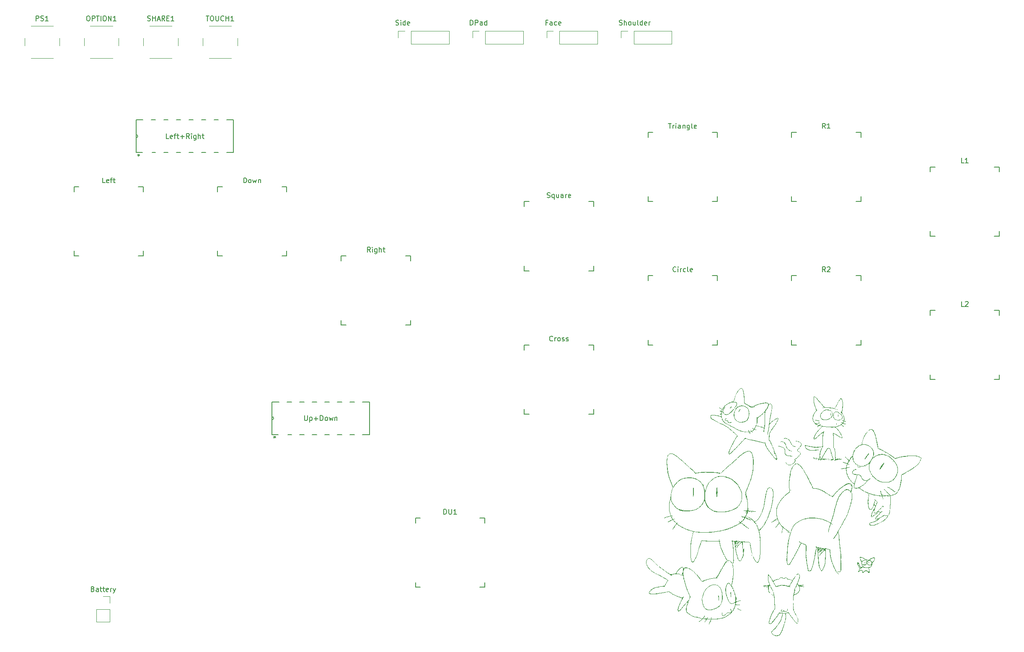
<source format=gbr>
%TF.GenerationSoftware,KiCad,Pcbnew,7.0.2*%
%TF.CreationDate,2023-06-12T14:05:00-07:00*%
%TF.ProjectId,DS5,4453352e-6b69-4636-9164-5f7063625858,rev?*%
%TF.SameCoordinates,Original*%
%TF.FileFunction,Legend,Top*%
%TF.FilePolarity,Positive*%
%FSLAX46Y46*%
G04 Gerber Fmt 4.6, Leading zero omitted, Abs format (unit mm)*
G04 Created by KiCad (PCBNEW 7.0.2) date 2023-06-12 14:05:00*
%MOMM*%
%LPD*%
G01*
G04 APERTURE LIST*
%ADD10C,0.150000*%
%ADD11C,0.120000*%
%ADD12C,0.152400*%
G04 APERTURE END LIST*
D10*
X112298095Y-20322619D02*
X112298095Y-19322619D01*
X112298095Y-19322619D02*
X112536190Y-19322619D01*
X112536190Y-19322619D02*
X112679047Y-19370238D01*
X112679047Y-19370238D02*
X112774285Y-19465476D01*
X112774285Y-19465476D02*
X112821904Y-19560714D01*
X112821904Y-19560714D02*
X112869523Y-19751190D01*
X112869523Y-19751190D02*
X112869523Y-19894047D01*
X112869523Y-19894047D02*
X112821904Y-20084523D01*
X112821904Y-20084523D02*
X112774285Y-20179761D01*
X112774285Y-20179761D02*
X112679047Y-20275000D01*
X112679047Y-20275000D02*
X112536190Y-20322619D01*
X112536190Y-20322619D02*
X112298095Y-20322619D01*
X113298095Y-20322619D02*
X113298095Y-19322619D01*
X113298095Y-19322619D02*
X113679047Y-19322619D01*
X113679047Y-19322619D02*
X113774285Y-19370238D01*
X113774285Y-19370238D02*
X113821904Y-19417857D01*
X113821904Y-19417857D02*
X113869523Y-19513095D01*
X113869523Y-19513095D02*
X113869523Y-19655952D01*
X113869523Y-19655952D02*
X113821904Y-19751190D01*
X113821904Y-19751190D02*
X113774285Y-19798809D01*
X113774285Y-19798809D02*
X113679047Y-19846428D01*
X113679047Y-19846428D02*
X113298095Y-19846428D01*
X114726666Y-20322619D02*
X114726666Y-19798809D01*
X114726666Y-19798809D02*
X114679047Y-19703571D01*
X114679047Y-19703571D02*
X114583809Y-19655952D01*
X114583809Y-19655952D02*
X114393333Y-19655952D01*
X114393333Y-19655952D02*
X114298095Y-19703571D01*
X114726666Y-20275000D02*
X114631428Y-20322619D01*
X114631428Y-20322619D02*
X114393333Y-20322619D01*
X114393333Y-20322619D02*
X114298095Y-20275000D01*
X114298095Y-20275000D02*
X114250476Y-20179761D01*
X114250476Y-20179761D02*
X114250476Y-20084523D01*
X114250476Y-20084523D02*
X114298095Y-19989285D01*
X114298095Y-19989285D02*
X114393333Y-19941666D01*
X114393333Y-19941666D02*
X114631428Y-19941666D01*
X114631428Y-19941666D02*
X114726666Y-19894047D01*
X115631428Y-20322619D02*
X115631428Y-19322619D01*
X115631428Y-20275000D02*
X115536190Y-20322619D01*
X115536190Y-20322619D02*
X115345714Y-20322619D01*
X115345714Y-20322619D02*
X115250476Y-20275000D01*
X115250476Y-20275000D02*
X115202857Y-20227380D01*
X115202857Y-20227380D02*
X115155238Y-20132142D01*
X115155238Y-20132142D02*
X115155238Y-19846428D01*
X115155238Y-19846428D02*
X115202857Y-19751190D01*
X115202857Y-19751190D02*
X115250476Y-19703571D01*
X115250476Y-19703571D02*
X115345714Y-19655952D01*
X115345714Y-19655952D02*
X115536190Y-19655952D01*
X115536190Y-19655952D02*
X115631428Y-19703571D01*
%TO.C,Triangle*%
X152329047Y-40207619D02*
X152900475Y-40207619D01*
X152614761Y-41207619D02*
X152614761Y-40207619D01*
X153233809Y-41207619D02*
X153233809Y-40540952D01*
X153233809Y-40731428D02*
X153281428Y-40636190D01*
X153281428Y-40636190D02*
X153329047Y-40588571D01*
X153329047Y-40588571D02*
X153424285Y-40540952D01*
X153424285Y-40540952D02*
X153519523Y-40540952D01*
X153852857Y-41207619D02*
X153852857Y-40540952D01*
X153852857Y-40207619D02*
X153805238Y-40255238D01*
X153805238Y-40255238D02*
X153852857Y-40302857D01*
X153852857Y-40302857D02*
X153900476Y-40255238D01*
X153900476Y-40255238D02*
X153852857Y-40207619D01*
X153852857Y-40207619D02*
X153852857Y-40302857D01*
X154757618Y-41207619D02*
X154757618Y-40683809D01*
X154757618Y-40683809D02*
X154709999Y-40588571D01*
X154709999Y-40588571D02*
X154614761Y-40540952D01*
X154614761Y-40540952D02*
X154424285Y-40540952D01*
X154424285Y-40540952D02*
X154329047Y-40588571D01*
X154757618Y-41160000D02*
X154662380Y-41207619D01*
X154662380Y-41207619D02*
X154424285Y-41207619D01*
X154424285Y-41207619D02*
X154329047Y-41160000D01*
X154329047Y-41160000D02*
X154281428Y-41064761D01*
X154281428Y-41064761D02*
X154281428Y-40969523D01*
X154281428Y-40969523D02*
X154329047Y-40874285D01*
X154329047Y-40874285D02*
X154424285Y-40826666D01*
X154424285Y-40826666D02*
X154662380Y-40826666D01*
X154662380Y-40826666D02*
X154757618Y-40779047D01*
X155233809Y-40540952D02*
X155233809Y-41207619D01*
X155233809Y-40636190D02*
X155281428Y-40588571D01*
X155281428Y-40588571D02*
X155376666Y-40540952D01*
X155376666Y-40540952D02*
X155519523Y-40540952D01*
X155519523Y-40540952D02*
X155614761Y-40588571D01*
X155614761Y-40588571D02*
X155662380Y-40683809D01*
X155662380Y-40683809D02*
X155662380Y-41207619D01*
X156567142Y-40540952D02*
X156567142Y-41350476D01*
X156567142Y-41350476D02*
X156519523Y-41445714D01*
X156519523Y-41445714D02*
X156471904Y-41493333D01*
X156471904Y-41493333D02*
X156376666Y-41540952D01*
X156376666Y-41540952D02*
X156233809Y-41540952D01*
X156233809Y-41540952D02*
X156138571Y-41493333D01*
X156567142Y-41160000D02*
X156471904Y-41207619D01*
X156471904Y-41207619D02*
X156281428Y-41207619D01*
X156281428Y-41207619D02*
X156186190Y-41160000D01*
X156186190Y-41160000D02*
X156138571Y-41112380D01*
X156138571Y-41112380D02*
X156090952Y-41017142D01*
X156090952Y-41017142D02*
X156090952Y-40731428D01*
X156090952Y-40731428D02*
X156138571Y-40636190D01*
X156138571Y-40636190D02*
X156186190Y-40588571D01*
X156186190Y-40588571D02*
X156281428Y-40540952D01*
X156281428Y-40540952D02*
X156471904Y-40540952D01*
X156471904Y-40540952D02*
X156567142Y-40588571D01*
X157186190Y-41207619D02*
X157090952Y-41160000D01*
X157090952Y-41160000D02*
X157043333Y-41064761D01*
X157043333Y-41064761D02*
X157043333Y-40207619D01*
X157948095Y-41160000D02*
X157852857Y-41207619D01*
X157852857Y-41207619D02*
X157662381Y-41207619D01*
X157662381Y-41207619D02*
X157567143Y-41160000D01*
X157567143Y-41160000D02*
X157519524Y-41064761D01*
X157519524Y-41064761D02*
X157519524Y-40683809D01*
X157519524Y-40683809D02*
X157567143Y-40588571D01*
X157567143Y-40588571D02*
X157662381Y-40540952D01*
X157662381Y-40540952D02*
X157852857Y-40540952D01*
X157852857Y-40540952D02*
X157948095Y-40588571D01*
X157948095Y-40588571D02*
X157995714Y-40683809D01*
X157995714Y-40683809D02*
X157995714Y-40779047D01*
X157995714Y-40779047D02*
X157519524Y-40874285D01*
%TO.C,Square*%
X127829047Y-55160000D02*
X127971904Y-55207619D01*
X127971904Y-55207619D02*
X128209999Y-55207619D01*
X128209999Y-55207619D02*
X128305237Y-55160000D01*
X128305237Y-55160000D02*
X128352856Y-55112380D01*
X128352856Y-55112380D02*
X128400475Y-55017142D01*
X128400475Y-55017142D02*
X128400475Y-54921904D01*
X128400475Y-54921904D02*
X128352856Y-54826666D01*
X128352856Y-54826666D02*
X128305237Y-54779047D01*
X128305237Y-54779047D02*
X128209999Y-54731428D01*
X128209999Y-54731428D02*
X128019523Y-54683809D01*
X128019523Y-54683809D02*
X127924285Y-54636190D01*
X127924285Y-54636190D02*
X127876666Y-54588571D01*
X127876666Y-54588571D02*
X127829047Y-54493333D01*
X127829047Y-54493333D02*
X127829047Y-54398095D01*
X127829047Y-54398095D02*
X127876666Y-54302857D01*
X127876666Y-54302857D02*
X127924285Y-54255238D01*
X127924285Y-54255238D02*
X128019523Y-54207619D01*
X128019523Y-54207619D02*
X128257618Y-54207619D01*
X128257618Y-54207619D02*
X128400475Y-54255238D01*
X129257618Y-54540952D02*
X129257618Y-55540952D01*
X129257618Y-55160000D02*
X129162380Y-55207619D01*
X129162380Y-55207619D02*
X128971904Y-55207619D01*
X128971904Y-55207619D02*
X128876666Y-55160000D01*
X128876666Y-55160000D02*
X128829047Y-55112380D01*
X128829047Y-55112380D02*
X128781428Y-55017142D01*
X128781428Y-55017142D02*
X128781428Y-54731428D01*
X128781428Y-54731428D02*
X128829047Y-54636190D01*
X128829047Y-54636190D02*
X128876666Y-54588571D01*
X128876666Y-54588571D02*
X128971904Y-54540952D01*
X128971904Y-54540952D02*
X129162380Y-54540952D01*
X129162380Y-54540952D02*
X129257618Y-54588571D01*
X130162380Y-54540952D02*
X130162380Y-55207619D01*
X129733809Y-54540952D02*
X129733809Y-55064761D01*
X129733809Y-55064761D02*
X129781428Y-55160000D01*
X129781428Y-55160000D02*
X129876666Y-55207619D01*
X129876666Y-55207619D02*
X130019523Y-55207619D01*
X130019523Y-55207619D02*
X130114761Y-55160000D01*
X130114761Y-55160000D02*
X130162380Y-55112380D01*
X131067142Y-55207619D02*
X131067142Y-54683809D01*
X131067142Y-54683809D02*
X131019523Y-54588571D01*
X131019523Y-54588571D02*
X130924285Y-54540952D01*
X130924285Y-54540952D02*
X130733809Y-54540952D01*
X130733809Y-54540952D02*
X130638571Y-54588571D01*
X131067142Y-55160000D02*
X130971904Y-55207619D01*
X130971904Y-55207619D02*
X130733809Y-55207619D01*
X130733809Y-55207619D02*
X130638571Y-55160000D01*
X130638571Y-55160000D02*
X130590952Y-55064761D01*
X130590952Y-55064761D02*
X130590952Y-54969523D01*
X130590952Y-54969523D02*
X130638571Y-54874285D01*
X130638571Y-54874285D02*
X130733809Y-54826666D01*
X130733809Y-54826666D02*
X130971904Y-54826666D01*
X130971904Y-54826666D02*
X131067142Y-54779047D01*
X131543333Y-55207619D02*
X131543333Y-54540952D01*
X131543333Y-54731428D02*
X131590952Y-54636190D01*
X131590952Y-54636190D02*
X131638571Y-54588571D01*
X131638571Y-54588571D02*
X131733809Y-54540952D01*
X131733809Y-54540952D02*
X131829047Y-54540952D01*
X132543333Y-55160000D02*
X132448095Y-55207619D01*
X132448095Y-55207619D02*
X132257619Y-55207619D01*
X132257619Y-55207619D02*
X132162381Y-55160000D01*
X132162381Y-55160000D02*
X132114762Y-55064761D01*
X132114762Y-55064761D02*
X132114762Y-54683809D01*
X132114762Y-54683809D02*
X132162381Y-54588571D01*
X132162381Y-54588571D02*
X132257619Y-54540952D01*
X132257619Y-54540952D02*
X132448095Y-54540952D01*
X132448095Y-54540952D02*
X132543333Y-54588571D01*
X132543333Y-54588571D02*
X132590952Y-54683809D01*
X132590952Y-54683809D02*
X132590952Y-54779047D01*
X132590952Y-54779047D02*
X132114762Y-54874285D01*
%TO.C,R2*%
X184043333Y-70207619D02*
X183710000Y-69731428D01*
X183471905Y-70207619D02*
X183471905Y-69207619D01*
X183471905Y-69207619D02*
X183852857Y-69207619D01*
X183852857Y-69207619D02*
X183948095Y-69255238D01*
X183948095Y-69255238D02*
X183995714Y-69302857D01*
X183995714Y-69302857D02*
X184043333Y-69398095D01*
X184043333Y-69398095D02*
X184043333Y-69540952D01*
X184043333Y-69540952D02*
X183995714Y-69636190D01*
X183995714Y-69636190D02*
X183948095Y-69683809D01*
X183948095Y-69683809D02*
X183852857Y-69731428D01*
X183852857Y-69731428D02*
X183471905Y-69731428D01*
X184424286Y-69302857D02*
X184471905Y-69255238D01*
X184471905Y-69255238D02*
X184567143Y-69207619D01*
X184567143Y-69207619D02*
X184805238Y-69207619D01*
X184805238Y-69207619D02*
X184900476Y-69255238D01*
X184900476Y-69255238D02*
X184948095Y-69302857D01*
X184948095Y-69302857D02*
X184995714Y-69398095D01*
X184995714Y-69398095D02*
X184995714Y-69493333D01*
X184995714Y-69493333D02*
X184948095Y-69636190D01*
X184948095Y-69636190D02*
X184376667Y-70207619D01*
X184376667Y-70207619D02*
X184995714Y-70207619D01*
%TO.C,R1*%
X184043333Y-41207619D02*
X183710000Y-40731428D01*
X183471905Y-41207619D02*
X183471905Y-40207619D01*
X183471905Y-40207619D02*
X183852857Y-40207619D01*
X183852857Y-40207619D02*
X183948095Y-40255238D01*
X183948095Y-40255238D02*
X183995714Y-40302857D01*
X183995714Y-40302857D02*
X184043333Y-40398095D01*
X184043333Y-40398095D02*
X184043333Y-40540952D01*
X184043333Y-40540952D02*
X183995714Y-40636190D01*
X183995714Y-40636190D02*
X183948095Y-40683809D01*
X183948095Y-40683809D02*
X183852857Y-40731428D01*
X183852857Y-40731428D02*
X183471905Y-40731428D01*
X184995714Y-41207619D02*
X184424286Y-41207619D01*
X184710000Y-41207619D02*
X184710000Y-40207619D01*
X184710000Y-40207619D02*
X184614762Y-40350476D01*
X184614762Y-40350476D02*
X184519524Y-40445714D01*
X184519524Y-40445714D02*
X184424286Y-40493333D01*
%TO.C,L2*%
X212043333Y-77207619D02*
X211567143Y-77207619D01*
X211567143Y-77207619D02*
X211567143Y-76207619D01*
X212329048Y-76302857D02*
X212376667Y-76255238D01*
X212376667Y-76255238D02*
X212471905Y-76207619D01*
X212471905Y-76207619D02*
X212710000Y-76207619D01*
X212710000Y-76207619D02*
X212805238Y-76255238D01*
X212805238Y-76255238D02*
X212852857Y-76302857D01*
X212852857Y-76302857D02*
X212900476Y-76398095D01*
X212900476Y-76398095D02*
X212900476Y-76493333D01*
X212900476Y-76493333D02*
X212852857Y-76636190D01*
X212852857Y-76636190D02*
X212281429Y-77207619D01*
X212281429Y-77207619D02*
X212900476Y-77207619D01*
%TO.C,L1*%
X212043333Y-48207619D02*
X211567143Y-48207619D01*
X211567143Y-48207619D02*
X211567143Y-47207619D01*
X212900476Y-48207619D02*
X212329048Y-48207619D01*
X212614762Y-48207619D02*
X212614762Y-47207619D01*
X212614762Y-47207619D02*
X212519524Y-47350476D01*
X212519524Y-47350476D02*
X212424286Y-47445714D01*
X212424286Y-47445714D02*
X212329048Y-47493333D01*
%TO.C,DU1*%
X106948095Y-119207619D02*
X106948095Y-118207619D01*
X106948095Y-118207619D02*
X107186190Y-118207619D01*
X107186190Y-118207619D02*
X107329047Y-118255238D01*
X107329047Y-118255238D02*
X107424285Y-118350476D01*
X107424285Y-118350476D02*
X107471904Y-118445714D01*
X107471904Y-118445714D02*
X107519523Y-118636190D01*
X107519523Y-118636190D02*
X107519523Y-118779047D01*
X107519523Y-118779047D02*
X107471904Y-118969523D01*
X107471904Y-118969523D02*
X107424285Y-119064761D01*
X107424285Y-119064761D02*
X107329047Y-119160000D01*
X107329047Y-119160000D02*
X107186190Y-119207619D01*
X107186190Y-119207619D02*
X106948095Y-119207619D01*
X107948095Y-118207619D02*
X107948095Y-119017142D01*
X107948095Y-119017142D02*
X107995714Y-119112380D01*
X107995714Y-119112380D02*
X108043333Y-119160000D01*
X108043333Y-119160000D02*
X108138571Y-119207619D01*
X108138571Y-119207619D02*
X108329047Y-119207619D01*
X108329047Y-119207619D02*
X108424285Y-119160000D01*
X108424285Y-119160000D02*
X108471904Y-119112380D01*
X108471904Y-119112380D02*
X108519523Y-119017142D01*
X108519523Y-119017142D02*
X108519523Y-118207619D01*
X109519523Y-119207619D02*
X108948095Y-119207619D01*
X109233809Y-119207619D02*
X109233809Y-118207619D01*
X109233809Y-118207619D02*
X109138571Y-118350476D01*
X109138571Y-118350476D02*
X109043333Y-118445714D01*
X109043333Y-118445714D02*
X108948095Y-118493333D01*
%TO.C,Right*%
X92090952Y-66207619D02*
X91757619Y-65731428D01*
X91519524Y-66207619D02*
X91519524Y-65207619D01*
X91519524Y-65207619D02*
X91900476Y-65207619D01*
X91900476Y-65207619D02*
X91995714Y-65255238D01*
X91995714Y-65255238D02*
X92043333Y-65302857D01*
X92043333Y-65302857D02*
X92090952Y-65398095D01*
X92090952Y-65398095D02*
X92090952Y-65540952D01*
X92090952Y-65540952D02*
X92043333Y-65636190D01*
X92043333Y-65636190D02*
X91995714Y-65683809D01*
X91995714Y-65683809D02*
X91900476Y-65731428D01*
X91900476Y-65731428D02*
X91519524Y-65731428D01*
X92519524Y-66207619D02*
X92519524Y-65540952D01*
X92519524Y-65207619D02*
X92471905Y-65255238D01*
X92471905Y-65255238D02*
X92519524Y-65302857D01*
X92519524Y-65302857D02*
X92567143Y-65255238D01*
X92567143Y-65255238D02*
X92519524Y-65207619D01*
X92519524Y-65207619D02*
X92519524Y-65302857D01*
X93424285Y-65540952D02*
X93424285Y-66350476D01*
X93424285Y-66350476D02*
X93376666Y-66445714D01*
X93376666Y-66445714D02*
X93329047Y-66493333D01*
X93329047Y-66493333D02*
X93233809Y-66540952D01*
X93233809Y-66540952D02*
X93090952Y-66540952D01*
X93090952Y-66540952D02*
X92995714Y-66493333D01*
X93424285Y-66160000D02*
X93329047Y-66207619D01*
X93329047Y-66207619D02*
X93138571Y-66207619D01*
X93138571Y-66207619D02*
X93043333Y-66160000D01*
X93043333Y-66160000D02*
X92995714Y-66112380D01*
X92995714Y-66112380D02*
X92948095Y-66017142D01*
X92948095Y-66017142D02*
X92948095Y-65731428D01*
X92948095Y-65731428D02*
X92995714Y-65636190D01*
X92995714Y-65636190D02*
X93043333Y-65588571D01*
X93043333Y-65588571D02*
X93138571Y-65540952D01*
X93138571Y-65540952D02*
X93329047Y-65540952D01*
X93329047Y-65540952D02*
X93424285Y-65588571D01*
X93900476Y-66207619D02*
X93900476Y-65207619D01*
X94329047Y-66207619D02*
X94329047Y-65683809D01*
X94329047Y-65683809D02*
X94281428Y-65588571D01*
X94281428Y-65588571D02*
X94186190Y-65540952D01*
X94186190Y-65540952D02*
X94043333Y-65540952D01*
X94043333Y-65540952D02*
X93948095Y-65588571D01*
X93948095Y-65588571D02*
X93900476Y-65636190D01*
X94662381Y-65540952D02*
X95043333Y-65540952D01*
X94805238Y-65207619D02*
X94805238Y-66064761D01*
X94805238Y-66064761D02*
X94852857Y-66160000D01*
X94852857Y-66160000D02*
X94948095Y-66207619D01*
X94948095Y-66207619D02*
X95043333Y-66207619D01*
%TO.C,Left*%
X38519523Y-52207619D02*
X38043333Y-52207619D01*
X38043333Y-52207619D02*
X38043333Y-51207619D01*
X39233809Y-52160000D02*
X39138571Y-52207619D01*
X39138571Y-52207619D02*
X38948095Y-52207619D01*
X38948095Y-52207619D02*
X38852857Y-52160000D01*
X38852857Y-52160000D02*
X38805238Y-52064761D01*
X38805238Y-52064761D02*
X38805238Y-51683809D01*
X38805238Y-51683809D02*
X38852857Y-51588571D01*
X38852857Y-51588571D02*
X38948095Y-51540952D01*
X38948095Y-51540952D02*
X39138571Y-51540952D01*
X39138571Y-51540952D02*
X39233809Y-51588571D01*
X39233809Y-51588571D02*
X39281428Y-51683809D01*
X39281428Y-51683809D02*
X39281428Y-51779047D01*
X39281428Y-51779047D02*
X38805238Y-51874285D01*
X39567143Y-51540952D02*
X39948095Y-51540952D01*
X39710000Y-52207619D02*
X39710000Y-51350476D01*
X39710000Y-51350476D02*
X39757619Y-51255238D01*
X39757619Y-51255238D02*
X39852857Y-51207619D01*
X39852857Y-51207619D02*
X39948095Y-51207619D01*
X40138572Y-51540952D02*
X40519524Y-51540952D01*
X40281429Y-51207619D02*
X40281429Y-52064761D01*
X40281429Y-52064761D02*
X40329048Y-52160000D01*
X40329048Y-52160000D02*
X40424286Y-52207619D01*
X40424286Y-52207619D02*
X40519524Y-52207619D01*
%TO.C,Down*%
X66519524Y-52207619D02*
X66519524Y-51207619D01*
X66519524Y-51207619D02*
X66757619Y-51207619D01*
X66757619Y-51207619D02*
X66900476Y-51255238D01*
X66900476Y-51255238D02*
X66995714Y-51350476D01*
X66995714Y-51350476D02*
X67043333Y-51445714D01*
X67043333Y-51445714D02*
X67090952Y-51636190D01*
X67090952Y-51636190D02*
X67090952Y-51779047D01*
X67090952Y-51779047D02*
X67043333Y-51969523D01*
X67043333Y-51969523D02*
X66995714Y-52064761D01*
X66995714Y-52064761D02*
X66900476Y-52160000D01*
X66900476Y-52160000D02*
X66757619Y-52207619D01*
X66757619Y-52207619D02*
X66519524Y-52207619D01*
X67662381Y-52207619D02*
X67567143Y-52160000D01*
X67567143Y-52160000D02*
X67519524Y-52112380D01*
X67519524Y-52112380D02*
X67471905Y-52017142D01*
X67471905Y-52017142D02*
X67471905Y-51731428D01*
X67471905Y-51731428D02*
X67519524Y-51636190D01*
X67519524Y-51636190D02*
X67567143Y-51588571D01*
X67567143Y-51588571D02*
X67662381Y-51540952D01*
X67662381Y-51540952D02*
X67805238Y-51540952D01*
X67805238Y-51540952D02*
X67900476Y-51588571D01*
X67900476Y-51588571D02*
X67948095Y-51636190D01*
X67948095Y-51636190D02*
X67995714Y-51731428D01*
X67995714Y-51731428D02*
X67995714Y-52017142D01*
X67995714Y-52017142D02*
X67948095Y-52112380D01*
X67948095Y-52112380D02*
X67900476Y-52160000D01*
X67900476Y-52160000D02*
X67805238Y-52207619D01*
X67805238Y-52207619D02*
X67662381Y-52207619D01*
X68329048Y-51540952D02*
X68519524Y-52207619D01*
X68519524Y-52207619D02*
X68710000Y-51731428D01*
X68710000Y-51731428D02*
X68900476Y-52207619D01*
X68900476Y-52207619D02*
X69090952Y-51540952D01*
X69471905Y-51540952D02*
X69471905Y-52207619D01*
X69471905Y-51636190D02*
X69519524Y-51588571D01*
X69519524Y-51588571D02*
X69614762Y-51540952D01*
X69614762Y-51540952D02*
X69757619Y-51540952D01*
X69757619Y-51540952D02*
X69852857Y-51588571D01*
X69852857Y-51588571D02*
X69900476Y-51683809D01*
X69900476Y-51683809D02*
X69900476Y-52207619D01*
%TO.C,Cross*%
X128948094Y-84112380D02*
X128900475Y-84160000D01*
X128900475Y-84160000D02*
X128757618Y-84207619D01*
X128757618Y-84207619D02*
X128662380Y-84207619D01*
X128662380Y-84207619D02*
X128519523Y-84160000D01*
X128519523Y-84160000D02*
X128424285Y-84064761D01*
X128424285Y-84064761D02*
X128376666Y-83969523D01*
X128376666Y-83969523D02*
X128329047Y-83779047D01*
X128329047Y-83779047D02*
X128329047Y-83636190D01*
X128329047Y-83636190D02*
X128376666Y-83445714D01*
X128376666Y-83445714D02*
X128424285Y-83350476D01*
X128424285Y-83350476D02*
X128519523Y-83255238D01*
X128519523Y-83255238D02*
X128662380Y-83207619D01*
X128662380Y-83207619D02*
X128757618Y-83207619D01*
X128757618Y-83207619D02*
X128900475Y-83255238D01*
X128900475Y-83255238D02*
X128948094Y-83302857D01*
X129376666Y-84207619D02*
X129376666Y-83540952D01*
X129376666Y-83731428D02*
X129424285Y-83636190D01*
X129424285Y-83636190D02*
X129471904Y-83588571D01*
X129471904Y-83588571D02*
X129567142Y-83540952D01*
X129567142Y-83540952D02*
X129662380Y-83540952D01*
X130138571Y-84207619D02*
X130043333Y-84160000D01*
X130043333Y-84160000D02*
X129995714Y-84112380D01*
X129995714Y-84112380D02*
X129948095Y-84017142D01*
X129948095Y-84017142D02*
X129948095Y-83731428D01*
X129948095Y-83731428D02*
X129995714Y-83636190D01*
X129995714Y-83636190D02*
X130043333Y-83588571D01*
X130043333Y-83588571D02*
X130138571Y-83540952D01*
X130138571Y-83540952D02*
X130281428Y-83540952D01*
X130281428Y-83540952D02*
X130376666Y-83588571D01*
X130376666Y-83588571D02*
X130424285Y-83636190D01*
X130424285Y-83636190D02*
X130471904Y-83731428D01*
X130471904Y-83731428D02*
X130471904Y-84017142D01*
X130471904Y-84017142D02*
X130424285Y-84112380D01*
X130424285Y-84112380D02*
X130376666Y-84160000D01*
X130376666Y-84160000D02*
X130281428Y-84207619D01*
X130281428Y-84207619D02*
X130138571Y-84207619D01*
X130852857Y-84160000D02*
X130948095Y-84207619D01*
X130948095Y-84207619D02*
X131138571Y-84207619D01*
X131138571Y-84207619D02*
X131233809Y-84160000D01*
X131233809Y-84160000D02*
X131281428Y-84064761D01*
X131281428Y-84064761D02*
X131281428Y-84017142D01*
X131281428Y-84017142D02*
X131233809Y-83921904D01*
X131233809Y-83921904D02*
X131138571Y-83874285D01*
X131138571Y-83874285D02*
X130995714Y-83874285D01*
X130995714Y-83874285D02*
X130900476Y-83826666D01*
X130900476Y-83826666D02*
X130852857Y-83731428D01*
X130852857Y-83731428D02*
X130852857Y-83683809D01*
X130852857Y-83683809D02*
X130900476Y-83588571D01*
X130900476Y-83588571D02*
X130995714Y-83540952D01*
X130995714Y-83540952D02*
X131138571Y-83540952D01*
X131138571Y-83540952D02*
X131233809Y-83588571D01*
X131662381Y-84160000D02*
X131757619Y-84207619D01*
X131757619Y-84207619D02*
X131948095Y-84207619D01*
X131948095Y-84207619D02*
X132043333Y-84160000D01*
X132043333Y-84160000D02*
X132090952Y-84064761D01*
X132090952Y-84064761D02*
X132090952Y-84017142D01*
X132090952Y-84017142D02*
X132043333Y-83921904D01*
X132043333Y-83921904D02*
X131948095Y-83874285D01*
X131948095Y-83874285D02*
X131805238Y-83874285D01*
X131805238Y-83874285D02*
X131710000Y-83826666D01*
X131710000Y-83826666D02*
X131662381Y-83731428D01*
X131662381Y-83731428D02*
X131662381Y-83683809D01*
X131662381Y-83683809D02*
X131710000Y-83588571D01*
X131710000Y-83588571D02*
X131805238Y-83540952D01*
X131805238Y-83540952D02*
X131948095Y-83540952D01*
X131948095Y-83540952D02*
X132043333Y-83588571D01*
%TO.C,Circle*%
X153852856Y-70112380D02*
X153805237Y-70160000D01*
X153805237Y-70160000D02*
X153662380Y-70207619D01*
X153662380Y-70207619D02*
X153567142Y-70207619D01*
X153567142Y-70207619D02*
X153424285Y-70160000D01*
X153424285Y-70160000D02*
X153329047Y-70064761D01*
X153329047Y-70064761D02*
X153281428Y-69969523D01*
X153281428Y-69969523D02*
X153233809Y-69779047D01*
X153233809Y-69779047D02*
X153233809Y-69636190D01*
X153233809Y-69636190D02*
X153281428Y-69445714D01*
X153281428Y-69445714D02*
X153329047Y-69350476D01*
X153329047Y-69350476D02*
X153424285Y-69255238D01*
X153424285Y-69255238D02*
X153567142Y-69207619D01*
X153567142Y-69207619D02*
X153662380Y-69207619D01*
X153662380Y-69207619D02*
X153805237Y-69255238D01*
X153805237Y-69255238D02*
X153852856Y-69302857D01*
X154281428Y-70207619D02*
X154281428Y-69540952D01*
X154281428Y-69207619D02*
X154233809Y-69255238D01*
X154233809Y-69255238D02*
X154281428Y-69302857D01*
X154281428Y-69302857D02*
X154329047Y-69255238D01*
X154329047Y-69255238D02*
X154281428Y-69207619D01*
X154281428Y-69207619D02*
X154281428Y-69302857D01*
X154757618Y-70207619D02*
X154757618Y-69540952D01*
X154757618Y-69731428D02*
X154805237Y-69636190D01*
X154805237Y-69636190D02*
X154852856Y-69588571D01*
X154852856Y-69588571D02*
X154948094Y-69540952D01*
X154948094Y-69540952D02*
X155043332Y-69540952D01*
X155805237Y-70160000D02*
X155709999Y-70207619D01*
X155709999Y-70207619D02*
X155519523Y-70207619D01*
X155519523Y-70207619D02*
X155424285Y-70160000D01*
X155424285Y-70160000D02*
X155376666Y-70112380D01*
X155376666Y-70112380D02*
X155329047Y-70017142D01*
X155329047Y-70017142D02*
X155329047Y-69731428D01*
X155329047Y-69731428D02*
X155376666Y-69636190D01*
X155376666Y-69636190D02*
X155424285Y-69588571D01*
X155424285Y-69588571D02*
X155519523Y-69540952D01*
X155519523Y-69540952D02*
X155709999Y-69540952D01*
X155709999Y-69540952D02*
X155805237Y-69588571D01*
X156376666Y-70207619D02*
X156281428Y-70160000D01*
X156281428Y-70160000D02*
X156233809Y-70064761D01*
X156233809Y-70064761D02*
X156233809Y-69207619D01*
X157138571Y-70160000D02*
X157043333Y-70207619D01*
X157043333Y-70207619D02*
X156852857Y-70207619D01*
X156852857Y-70207619D02*
X156757619Y-70160000D01*
X156757619Y-70160000D02*
X156710000Y-70064761D01*
X156710000Y-70064761D02*
X156710000Y-69683809D01*
X156710000Y-69683809D02*
X156757619Y-69588571D01*
X156757619Y-69588571D02*
X156852857Y-69540952D01*
X156852857Y-69540952D02*
X157043333Y-69540952D01*
X157043333Y-69540952D02*
X157138571Y-69588571D01*
X157138571Y-69588571D02*
X157186190Y-69683809D01*
X157186190Y-69683809D02*
X157186190Y-69779047D01*
X157186190Y-69779047D02*
X156710000Y-69874285D01*
%TO.C,Battery*%
X36028570Y-134328809D02*
X36171427Y-134376428D01*
X36171427Y-134376428D02*
X36219046Y-134424047D01*
X36219046Y-134424047D02*
X36266665Y-134519285D01*
X36266665Y-134519285D02*
X36266665Y-134662142D01*
X36266665Y-134662142D02*
X36219046Y-134757380D01*
X36219046Y-134757380D02*
X36171427Y-134805000D01*
X36171427Y-134805000D02*
X36076189Y-134852619D01*
X36076189Y-134852619D02*
X35695237Y-134852619D01*
X35695237Y-134852619D02*
X35695237Y-133852619D01*
X35695237Y-133852619D02*
X36028570Y-133852619D01*
X36028570Y-133852619D02*
X36123808Y-133900238D01*
X36123808Y-133900238D02*
X36171427Y-133947857D01*
X36171427Y-133947857D02*
X36219046Y-134043095D01*
X36219046Y-134043095D02*
X36219046Y-134138333D01*
X36219046Y-134138333D02*
X36171427Y-134233571D01*
X36171427Y-134233571D02*
X36123808Y-134281190D01*
X36123808Y-134281190D02*
X36028570Y-134328809D01*
X36028570Y-134328809D02*
X35695237Y-134328809D01*
X37123808Y-134852619D02*
X37123808Y-134328809D01*
X37123808Y-134328809D02*
X37076189Y-134233571D01*
X37076189Y-134233571D02*
X36980951Y-134185952D01*
X36980951Y-134185952D02*
X36790475Y-134185952D01*
X36790475Y-134185952D02*
X36695237Y-134233571D01*
X37123808Y-134805000D02*
X37028570Y-134852619D01*
X37028570Y-134852619D02*
X36790475Y-134852619D01*
X36790475Y-134852619D02*
X36695237Y-134805000D01*
X36695237Y-134805000D02*
X36647618Y-134709761D01*
X36647618Y-134709761D02*
X36647618Y-134614523D01*
X36647618Y-134614523D02*
X36695237Y-134519285D01*
X36695237Y-134519285D02*
X36790475Y-134471666D01*
X36790475Y-134471666D02*
X37028570Y-134471666D01*
X37028570Y-134471666D02*
X37123808Y-134424047D01*
X37457142Y-134185952D02*
X37838094Y-134185952D01*
X37599999Y-133852619D02*
X37599999Y-134709761D01*
X37599999Y-134709761D02*
X37647618Y-134805000D01*
X37647618Y-134805000D02*
X37742856Y-134852619D01*
X37742856Y-134852619D02*
X37838094Y-134852619D01*
X38028571Y-134185952D02*
X38409523Y-134185952D01*
X38171428Y-133852619D02*
X38171428Y-134709761D01*
X38171428Y-134709761D02*
X38219047Y-134805000D01*
X38219047Y-134805000D02*
X38314285Y-134852619D01*
X38314285Y-134852619D02*
X38409523Y-134852619D01*
X39123809Y-134805000D02*
X39028571Y-134852619D01*
X39028571Y-134852619D02*
X38838095Y-134852619D01*
X38838095Y-134852619D02*
X38742857Y-134805000D01*
X38742857Y-134805000D02*
X38695238Y-134709761D01*
X38695238Y-134709761D02*
X38695238Y-134328809D01*
X38695238Y-134328809D02*
X38742857Y-134233571D01*
X38742857Y-134233571D02*
X38838095Y-134185952D01*
X38838095Y-134185952D02*
X39028571Y-134185952D01*
X39028571Y-134185952D02*
X39123809Y-134233571D01*
X39123809Y-134233571D02*
X39171428Y-134328809D01*
X39171428Y-134328809D02*
X39171428Y-134424047D01*
X39171428Y-134424047D02*
X38695238Y-134519285D01*
X39600000Y-134852619D02*
X39600000Y-134185952D01*
X39600000Y-134376428D02*
X39647619Y-134281190D01*
X39647619Y-134281190D02*
X39695238Y-134233571D01*
X39695238Y-134233571D02*
X39790476Y-134185952D01*
X39790476Y-134185952D02*
X39885714Y-134185952D01*
X40123810Y-134185952D02*
X40361905Y-134852619D01*
X40600000Y-134185952D02*
X40361905Y-134852619D01*
X40361905Y-134852619D02*
X40266667Y-135090714D01*
X40266667Y-135090714D02*
X40219048Y-135138333D01*
X40219048Y-135138333D02*
X40123810Y-135185952D01*
%TO.C,Left+Right*%
X51381904Y-43272619D02*
X50905714Y-43272619D01*
X50905714Y-43272619D02*
X50905714Y-42272619D01*
X52096190Y-43225000D02*
X52000952Y-43272619D01*
X52000952Y-43272619D02*
X51810476Y-43272619D01*
X51810476Y-43272619D02*
X51715238Y-43225000D01*
X51715238Y-43225000D02*
X51667619Y-43129761D01*
X51667619Y-43129761D02*
X51667619Y-42748809D01*
X51667619Y-42748809D02*
X51715238Y-42653571D01*
X51715238Y-42653571D02*
X51810476Y-42605952D01*
X51810476Y-42605952D02*
X52000952Y-42605952D01*
X52000952Y-42605952D02*
X52096190Y-42653571D01*
X52096190Y-42653571D02*
X52143809Y-42748809D01*
X52143809Y-42748809D02*
X52143809Y-42844047D01*
X52143809Y-42844047D02*
X51667619Y-42939285D01*
X52429524Y-42605952D02*
X52810476Y-42605952D01*
X52572381Y-43272619D02*
X52572381Y-42415476D01*
X52572381Y-42415476D02*
X52620000Y-42320238D01*
X52620000Y-42320238D02*
X52715238Y-42272619D01*
X52715238Y-42272619D02*
X52810476Y-42272619D01*
X53000953Y-42605952D02*
X53381905Y-42605952D01*
X53143810Y-42272619D02*
X53143810Y-43129761D01*
X53143810Y-43129761D02*
X53191429Y-43225000D01*
X53191429Y-43225000D02*
X53286667Y-43272619D01*
X53286667Y-43272619D02*
X53381905Y-43272619D01*
X53715239Y-42891666D02*
X54477144Y-42891666D01*
X54096191Y-43272619D02*
X54096191Y-42510714D01*
X55524762Y-43272619D02*
X55191429Y-42796428D01*
X54953334Y-43272619D02*
X54953334Y-42272619D01*
X54953334Y-42272619D02*
X55334286Y-42272619D01*
X55334286Y-42272619D02*
X55429524Y-42320238D01*
X55429524Y-42320238D02*
X55477143Y-42367857D01*
X55477143Y-42367857D02*
X55524762Y-42463095D01*
X55524762Y-42463095D02*
X55524762Y-42605952D01*
X55524762Y-42605952D02*
X55477143Y-42701190D01*
X55477143Y-42701190D02*
X55429524Y-42748809D01*
X55429524Y-42748809D02*
X55334286Y-42796428D01*
X55334286Y-42796428D02*
X54953334Y-42796428D01*
X55953334Y-43272619D02*
X55953334Y-42605952D01*
X55953334Y-42272619D02*
X55905715Y-42320238D01*
X55905715Y-42320238D02*
X55953334Y-42367857D01*
X55953334Y-42367857D02*
X56000953Y-42320238D01*
X56000953Y-42320238D02*
X55953334Y-42272619D01*
X55953334Y-42272619D02*
X55953334Y-42367857D01*
X56858095Y-42605952D02*
X56858095Y-43415476D01*
X56858095Y-43415476D02*
X56810476Y-43510714D01*
X56810476Y-43510714D02*
X56762857Y-43558333D01*
X56762857Y-43558333D02*
X56667619Y-43605952D01*
X56667619Y-43605952D02*
X56524762Y-43605952D01*
X56524762Y-43605952D02*
X56429524Y-43558333D01*
X56858095Y-43225000D02*
X56762857Y-43272619D01*
X56762857Y-43272619D02*
X56572381Y-43272619D01*
X56572381Y-43272619D02*
X56477143Y-43225000D01*
X56477143Y-43225000D02*
X56429524Y-43177380D01*
X56429524Y-43177380D02*
X56381905Y-43082142D01*
X56381905Y-43082142D02*
X56381905Y-42796428D01*
X56381905Y-42796428D02*
X56429524Y-42701190D01*
X56429524Y-42701190D02*
X56477143Y-42653571D01*
X56477143Y-42653571D02*
X56572381Y-42605952D01*
X56572381Y-42605952D02*
X56762857Y-42605952D01*
X56762857Y-42605952D02*
X56858095Y-42653571D01*
X57334286Y-43272619D02*
X57334286Y-42272619D01*
X57762857Y-43272619D02*
X57762857Y-42748809D01*
X57762857Y-42748809D02*
X57715238Y-42653571D01*
X57715238Y-42653571D02*
X57620000Y-42605952D01*
X57620000Y-42605952D02*
X57477143Y-42605952D01*
X57477143Y-42605952D02*
X57381905Y-42653571D01*
X57381905Y-42653571D02*
X57334286Y-42701190D01*
X58096191Y-42605952D02*
X58477143Y-42605952D01*
X58239048Y-42272619D02*
X58239048Y-43129761D01*
X58239048Y-43129761D02*
X58286667Y-43225000D01*
X58286667Y-43225000D02*
X58381905Y-43272619D01*
X58381905Y-43272619D02*
X58477143Y-43272619D01*
X45052919Y-46619999D02*
X45291014Y-46619999D01*
X45195776Y-46858094D02*
X45291014Y-46619999D01*
X45291014Y-46619999D02*
X45195776Y-46381904D01*
X45481490Y-46762856D02*
X45291014Y-46619999D01*
X45291014Y-46619999D02*
X45481490Y-46477142D01*
X45052919Y-46619999D02*
X45291014Y-46619999D01*
X45195776Y-46858094D02*
X45291014Y-46619999D01*
X45291014Y-46619999D02*
X45195776Y-46381904D01*
X45481490Y-46762856D02*
X45291014Y-46619999D01*
X45291014Y-46619999D02*
X45481490Y-46477142D01*
%TO.C,Shoulder*%
X142404761Y-20275000D02*
X142547618Y-20322619D01*
X142547618Y-20322619D02*
X142785713Y-20322619D01*
X142785713Y-20322619D02*
X142880951Y-20275000D01*
X142880951Y-20275000D02*
X142928570Y-20227380D01*
X142928570Y-20227380D02*
X142976189Y-20132142D01*
X142976189Y-20132142D02*
X142976189Y-20036904D01*
X142976189Y-20036904D02*
X142928570Y-19941666D01*
X142928570Y-19941666D02*
X142880951Y-19894047D01*
X142880951Y-19894047D02*
X142785713Y-19846428D01*
X142785713Y-19846428D02*
X142595237Y-19798809D01*
X142595237Y-19798809D02*
X142499999Y-19751190D01*
X142499999Y-19751190D02*
X142452380Y-19703571D01*
X142452380Y-19703571D02*
X142404761Y-19608333D01*
X142404761Y-19608333D02*
X142404761Y-19513095D01*
X142404761Y-19513095D02*
X142452380Y-19417857D01*
X142452380Y-19417857D02*
X142499999Y-19370238D01*
X142499999Y-19370238D02*
X142595237Y-19322619D01*
X142595237Y-19322619D02*
X142833332Y-19322619D01*
X142833332Y-19322619D02*
X142976189Y-19370238D01*
X143404761Y-20322619D02*
X143404761Y-19322619D01*
X143833332Y-20322619D02*
X143833332Y-19798809D01*
X143833332Y-19798809D02*
X143785713Y-19703571D01*
X143785713Y-19703571D02*
X143690475Y-19655952D01*
X143690475Y-19655952D02*
X143547618Y-19655952D01*
X143547618Y-19655952D02*
X143452380Y-19703571D01*
X143452380Y-19703571D02*
X143404761Y-19751190D01*
X144452380Y-20322619D02*
X144357142Y-20275000D01*
X144357142Y-20275000D02*
X144309523Y-20227380D01*
X144309523Y-20227380D02*
X144261904Y-20132142D01*
X144261904Y-20132142D02*
X144261904Y-19846428D01*
X144261904Y-19846428D02*
X144309523Y-19751190D01*
X144309523Y-19751190D02*
X144357142Y-19703571D01*
X144357142Y-19703571D02*
X144452380Y-19655952D01*
X144452380Y-19655952D02*
X144595237Y-19655952D01*
X144595237Y-19655952D02*
X144690475Y-19703571D01*
X144690475Y-19703571D02*
X144738094Y-19751190D01*
X144738094Y-19751190D02*
X144785713Y-19846428D01*
X144785713Y-19846428D02*
X144785713Y-20132142D01*
X144785713Y-20132142D02*
X144738094Y-20227380D01*
X144738094Y-20227380D02*
X144690475Y-20275000D01*
X144690475Y-20275000D02*
X144595237Y-20322619D01*
X144595237Y-20322619D02*
X144452380Y-20322619D01*
X145642856Y-19655952D02*
X145642856Y-20322619D01*
X145214285Y-19655952D02*
X145214285Y-20179761D01*
X145214285Y-20179761D02*
X145261904Y-20275000D01*
X145261904Y-20275000D02*
X145357142Y-20322619D01*
X145357142Y-20322619D02*
X145499999Y-20322619D01*
X145499999Y-20322619D02*
X145595237Y-20275000D01*
X145595237Y-20275000D02*
X145642856Y-20227380D01*
X146261904Y-20322619D02*
X146166666Y-20275000D01*
X146166666Y-20275000D02*
X146119047Y-20179761D01*
X146119047Y-20179761D02*
X146119047Y-19322619D01*
X147071428Y-20322619D02*
X147071428Y-19322619D01*
X147071428Y-20275000D02*
X146976190Y-20322619D01*
X146976190Y-20322619D02*
X146785714Y-20322619D01*
X146785714Y-20322619D02*
X146690476Y-20275000D01*
X146690476Y-20275000D02*
X146642857Y-20227380D01*
X146642857Y-20227380D02*
X146595238Y-20132142D01*
X146595238Y-20132142D02*
X146595238Y-19846428D01*
X146595238Y-19846428D02*
X146642857Y-19751190D01*
X146642857Y-19751190D02*
X146690476Y-19703571D01*
X146690476Y-19703571D02*
X146785714Y-19655952D01*
X146785714Y-19655952D02*
X146976190Y-19655952D01*
X146976190Y-19655952D02*
X147071428Y-19703571D01*
X147928571Y-20275000D02*
X147833333Y-20322619D01*
X147833333Y-20322619D02*
X147642857Y-20322619D01*
X147642857Y-20322619D02*
X147547619Y-20275000D01*
X147547619Y-20275000D02*
X147500000Y-20179761D01*
X147500000Y-20179761D02*
X147500000Y-19798809D01*
X147500000Y-19798809D02*
X147547619Y-19703571D01*
X147547619Y-19703571D02*
X147642857Y-19655952D01*
X147642857Y-19655952D02*
X147833333Y-19655952D01*
X147833333Y-19655952D02*
X147928571Y-19703571D01*
X147928571Y-19703571D02*
X147976190Y-19798809D01*
X147976190Y-19798809D02*
X147976190Y-19894047D01*
X147976190Y-19894047D02*
X147500000Y-19989285D01*
X148404762Y-20322619D02*
X148404762Y-19655952D01*
X148404762Y-19846428D02*
X148452381Y-19751190D01*
X148452381Y-19751190D02*
X148500000Y-19703571D01*
X148500000Y-19703571D02*
X148595238Y-19655952D01*
X148595238Y-19655952D02*
X148690476Y-19655952D01*
%TO.C,Up+Down*%
X78794286Y-99272619D02*
X78794286Y-100082142D01*
X78794286Y-100082142D02*
X78841905Y-100177380D01*
X78841905Y-100177380D02*
X78889524Y-100225000D01*
X78889524Y-100225000D02*
X78984762Y-100272619D01*
X78984762Y-100272619D02*
X79175238Y-100272619D01*
X79175238Y-100272619D02*
X79270476Y-100225000D01*
X79270476Y-100225000D02*
X79318095Y-100177380D01*
X79318095Y-100177380D02*
X79365714Y-100082142D01*
X79365714Y-100082142D02*
X79365714Y-99272619D01*
X79841905Y-99605952D02*
X79841905Y-100605952D01*
X79841905Y-99653571D02*
X79937143Y-99605952D01*
X79937143Y-99605952D02*
X80127619Y-99605952D01*
X80127619Y-99605952D02*
X80222857Y-99653571D01*
X80222857Y-99653571D02*
X80270476Y-99701190D01*
X80270476Y-99701190D02*
X80318095Y-99796428D01*
X80318095Y-99796428D02*
X80318095Y-100082142D01*
X80318095Y-100082142D02*
X80270476Y-100177380D01*
X80270476Y-100177380D02*
X80222857Y-100225000D01*
X80222857Y-100225000D02*
X80127619Y-100272619D01*
X80127619Y-100272619D02*
X79937143Y-100272619D01*
X79937143Y-100272619D02*
X79841905Y-100225000D01*
X80746667Y-99891666D02*
X81508572Y-99891666D01*
X81127619Y-100272619D02*
X81127619Y-99510714D01*
X81984762Y-100272619D02*
X81984762Y-99272619D01*
X81984762Y-99272619D02*
X82222857Y-99272619D01*
X82222857Y-99272619D02*
X82365714Y-99320238D01*
X82365714Y-99320238D02*
X82460952Y-99415476D01*
X82460952Y-99415476D02*
X82508571Y-99510714D01*
X82508571Y-99510714D02*
X82556190Y-99701190D01*
X82556190Y-99701190D02*
X82556190Y-99844047D01*
X82556190Y-99844047D02*
X82508571Y-100034523D01*
X82508571Y-100034523D02*
X82460952Y-100129761D01*
X82460952Y-100129761D02*
X82365714Y-100225000D01*
X82365714Y-100225000D02*
X82222857Y-100272619D01*
X82222857Y-100272619D02*
X81984762Y-100272619D01*
X83127619Y-100272619D02*
X83032381Y-100225000D01*
X83032381Y-100225000D02*
X82984762Y-100177380D01*
X82984762Y-100177380D02*
X82937143Y-100082142D01*
X82937143Y-100082142D02*
X82937143Y-99796428D01*
X82937143Y-99796428D02*
X82984762Y-99701190D01*
X82984762Y-99701190D02*
X83032381Y-99653571D01*
X83032381Y-99653571D02*
X83127619Y-99605952D01*
X83127619Y-99605952D02*
X83270476Y-99605952D01*
X83270476Y-99605952D02*
X83365714Y-99653571D01*
X83365714Y-99653571D02*
X83413333Y-99701190D01*
X83413333Y-99701190D02*
X83460952Y-99796428D01*
X83460952Y-99796428D02*
X83460952Y-100082142D01*
X83460952Y-100082142D02*
X83413333Y-100177380D01*
X83413333Y-100177380D02*
X83365714Y-100225000D01*
X83365714Y-100225000D02*
X83270476Y-100272619D01*
X83270476Y-100272619D02*
X83127619Y-100272619D01*
X83794286Y-99605952D02*
X83984762Y-100272619D01*
X83984762Y-100272619D02*
X84175238Y-99796428D01*
X84175238Y-99796428D02*
X84365714Y-100272619D01*
X84365714Y-100272619D02*
X84556190Y-99605952D01*
X84937143Y-99605952D02*
X84937143Y-100272619D01*
X84937143Y-99701190D02*
X84984762Y-99653571D01*
X84984762Y-99653571D02*
X85080000Y-99605952D01*
X85080000Y-99605952D02*
X85222857Y-99605952D01*
X85222857Y-99605952D02*
X85318095Y-99653571D01*
X85318095Y-99653571D02*
X85365714Y-99748809D01*
X85365714Y-99748809D02*
X85365714Y-100272619D01*
X72512919Y-103619999D02*
X72751014Y-103619999D01*
X72655776Y-103858094D02*
X72751014Y-103619999D01*
X72751014Y-103619999D02*
X72655776Y-103381904D01*
X72941490Y-103762856D02*
X72751014Y-103619999D01*
X72751014Y-103619999D02*
X72941490Y-103477142D01*
X72512919Y-103619999D02*
X72751014Y-103619999D01*
X72655776Y-103858094D02*
X72751014Y-103619999D01*
X72751014Y-103619999D02*
X72655776Y-103381904D01*
X72941490Y-103762856D02*
X72751014Y-103619999D01*
X72751014Y-103619999D02*
X72941490Y-103477142D01*
%TO.C,SHARE1*%
X47083333Y-19415000D02*
X47226190Y-19462619D01*
X47226190Y-19462619D02*
X47464285Y-19462619D01*
X47464285Y-19462619D02*
X47559523Y-19415000D01*
X47559523Y-19415000D02*
X47607142Y-19367380D01*
X47607142Y-19367380D02*
X47654761Y-19272142D01*
X47654761Y-19272142D02*
X47654761Y-19176904D01*
X47654761Y-19176904D02*
X47607142Y-19081666D01*
X47607142Y-19081666D02*
X47559523Y-19034047D01*
X47559523Y-19034047D02*
X47464285Y-18986428D01*
X47464285Y-18986428D02*
X47273809Y-18938809D01*
X47273809Y-18938809D02*
X47178571Y-18891190D01*
X47178571Y-18891190D02*
X47130952Y-18843571D01*
X47130952Y-18843571D02*
X47083333Y-18748333D01*
X47083333Y-18748333D02*
X47083333Y-18653095D01*
X47083333Y-18653095D02*
X47130952Y-18557857D01*
X47130952Y-18557857D02*
X47178571Y-18510238D01*
X47178571Y-18510238D02*
X47273809Y-18462619D01*
X47273809Y-18462619D02*
X47511904Y-18462619D01*
X47511904Y-18462619D02*
X47654761Y-18510238D01*
X48083333Y-19462619D02*
X48083333Y-18462619D01*
X48083333Y-18938809D02*
X48654761Y-18938809D01*
X48654761Y-19462619D02*
X48654761Y-18462619D01*
X49083333Y-19176904D02*
X49559523Y-19176904D01*
X48988095Y-19462619D02*
X49321428Y-18462619D01*
X49321428Y-18462619D02*
X49654761Y-19462619D01*
X50559523Y-19462619D02*
X50226190Y-18986428D01*
X49988095Y-19462619D02*
X49988095Y-18462619D01*
X49988095Y-18462619D02*
X50369047Y-18462619D01*
X50369047Y-18462619D02*
X50464285Y-18510238D01*
X50464285Y-18510238D02*
X50511904Y-18557857D01*
X50511904Y-18557857D02*
X50559523Y-18653095D01*
X50559523Y-18653095D02*
X50559523Y-18795952D01*
X50559523Y-18795952D02*
X50511904Y-18891190D01*
X50511904Y-18891190D02*
X50464285Y-18938809D01*
X50464285Y-18938809D02*
X50369047Y-18986428D01*
X50369047Y-18986428D02*
X49988095Y-18986428D01*
X50988095Y-18938809D02*
X51321428Y-18938809D01*
X51464285Y-19462619D02*
X50988095Y-19462619D01*
X50988095Y-19462619D02*
X50988095Y-18462619D01*
X50988095Y-18462619D02*
X51464285Y-18462619D01*
X52416666Y-19462619D02*
X51845238Y-19462619D01*
X52130952Y-19462619D02*
X52130952Y-18462619D01*
X52130952Y-18462619D02*
X52035714Y-18605476D01*
X52035714Y-18605476D02*
X51940476Y-18700714D01*
X51940476Y-18700714D02*
X51845238Y-18748333D01*
%TO.C,TOUCH1*%
X58916667Y-18462619D02*
X59488095Y-18462619D01*
X59202381Y-19462619D02*
X59202381Y-18462619D01*
X60011905Y-18462619D02*
X60202381Y-18462619D01*
X60202381Y-18462619D02*
X60297619Y-18510238D01*
X60297619Y-18510238D02*
X60392857Y-18605476D01*
X60392857Y-18605476D02*
X60440476Y-18795952D01*
X60440476Y-18795952D02*
X60440476Y-19129285D01*
X60440476Y-19129285D02*
X60392857Y-19319761D01*
X60392857Y-19319761D02*
X60297619Y-19415000D01*
X60297619Y-19415000D02*
X60202381Y-19462619D01*
X60202381Y-19462619D02*
X60011905Y-19462619D01*
X60011905Y-19462619D02*
X59916667Y-19415000D01*
X59916667Y-19415000D02*
X59821429Y-19319761D01*
X59821429Y-19319761D02*
X59773810Y-19129285D01*
X59773810Y-19129285D02*
X59773810Y-18795952D01*
X59773810Y-18795952D02*
X59821429Y-18605476D01*
X59821429Y-18605476D02*
X59916667Y-18510238D01*
X59916667Y-18510238D02*
X60011905Y-18462619D01*
X60869048Y-18462619D02*
X60869048Y-19272142D01*
X60869048Y-19272142D02*
X60916667Y-19367380D01*
X60916667Y-19367380D02*
X60964286Y-19415000D01*
X60964286Y-19415000D02*
X61059524Y-19462619D01*
X61059524Y-19462619D02*
X61250000Y-19462619D01*
X61250000Y-19462619D02*
X61345238Y-19415000D01*
X61345238Y-19415000D02*
X61392857Y-19367380D01*
X61392857Y-19367380D02*
X61440476Y-19272142D01*
X61440476Y-19272142D02*
X61440476Y-18462619D01*
X62488095Y-19367380D02*
X62440476Y-19415000D01*
X62440476Y-19415000D02*
X62297619Y-19462619D01*
X62297619Y-19462619D02*
X62202381Y-19462619D01*
X62202381Y-19462619D02*
X62059524Y-19415000D01*
X62059524Y-19415000D02*
X61964286Y-19319761D01*
X61964286Y-19319761D02*
X61916667Y-19224523D01*
X61916667Y-19224523D02*
X61869048Y-19034047D01*
X61869048Y-19034047D02*
X61869048Y-18891190D01*
X61869048Y-18891190D02*
X61916667Y-18700714D01*
X61916667Y-18700714D02*
X61964286Y-18605476D01*
X61964286Y-18605476D02*
X62059524Y-18510238D01*
X62059524Y-18510238D02*
X62202381Y-18462619D01*
X62202381Y-18462619D02*
X62297619Y-18462619D01*
X62297619Y-18462619D02*
X62440476Y-18510238D01*
X62440476Y-18510238D02*
X62488095Y-18557857D01*
X62916667Y-19462619D02*
X62916667Y-18462619D01*
X62916667Y-18938809D02*
X63488095Y-18938809D01*
X63488095Y-19462619D02*
X63488095Y-18462619D01*
X64488095Y-19462619D02*
X63916667Y-19462619D01*
X64202381Y-19462619D02*
X64202381Y-18462619D01*
X64202381Y-18462619D02*
X64107143Y-18605476D01*
X64107143Y-18605476D02*
X64011905Y-18700714D01*
X64011905Y-18700714D02*
X63916667Y-18748333D01*
%TO.C,OPTION1*%
X35011905Y-18462619D02*
X35202381Y-18462619D01*
X35202381Y-18462619D02*
X35297619Y-18510238D01*
X35297619Y-18510238D02*
X35392857Y-18605476D01*
X35392857Y-18605476D02*
X35440476Y-18795952D01*
X35440476Y-18795952D02*
X35440476Y-19129285D01*
X35440476Y-19129285D02*
X35392857Y-19319761D01*
X35392857Y-19319761D02*
X35297619Y-19415000D01*
X35297619Y-19415000D02*
X35202381Y-19462619D01*
X35202381Y-19462619D02*
X35011905Y-19462619D01*
X35011905Y-19462619D02*
X34916667Y-19415000D01*
X34916667Y-19415000D02*
X34821429Y-19319761D01*
X34821429Y-19319761D02*
X34773810Y-19129285D01*
X34773810Y-19129285D02*
X34773810Y-18795952D01*
X34773810Y-18795952D02*
X34821429Y-18605476D01*
X34821429Y-18605476D02*
X34916667Y-18510238D01*
X34916667Y-18510238D02*
X35011905Y-18462619D01*
X35869048Y-19462619D02*
X35869048Y-18462619D01*
X35869048Y-18462619D02*
X36250000Y-18462619D01*
X36250000Y-18462619D02*
X36345238Y-18510238D01*
X36345238Y-18510238D02*
X36392857Y-18557857D01*
X36392857Y-18557857D02*
X36440476Y-18653095D01*
X36440476Y-18653095D02*
X36440476Y-18795952D01*
X36440476Y-18795952D02*
X36392857Y-18891190D01*
X36392857Y-18891190D02*
X36345238Y-18938809D01*
X36345238Y-18938809D02*
X36250000Y-18986428D01*
X36250000Y-18986428D02*
X35869048Y-18986428D01*
X36726191Y-18462619D02*
X37297619Y-18462619D01*
X37011905Y-19462619D02*
X37011905Y-18462619D01*
X37630953Y-19462619D02*
X37630953Y-18462619D01*
X38297619Y-18462619D02*
X38488095Y-18462619D01*
X38488095Y-18462619D02*
X38583333Y-18510238D01*
X38583333Y-18510238D02*
X38678571Y-18605476D01*
X38678571Y-18605476D02*
X38726190Y-18795952D01*
X38726190Y-18795952D02*
X38726190Y-19129285D01*
X38726190Y-19129285D02*
X38678571Y-19319761D01*
X38678571Y-19319761D02*
X38583333Y-19415000D01*
X38583333Y-19415000D02*
X38488095Y-19462619D01*
X38488095Y-19462619D02*
X38297619Y-19462619D01*
X38297619Y-19462619D02*
X38202381Y-19415000D01*
X38202381Y-19415000D02*
X38107143Y-19319761D01*
X38107143Y-19319761D02*
X38059524Y-19129285D01*
X38059524Y-19129285D02*
X38059524Y-18795952D01*
X38059524Y-18795952D02*
X38107143Y-18605476D01*
X38107143Y-18605476D02*
X38202381Y-18510238D01*
X38202381Y-18510238D02*
X38297619Y-18462619D01*
X39154762Y-19462619D02*
X39154762Y-18462619D01*
X39154762Y-18462619D02*
X39726190Y-19462619D01*
X39726190Y-19462619D02*
X39726190Y-18462619D01*
X40726190Y-19462619D02*
X40154762Y-19462619D01*
X40440476Y-19462619D02*
X40440476Y-18462619D01*
X40440476Y-18462619D02*
X40345238Y-18605476D01*
X40345238Y-18605476D02*
X40250000Y-18700714D01*
X40250000Y-18700714D02*
X40154762Y-18748333D01*
%TO.C,Face*%
X127893333Y-19798809D02*
X127560000Y-19798809D01*
X127560000Y-20322619D02*
X127560000Y-19322619D01*
X127560000Y-19322619D02*
X128036190Y-19322619D01*
X128845714Y-20322619D02*
X128845714Y-19798809D01*
X128845714Y-19798809D02*
X128798095Y-19703571D01*
X128798095Y-19703571D02*
X128702857Y-19655952D01*
X128702857Y-19655952D02*
X128512381Y-19655952D01*
X128512381Y-19655952D02*
X128417143Y-19703571D01*
X128845714Y-20275000D02*
X128750476Y-20322619D01*
X128750476Y-20322619D02*
X128512381Y-20322619D01*
X128512381Y-20322619D02*
X128417143Y-20275000D01*
X128417143Y-20275000D02*
X128369524Y-20179761D01*
X128369524Y-20179761D02*
X128369524Y-20084523D01*
X128369524Y-20084523D02*
X128417143Y-19989285D01*
X128417143Y-19989285D02*
X128512381Y-19941666D01*
X128512381Y-19941666D02*
X128750476Y-19941666D01*
X128750476Y-19941666D02*
X128845714Y-19894047D01*
X129750476Y-20275000D02*
X129655238Y-20322619D01*
X129655238Y-20322619D02*
X129464762Y-20322619D01*
X129464762Y-20322619D02*
X129369524Y-20275000D01*
X129369524Y-20275000D02*
X129321905Y-20227380D01*
X129321905Y-20227380D02*
X129274286Y-20132142D01*
X129274286Y-20132142D02*
X129274286Y-19846428D01*
X129274286Y-19846428D02*
X129321905Y-19751190D01*
X129321905Y-19751190D02*
X129369524Y-19703571D01*
X129369524Y-19703571D02*
X129464762Y-19655952D01*
X129464762Y-19655952D02*
X129655238Y-19655952D01*
X129655238Y-19655952D02*
X129750476Y-19703571D01*
X130560000Y-20275000D02*
X130464762Y-20322619D01*
X130464762Y-20322619D02*
X130274286Y-20322619D01*
X130274286Y-20322619D02*
X130179048Y-20275000D01*
X130179048Y-20275000D02*
X130131429Y-20179761D01*
X130131429Y-20179761D02*
X130131429Y-19798809D01*
X130131429Y-19798809D02*
X130179048Y-19703571D01*
X130179048Y-19703571D02*
X130274286Y-19655952D01*
X130274286Y-19655952D02*
X130464762Y-19655952D01*
X130464762Y-19655952D02*
X130560000Y-19703571D01*
X130560000Y-19703571D02*
X130607619Y-19798809D01*
X130607619Y-19798809D02*
X130607619Y-19894047D01*
X130607619Y-19894047D02*
X130131429Y-19989285D01*
%TO.C,PS1*%
X24535714Y-19462619D02*
X24535714Y-18462619D01*
X24535714Y-18462619D02*
X24916666Y-18462619D01*
X24916666Y-18462619D02*
X25011904Y-18510238D01*
X25011904Y-18510238D02*
X25059523Y-18557857D01*
X25059523Y-18557857D02*
X25107142Y-18653095D01*
X25107142Y-18653095D02*
X25107142Y-18795952D01*
X25107142Y-18795952D02*
X25059523Y-18891190D01*
X25059523Y-18891190D02*
X25011904Y-18938809D01*
X25011904Y-18938809D02*
X24916666Y-18986428D01*
X24916666Y-18986428D02*
X24535714Y-18986428D01*
X25488095Y-19415000D02*
X25630952Y-19462619D01*
X25630952Y-19462619D02*
X25869047Y-19462619D01*
X25869047Y-19462619D02*
X25964285Y-19415000D01*
X25964285Y-19415000D02*
X26011904Y-19367380D01*
X26011904Y-19367380D02*
X26059523Y-19272142D01*
X26059523Y-19272142D02*
X26059523Y-19176904D01*
X26059523Y-19176904D02*
X26011904Y-19081666D01*
X26011904Y-19081666D02*
X25964285Y-19034047D01*
X25964285Y-19034047D02*
X25869047Y-18986428D01*
X25869047Y-18986428D02*
X25678571Y-18938809D01*
X25678571Y-18938809D02*
X25583333Y-18891190D01*
X25583333Y-18891190D02*
X25535714Y-18843571D01*
X25535714Y-18843571D02*
X25488095Y-18748333D01*
X25488095Y-18748333D02*
X25488095Y-18653095D01*
X25488095Y-18653095D02*
X25535714Y-18557857D01*
X25535714Y-18557857D02*
X25583333Y-18510238D01*
X25583333Y-18510238D02*
X25678571Y-18462619D01*
X25678571Y-18462619D02*
X25916666Y-18462619D01*
X25916666Y-18462619D02*
X26059523Y-18510238D01*
X27011904Y-19462619D02*
X26440476Y-19462619D01*
X26726190Y-19462619D02*
X26726190Y-18462619D01*
X26726190Y-18462619D02*
X26630952Y-18605476D01*
X26630952Y-18605476D02*
X26535714Y-18700714D01*
X26535714Y-18700714D02*
X26440476Y-18748333D01*
%TO.C,Side*%
X97250476Y-20275000D02*
X97393333Y-20322619D01*
X97393333Y-20322619D02*
X97631428Y-20322619D01*
X97631428Y-20322619D02*
X97726666Y-20275000D01*
X97726666Y-20275000D02*
X97774285Y-20227380D01*
X97774285Y-20227380D02*
X97821904Y-20132142D01*
X97821904Y-20132142D02*
X97821904Y-20036904D01*
X97821904Y-20036904D02*
X97774285Y-19941666D01*
X97774285Y-19941666D02*
X97726666Y-19894047D01*
X97726666Y-19894047D02*
X97631428Y-19846428D01*
X97631428Y-19846428D02*
X97440952Y-19798809D01*
X97440952Y-19798809D02*
X97345714Y-19751190D01*
X97345714Y-19751190D02*
X97298095Y-19703571D01*
X97298095Y-19703571D02*
X97250476Y-19608333D01*
X97250476Y-19608333D02*
X97250476Y-19513095D01*
X97250476Y-19513095D02*
X97298095Y-19417857D01*
X97298095Y-19417857D02*
X97345714Y-19370238D01*
X97345714Y-19370238D02*
X97440952Y-19322619D01*
X97440952Y-19322619D02*
X97679047Y-19322619D01*
X97679047Y-19322619D02*
X97821904Y-19370238D01*
X98250476Y-20322619D02*
X98250476Y-19655952D01*
X98250476Y-19322619D02*
X98202857Y-19370238D01*
X98202857Y-19370238D02*
X98250476Y-19417857D01*
X98250476Y-19417857D02*
X98298095Y-19370238D01*
X98298095Y-19370238D02*
X98250476Y-19322619D01*
X98250476Y-19322619D02*
X98250476Y-19417857D01*
X99155237Y-20322619D02*
X99155237Y-19322619D01*
X99155237Y-20275000D02*
X99059999Y-20322619D01*
X99059999Y-20322619D02*
X98869523Y-20322619D01*
X98869523Y-20322619D02*
X98774285Y-20275000D01*
X98774285Y-20275000D02*
X98726666Y-20227380D01*
X98726666Y-20227380D02*
X98679047Y-20132142D01*
X98679047Y-20132142D02*
X98679047Y-19846428D01*
X98679047Y-19846428D02*
X98726666Y-19751190D01*
X98726666Y-19751190D02*
X98774285Y-19703571D01*
X98774285Y-19703571D02*
X98869523Y-19655952D01*
X98869523Y-19655952D02*
X99059999Y-19655952D01*
X99059999Y-19655952D02*
X99155237Y-19703571D01*
X100012380Y-20275000D02*
X99917142Y-20322619D01*
X99917142Y-20322619D02*
X99726666Y-20322619D01*
X99726666Y-20322619D02*
X99631428Y-20275000D01*
X99631428Y-20275000D02*
X99583809Y-20179761D01*
X99583809Y-20179761D02*
X99583809Y-19798809D01*
X99583809Y-19798809D02*
X99631428Y-19703571D01*
X99631428Y-19703571D02*
X99726666Y-19655952D01*
X99726666Y-19655952D02*
X99917142Y-19655952D01*
X99917142Y-19655952D02*
X100012380Y-19703571D01*
X100012380Y-19703571D02*
X100059999Y-19798809D01*
X100059999Y-19798809D02*
X100059999Y-19894047D01*
X100059999Y-19894047D02*
X99583809Y-19989285D01*
%TO.C,G\u002A\u002A\u002A*%
G36*
X173587954Y-134941438D02*
G01*
X173597145Y-134978952D01*
X173612634Y-135043526D01*
X173630876Y-135065272D01*
X173649951Y-135108251D01*
X173662180Y-135195713D01*
X173664608Y-135262907D01*
X173669912Y-135369241D01*
X173683480Y-135447942D01*
X173694253Y-135471739D01*
X173710091Y-135519477D01*
X173729486Y-135629249D01*
X173751764Y-135795759D01*
X173776255Y-136013709D01*
X173802283Y-136277804D01*
X173816184Y-136431407D01*
X173821254Y-136511751D01*
X173827525Y-136646431D01*
X173834486Y-136822343D01*
X173841621Y-137026382D01*
X173848416Y-137245443D01*
X173849258Y-137274701D01*
X173856366Y-137494770D01*
X173864586Y-137701541D01*
X173873280Y-137881907D01*
X173881807Y-138022762D01*
X173889527Y-138111001D01*
X173890448Y-138117994D01*
X173902121Y-138223255D01*
X173905839Y-138306695D01*
X173904715Y-138325830D01*
X173916773Y-138386308D01*
X173932848Y-138403717D01*
X173969124Y-138446003D01*
X173949630Y-138476274D01*
X173889193Y-138476529D01*
X173820483Y-138477055D01*
X173770892Y-138530467D01*
X173765432Y-138540336D01*
X173723264Y-138601320D01*
X173690649Y-138623971D01*
X173674628Y-138644326D01*
X173678688Y-138653194D01*
X173670194Y-138694530D01*
X173630081Y-138742751D01*
X173579336Y-138809199D01*
X173563413Y-138861190D01*
X173539131Y-138931504D01*
X173514541Y-138959856D01*
X173472144Y-139017688D01*
X173431101Y-139107447D01*
X173425323Y-139124212D01*
X173393292Y-139208267D01*
X173364895Y-139260174D01*
X173360044Y-139264874D01*
X173321823Y-139310950D01*
X173272698Y-139393481D01*
X173226411Y-139486118D01*
X173196705Y-139562516D01*
X173192364Y-139586351D01*
X173172600Y-139630559D01*
X173156359Y-139635923D01*
X173135702Y-139662184D01*
X173141766Y-139703386D01*
X173144992Y-139757709D01*
X173127173Y-139770850D01*
X173092807Y-139796883D01*
X173091168Y-139807916D01*
X173077652Y-139862192D01*
X173043225Y-139954047D01*
X172997074Y-140060681D01*
X172953406Y-140149874D01*
X172926854Y-140234329D01*
X172922510Y-140278043D01*
X172907438Y-140359488D01*
X172876687Y-140438727D01*
X172850054Y-140512071D01*
X172817551Y-140631267D01*
X172784572Y-140775649D01*
X172770939Y-140843725D01*
X172740110Y-141035458D01*
X172733723Y-141171403D01*
X172753667Y-141259355D01*
X172801828Y-141307105D01*
X172880094Y-141322448D01*
X172886881Y-141322510D01*
X172984842Y-141295774D01*
X173095845Y-141226013D01*
X173199668Y-141128894D01*
X173275335Y-141021551D01*
X173323527Y-140947650D01*
X173399346Y-140850736D01*
X173459136Y-140782018D01*
X173532175Y-140698695D01*
X173582203Y-140635082D01*
X173597145Y-140608621D01*
X173618101Y-140572701D01*
X173671344Y-140506766D01*
X173706773Y-140467052D01*
X173801219Y-140361044D01*
X173897761Y-140247795D01*
X173917596Y-140223697D01*
X174003348Y-140121539D01*
X174091236Y-140021354D01*
X174111554Y-139999068D01*
X174170045Y-139930381D01*
X174202186Y-139882211D01*
X174204316Y-139874838D01*
X174224416Y-139834284D01*
X174263346Y-139784373D01*
X174400444Y-139603701D01*
X174526536Y-139379934D01*
X174554703Y-139321540D01*
X174647041Y-139125219D01*
X174822027Y-139141424D01*
X174920178Y-139151553D01*
X174983670Y-139160100D01*
X174997012Y-139163626D01*
X175027327Y-139169077D01*
X175104846Y-139176444D01*
X175165670Y-139180926D01*
X175293221Y-139192419D01*
X175447994Y-139210405D01*
X175559630Y-139225669D01*
X175681357Y-139240097D01*
X175785336Y-139240655D01*
X175896895Y-139225166D01*
X176041365Y-139191455D01*
X176082472Y-139180747D01*
X176256448Y-139134010D01*
X176374903Y-139099315D01*
X176447900Y-139072895D01*
X176485502Y-139050981D01*
X176497774Y-139029806D01*
X176498074Y-139025142D01*
X176525448Y-138998402D01*
X176548672Y-138995020D01*
X176593538Y-139014669D01*
X176599269Y-139031468D01*
X176618331Y-139081544D01*
X176668239Y-139168310D01*
X176738077Y-139275468D01*
X176816928Y-139386725D01*
X176893878Y-139485786D01*
X176935937Y-139534031D01*
X177001090Y-139608572D01*
X177045293Y-139667791D01*
X177050842Y-139677585D01*
X177082037Y-139726578D01*
X177140478Y-139807546D01*
X177189600Y-139872045D01*
X177263000Y-139970875D01*
X177323390Y-140059997D01*
X177346812Y-140099734D01*
X177386779Y-140157304D01*
X177415333Y-140175631D01*
X177451068Y-140202607D01*
X177468973Y-140234661D01*
X177510977Y-140313058D01*
X177574670Y-140406982D01*
X177646594Y-140499442D01*
X177713295Y-140573449D01*
X177761316Y-140612011D01*
X177769508Y-140614143D01*
X177806446Y-140641962D01*
X177813612Y-140675246D01*
X177835252Y-140746420D01*
X177872643Y-140801768D01*
X177929742Y-140869767D01*
X178001773Y-140961417D01*
X178026152Y-140993653D01*
X178088833Y-141068753D01*
X178139341Y-141114068D01*
X178154057Y-141120119D01*
X178200839Y-141141160D01*
X178259896Y-141187583D01*
X178333233Y-141239498D01*
X178392325Y-141253582D01*
X178420308Y-141226506D01*
X178420783Y-141219324D01*
X178441449Y-141199178D01*
X178454515Y-141204449D01*
X178486822Y-141255031D01*
X178469203Y-141311846D01*
X178435764Y-141335432D01*
X178342918Y-141337049D01*
X178227491Y-141286594D01*
X178098956Y-141191356D01*
X177966787Y-141058623D01*
X177840456Y-140895683D01*
X177815476Y-140858188D01*
X177752495Y-140766093D01*
X177702488Y-140702208D01*
X177678685Y-140681607D01*
X177649613Y-140655644D01*
X177597828Y-140588578D01*
X177552008Y-140521381D01*
X177481748Y-140418515D01*
X177415547Y-140329773D01*
X177385242Y-140293692D01*
X177341102Y-140239413D01*
X177269186Y-140143836D01*
X177180025Y-140021193D01*
X177098183Y-139905777D01*
X176954553Y-139704116D01*
X176837945Y-139548347D01*
X176739591Y-139427171D01*
X176650931Y-139329507D01*
X176609249Y-139273007D01*
X176599269Y-139243491D01*
X176574107Y-139178339D01*
X176504964Y-139157349D01*
X176406376Y-139181449D01*
X176325143Y-139211564D01*
X176272697Y-139224043D01*
X176268094Y-139223695D01*
X176221353Y-139228845D01*
X176169190Y-139243598D01*
X176125310Y-139264028D01*
X176099886Y-139298596D01*
X176088582Y-139362895D01*
X176087066Y-139472520D01*
X176088279Y-139534727D01*
X176093209Y-139792111D01*
X176094196Y-139994675D01*
X176090710Y-140154977D01*
X176082222Y-140285575D01*
X176068203Y-140399026D01*
X176048125Y-140507887D01*
X176047056Y-140512948D01*
X176010604Y-140666896D01*
X175960061Y-140857467D01*
X175902735Y-141058957D01*
X175845935Y-141245665D01*
X175797664Y-141389973D01*
X175777936Y-141455930D01*
X175774174Y-141474303D01*
X175758542Y-141534754D01*
X175750426Y-141558632D01*
X175731357Y-141616654D01*
X175700725Y-141715825D01*
X175672014Y-141811620D01*
X175632363Y-141938700D01*
X175592655Y-142054898D01*
X175569566Y-142115206D01*
X175530409Y-142226277D01*
X175503866Y-142326029D01*
X175481426Y-142400347D01*
X175457537Y-142435275D01*
X175455332Y-142435657D01*
X175432198Y-142462787D01*
X175429902Y-142481957D01*
X175415671Y-142545541D01*
X175378450Y-142649946D01*
X175326449Y-142776177D01*
X175267876Y-142905240D01*
X175210942Y-143018139D01*
X175165632Y-143093426D01*
X175100156Y-143195724D01*
X175054856Y-143287039D01*
X175039913Y-143346670D01*
X175040170Y-143348594D01*
X175022274Y-143393197D01*
X174969477Y-143468770D01*
X174895381Y-143559395D01*
X174813587Y-143649150D01*
X174737697Y-143722116D01*
X174690884Y-143757408D01*
X174621720Y-143785789D01*
X174518164Y-143815324D01*
X174400211Y-143841968D01*
X174287852Y-143861677D01*
X174201080Y-143870407D01*
X174160418Y-143864712D01*
X174123278Y-143855349D01*
X174047264Y-143846645D01*
X174042323Y-143846259D01*
X173968377Y-143833357D01*
X173934665Y-143813130D01*
X173934462Y-143811483D01*
X173906452Y-143789156D01*
X173873603Y-143784927D01*
X173812288Y-143767583D01*
X173719932Y-143723022D01*
X173653175Y-143683731D01*
X173562668Y-143628285D01*
X173496772Y-143591529D01*
X173474910Y-143582536D01*
X173441984Y-143561319D01*
X173377026Y-143506693D01*
X173321518Y-143456042D01*
X173188039Y-143310562D01*
X173117238Y-143184063D01*
X173110752Y-143092207D01*
X173199218Y-143092207D01*
X173206889Y-143151690D01*
X173243054Y-143221317D01*
X173287219Y-143293135D01*
X173329321Y-143347387D01*
X173386109Y-143401564D01*
X173474328Y-143473156D01*
X173513678Y-143503964D01*
X173628670Y-143577055D01*
X173767303Y-143642939D01*
X173834129Y-143667031D01*
X173940896Y-143700332D01*
X174022297Y-143726259D01*
X174052523Y-143736341D01*
X174110972Y-143742154D01*
X174213082Y-143739769D01*
X174335782Y-143730902D01*
X174456002Y-143717270D01*
X174550670Y-143700586D01*
X174558136Y-143698741D01*
X174681523Y-143636555D01*
X174805697Y-143518664D01*
X174919928Y-143355838D01*
X174945231Y-143310213D01*
X175009955Y-143187544D01*
X175085698Y-143043727D01*
X175133801Y-142952252D01*
X175192049Y-142829804D01*
X175259517Y-142670442D01*
X175324848Y-142501501D01*
X175348434Y-142435657D01*
X175401519Y-142285994D01*
X175451855Y-142148939D01*
X175491965Y-142044647D01*
X175506797Y-142008913D01*
X175539591Y-141913990D01*
X175553579Y-141832977D01*
X175553585Y-141831821D01*
X175567113Y-141775222D01*
X175587317Y-141761022D01*
X175609613Y-141731369D01*
X175620758Y-141658455D01*
X175621049Y-141642961D01*
X175628597Y-141564913D01*
X175647157Y-141525915D01*
X175651090Y-141524900D01*
X175676280Y-141495483D01*
X175697413Y-141423804D01*
X175698886Y-141415272D01*
X175723926Y-141291889D01*
X175761075Y-141142058D01*
X175801144Y-141001287D01*
X175823257Y-140934595D01*
X175893362Y-140720971D01*
X175934307Y-140540322D01*
X175945960Y-140453097D01*
X175962922Y-140327854D01*
X175985334Y-140209362D01*
X175992396Y-140180309D01*
X176004291Y-140076728D01*
X176001019Y-139925464D01*
X175987225Y-139778830D01*
X175973067Y-139633915D01*
X175966624Y-139503738D01*
X175968845Y-139411053D01*
X175971199Y-139394670D01*
X175990412Y-139298605D01*
X175721401Y-139298605D01*
X175452390Y-139298605D01*
X175452390Y-139409920D01*
X175443811Y-139496256D01*
X175423058Y-139552071D01*
X175421978Y-139553280D01*
X175402190Y-139602048D01*
X175382044Y-139695637D01*
X175369069Y-139787716D01*
X175352121Y-139901019D01*
X175331233Y-139987442D01*
X175315152Y-140022151D01*
X175291828Y-140077270D01*
X175283732Y-140148645D01*
X175274616Y-140216745D01*
X175254216Y-140243094D01*
X175226943Y-140272052D01*
X175205807Y-140335856D01*
X175176683Y-140437023D01*
X175123182Y-140565578D01*
X175040444Y-140732396D01*
X174968336Y-140867131D01*
X174883796Y-141021088D01*
X174821359Y-141131156D01*
X174771216Y-141212881D01*
X174723556Y-141281813D01*
X174668568Y-141353498D01*
X174634625Y-141396025D01*
X174567334Y-141482570D01*
X174521380Y-141546889D01*
X174507902Y-141571619D01*
X174487689Y-141615389D01*
X174432997Y-141698391D01*
X174352744Y-141809345D01*
X174255846Y-141936973D01*
X174151222Y-142069994D01*
X174047789Y-142197130D01*
X173954465Y-142307101D01*
X173880167Y-142388629D01*
X173833814Y-142430433D01*
X173826414Y-142433573D01*
X173791174Y-142456232D01*
X173720377Y-142514203D01*
X173627003Y-142595939D01*
X173524032Y-142689895D01*
X173424442Y-142784525D01*
X173362027Y-142846685D01*
X173287705Y-142933887D01*
X173228665Y-143021232D01*
X173226517Y-143025174D01*
X173199218Y-143092207D01*
X173110752Y-143092207D01*
X173109727Y-143077691D01*
X173113071Y-143066441D01*
X173133814Y-142998165D01*
X173140108Y-142967887D01*
X173164198Y-142931453D01*
X173228424Y-142858119D01*
X173323766Y-142757190D01*
X173441202Y-142637969D01*
X173571710Y-142509760D01*
X173706267Y-142381867D01*
X173727632Y-142361997D01*
X173822092Y-142273041D01*
X173893912Y-142202744D01*
X173931522Y-142162537D01*
X173934462Y-142157698D01*
X173955623Y-142128533D01*
X174010934Y-142064603D01*
X174083472Y-141985107D01*
X174174883Y-141877383D01*
X174280373Y-141738815D01*
X174379468Y-141596502D01*
X174394259Y-141573802D01*
X174469157Y-141461807D01*
X174532194Y-141375512D01*
X174573657Y-141327880D01*
X174582566Y-141322510D01*
X174606975Y-141295560D01*
X174609097Y-141278273D01*
X174630473Y-141222357D01*
X174672889Y-141165562D01*
X174721176Y-141101778D01*
X174780596Y-141007554D01*
X174839738Y-140903267D01*
X174887190Y-140809294D01*
X174911541Y-140746011D01*
X174912682Y-140737365D01*
X174930223Y-140695045D01*
X174975239Y-140617783D01*
X175013878Y-140558314D01*
X175071447Y-140462178D01*
X175108103Y-140380149D01*
X175115073Y-140347781D01*
X175129701Y-140277002D01*
X175165270Y-140186698D01*
X175168784Y-140179523D01*
X175200196Y-140094710D01*
X175205918Y-140029828D01*
X175204411Y-140024727D01*
X175205839Y-139977152D01*
X175218778Y-139966782D01*
X175240649Y-139929954D01*
X175261766Y-139847133D01*
X175272179Y-139779078D01*
X175290321Y-139680158D01*
X175314459Y-139615727D01*
X175330595Y-139601674D01*
X175339801Y-139587710D01*
X175317745Y-139569347D01*
X175285863Y-139533364D01*
X175309312Y-139495654D01*
X175343514Y-139429392D01*
X175351195Y-139378255D01*
X175345138Y-139341683D01*
X175320095Y-139314879D01*
X175265756Y-139295064D01*
X175171810Y-139279459D01*
X175027948Y-139265285D01*
X174893267Y-139254818D01*
X174814170Y-139249849D01*
X174757291Y-139255310D01*
X174711742Y-139280966D01*
X174666633Y-139336582D01*
X174611075Y-139431924D01*
X174534177Y-139576755D01*
X174534105Y-139576892D01*
X174486408Y-139654954D01*
X174446615Y-139699444D01*
X174437032Y-139703386D01*
X174410112Y-139730758D01*
X174406706Y-139753984D01*
X174385450Y-139816341D01*
X174347676Y-139869988D01*
X174289528Y-139936819D01*
X174214307Y-140026193D01*
X174187450Y-140058721D01*
X174107754Y-140150987D01*
X174030752Y-140232676D01*
X174010358Y-140252385D01*
X173956324Y-140313973D01*
X173934462Y-140361155D01*
X173911849Y-140409674D01*
X173858566Y-140470794D01*
X173786855Y-140541837D01*
X173723980Y-140615497D01*
X173652880Y-140712860D01*
X173599420Y-140791065D01*
X173527741Y-140889314D01*
X173457780Y-140972813D01*
X173431411Y-140999411D01*
X173379189Y-141063564D01*
X173361022Y-141114103D01*
X173349951Y-141147049D01*
X173338734Y-141142807D01*
X173309499Y-141151362D01*
X173279213Y-141195203D01*
X173214930Y-141275930D01*
X173116431Y-141352573D01*
X173010275Y-141407419D01*
X172936583Y-141423705D01*
X172798776Y-141399682D01*
X172694574Y-141333730D01*
X172649108Y-141264084D01*
X172638448Y-141196557D01*
X172638072Y-141090532D01*
X172646039Y-140963116D01*
X172660408Y-140831413D01*
X172679240Y-140712531D01*
X172700592Y-140623574D01*
X172722526Y-140581649D01*
X172726666Y-140580411D01*
X172745728Y-140551063D01*
X172753848Y-140480317D01*
X172753851Y-140478758D01*
X172764639Y-140384560D01*
X172786828Y-140318533D01*
X172814422Y-140257675D01*
X172857171Y-140150302D01*
X172908721Y-140013843D01*
X172962716Y-139865726D01*
X173012803Y-139723378D01*
X173052627Y-139604228D01*
X173075688Y-139526295D01*
X173100338Y-139459308D01*
X173124900Y-139433532D01*
X173151834Y-139404988D01*
X173172484Y-139349203D01*
X173199570Y-139286027D01*
X173226738Y-139264874D01*
X173256005Y-139236917D01*
X173262293Y-139205843D01*
X173281642Y-139138248D01*
X173325429Y-139053066D01*
X173330149Y-139045617D01*
X173380740Y-138959761D01*
X173414717Y-138888815D01*
X173415947Y-138885391D01*
X173446973Y-138835626D01*
X173466152Y-138826361D01*
X173492605Y-138798982D01*
X173495949Y-138775763D01*
X173511989Y-138730843D01*
X173525589Y-138725166D01*
X173557501Y-138697306D01*
X173594737Y-138629670D01*
X173597145Y-138623971D01*
X173633404Y-138554463D01*
X173664594Y-138522943D01*
X173666230Y-138522775D01*
X173708047Y-138492052D01*
X173745062Y-138411904D01*
X173771674Y-138300368D01*
X173782280Y-138175478D01*
X173781977Y-138150126D01*
X173779436Y-138053385D01*
X173776028Y-137905342D01*
X173772102Y-137722147D01*
X173768008Y-137519951D01*
X173765545Y-137392405D01*
X173760248Y-137179320D01*
X173752766Y-136968332D01*
X173743908Y-136777845D01*
X173734480Y-136626260D01*
X173729327Y-136565978D01*
X173717261Y-136443988D01*
X173705067Y-136316388D01*
X173691396Y-136168532D01*
X173674897Y-135985777D01*
X173654219Y-135753478D01*
X173649304Y-135697986D01*
X173634753Y-135628156D01*
X173619876Y-135599602D01*
X173606388Y-135554931D01*
X173598241Y-135467789D01*
X173597145Y-135418074D01*
X173585288Y-135282612D01*
X173555870Y-135145013D01*
X173546547Y-135115870D01*
X173515853Y-135022788D01*
X173497888Y-134956536D01*
X173495949Y-134942970D01*
X173523332Y-134916788D01*
X173546547Y-134913479D01*
X173587954Y-134941438D01*
G37*
G36*
X164624521Y-133114338D02*
G01*
X164658607Y-133151513D01*
X164707549Y-133197359D01*
X164738375Y-133202970D01*
X164757636Y-133208032D01*
X164759429Y-133222636D01*
X164780466Y-133283384D01*
X164831008Y-133359081D01*
X164892199Y-133426346D01*
X164945183Y-133461798D01*
X164953288Y-133463014D01*
X164983623Y-133480317D01*
X164979731Y-133495054D01*
X164988959Y-133533730D01*
X165023712Y-133561228D01*
X165081579Y-133615834D01*
X165129766Y-133697419D01*
X165166207Y-133761495D01*
X165198996Y-133782294D01*
X165201856Y-133781046D01*
X165225664Y-133793133D01*
X165231673Y-133829663D01*
X165252657Y-133908516D01*
X165275118Y-133941282D01*
X165331612Y-134024222D01*
X165393019Y-134155735D01*
X165451498Y-134318147D01*
X165470730Y-134382204D01*
X165501795Y-134474485D01*
X165530610Y-134532396D01*
X165542623Y-134542430D01*
X165563297Y-134571072D01*
X165569198Y-134618326D01*
X165584925Y-134702105D01*
X165621734Y-134794576D01*
X165653585Y-134869549D01*
X165696948Y-134990091D01*
X165745069Y-135136824D01*
X165774370Y-135232580D01*
X165829481Y-135403989D01*
X165892543Y-135578519D01*
X165953305Y-135728495D01*
X165978079Y-135782481D01*
X166027251Y-135895418D01*
X166057576Y-135989167D01*
X166062638Y-136043799D01*
X166062416Y-136044410D01*
X166062180Y-136087281D01*
X166076025Y-136094090D01*
X166093919Y-136124590D01*
X166105786Y-136203268D01*
X166108698Y-136279615D01*
X166102718Y-136387107D01*
X166086764Y-136452508D01*
X166072976Y-136465139D01*
X166053055Y-136485906D01*
X166058569Y-136499629D01*
X166060687Y-136548873D01*
X166043041Y-136637781D01*
X166023391Y-136704205D01*
X165991688Y-136820649D01*
X165988607Y-136888280D01*
X166013443Y-136902274D01*
X166048543Y-136876104D01*
X166109948Y-136846554D01*
X166185126Y-136836188D01*
X166278970Y-136825034D01*
X166341975Y-136803980D01*
X166400558Y-136781113D01*
X166502447Y-136748595D01*
X166627439Y-136712069D01*
X166755333Y-136677176D01*
X166865926Y-136649557D01*
X166939016Y-136634854D01*
X166951372Y-136633798D01*
X166982430Y-136660851D01*
X166985724Y-136680933D01*
X166953348Y-136715909D01*
X166855432Y-136748236D01*
X166763640Y-136766742D01*
X166640678Y-136791376D01*
X166539189Y-136817453D01*
X166485353Y-136837420D01*
X166401936Y-136876422D01*
X166291376Y-136917955D01*
X166179559Y-136953391D01*
X166092369Y-136974100D01*
X166068679Y-136976326D01*
X166032937Y-136991859D01*
X166008408Y-137048138D01*
X165989662Y-137158105D01*
X165988525Y-137167331D01*
X165973890Y-137283238D01*
X165960991Y-137377528D01*
X165955023Y-137415786D01*
X165970518Y-137464025D01*
X166001445Y-137471926D01*
X166070537Y-137475085D01*
X166194180Y-137484649D01*
X166359880Y-137499522D01*
X166555143Y-137518610D01*
X166674160Y-137530881D01*
X166782354Y-137548697D01*
X166829752Y-137572314D01*
X166829372Y-137585662D01*
X166786101Y-137599285D01*
X166682463Y-137605030D01*
X166525080Y-137603031D01*
X166320572Y-137593423D01*
X166075558Y-137576341D01*
X165977537Y-137568288D01*
X165908162Y-137581606D01*
X165885748Y-137612018D01*
X165830824Y-137825580D01*
X165767371Y-138017646D01*
X165732215Y-138103346D01*
X165694274Y-138195039D01*
X165672345Y-138263154D01*
X165670186Y-138277626D01*
X165651187Y-138322033D01*
X165644887Y-138326007D01*
X165616788Y-138360456D01*
X165572604Y-138436267D01*
X165543173Y-138493777D01*
X165489294Y-138592671D01*
X165437779Y-138668996D01*
X165416679Y-138691864D01*
X165374294Y-138745508D01*
X165366600Y-138772798D01*
X165343309Y-138822368D01*
X165277096Y-138912107D01*
X165173457Y-139035203D01*
X165037885Y-139184841D01*
X165012417Y-139212047D01*
X164889954Y-139329685D01*
X164745991Y-139449278D01*
X164603771Y-139552556D01*
X164500621Y-139614371D01*
X164403479Y-139674485D01*
X164302399Y-139752399D01*
X164286713Y-139766315D01*
X164195620Y-139840608D01*
X164106087Y-139900363D01*
X164090143Y-139908944D01*
X163992813Y-139962960D01*
X163910928Y-140014189D01*
X163835067Y-140056712D01*
X163778274Y-140074435D01*
X163778218Y-140074435D01*
X163723704Y-140088330D01*
X163635700Y-140123463D01*
X163591343Y-140144000D01*
X163487172Y-140188585D01*
X163395293Y-140218372D01*
X163369870Y-140223385D01*
X163276908Y-140245115D01*
X163207769Y-140270144D01*
X163083040Y-140311398D01*
X162904897Y-140352058D01*
X162687377Y-140390135D01*
X162444515Y-140423639D01*
X162190346Y-140450582D01*
X161938906Y-140468972D01*
X161754943Y-140476075D01*
X161600260Y-140480250D01*
X161465840Y-140485698D01*
X161369162Y-140491611D01*
X161333296Y-140495595D01*
X161258406Y-140503995D01*
X161153581Y-140509661D01*
X161125476Y-140510367D01*
X161045089Y-140514201D01*
X160997184Y-140532285D01*
X160967037Y-140580000D01*
X160939923Y-140672726D01*
X160929252Y-140715338D01*
X160904501Y-140786696D01*
X160862604Y-140883248D01*
X160812787Y-140986490D01*
X160764273Y-141077915D01*
X160726287Y-141139020D01*
X160710671Y-141153851D01*
X160689578Y-141182471D01*
X160654521Y-141256036D01*
X160627637Y-141321617D01*
X160582406Y-141418207D01*
X160536071Y-141486977D01*
X160497860Y-141518056D01*
X160477001Y-141501572D01*
X160475498Y-141484367D01*
X160489564Y-141432038D01*
X160526072Y-141338514D01*
X160576490Y-141222531D01*
X160632284Y-141102825D01*
X160684920Y-140998133D01*
X160725867Y-140927191D01*
X160734776Y-140915073D01*
X160772215Y-140843754D01*
X160779084Y-140805445D01*
X160795653Y-140756965D01*
X160812815Y-140749070D01*
X160836499Y-140719758D01*
X160846544Y-140649134D01*
X160846547Y-140647875D01*
X160857936Y-140576849D01*
X160885379Y-140546688D01*
X160885901Y-140546680D01*
X160906770Y-140531475D01*
X160899969Y-140521381D01*
X160857930Y-140509856D01*
X160763102Y-140497830D01*
X160630130Y-140486824D01*
X160493775Y-140479216D01*
X160319454Y-140472596D01*
X160198565Y-140474039D01*
X160117163Y-140488180D01*
X160061304Y-140519655D01*
X160017043Y-140573098D01*
X159970436Y-140653144D01*
X159970422Y-140653169D01*
X159875701Y-140819217D01*
X159791122Y-140957275D01*
X159722679Y-141058223D01*
X159676368Y-141112944D01*
X159663461Y-141120119D01*
X159632682Y-141095947D01*
X159638600Y-141032826D01*
X159676223Y-140944854D01*
X159740562Y-140846124D01*
X159775564Y-140803458D01*
X159820282Y-140738623D01*
X159834595Y-140696242D01*
X159858117Y-140642793D01*
X159884821Y-140614451D01*
X159917185Y-140565287D01*
X159914231Y-140539086D01*
X159918478Y-140494583D01*
X159934092Y-140480266D01*
X159918882Y-140469139D01*
X159847638Y-140457216D01*
X159731753Y-140445898D01*
X159582622Y-140436582D01*
X159575797Y-140436256D01*
X159406377Y-140428687D01*
X159290596Y-140426322D01*
X159214704Y-140431175D01*
X159164954Y-140445260D01*
X159127595Y-140470591D01*
X159090653Y-140507331D01*
X159026465Y-140583769D01*
X158984413Y-140650708D01*
X158982083Y-140656308D01*
X158938973Y-140706227D01*
X158908031Y-140715338D01*
X158862454Y-140732422D01*
X158856374Y-140747525D01*
X158831436Y-140783025D01*
X158768846Y-140841614D01*
X158686943Y-140908747D01*
X158604068Y-140969875D01*
X158538558Y-141010455D01*
X158514206Y-141018924D01*
X158486464Y-140992816D01*
X158485325Y-140982783D01*
X158508083Y-140930683D01*
X158557526Y-140876194D01*
X158605407Y-140850280D01*
X158606222Y-140850265D01*
X158638379Y-140827836D01*
X158701751Y-140768919D01*
X158784468Y-140686068D01*
X158874663Y-140591837D01*
X158960468Y-140498780D01*
X159030014Y-140419452D01*
X159071432Y-140366407D01*
X159077484Y-140351764D01*
X159037923Y-140337476D01*
X158985847Y-140327442D01*
X158790422Y-140285249D01*
X158677087Y-140246089D01*
X158569745Y-140218118D01*
X158483129Y-140209362D01*
X158413032Y-140199392D01*
X158384130Y-140175631D01*
X158355889Y-140148189D01*
X158316923Y-140141899D01*
X158236174Y-140115735D01*
X158124749Y-140035881D01*
X158026893Y-139946965D01*
X157998779Y-139884037D01*
X158003065Y-139849493D01*
X158023809Y-139821127D01*
X158055857Y-139842100D01*
X158088774Y-139884201D01*
X158147336Y-139946065D01*
X158199739Y-139973188D01*
X158201419Y-139973240D01*
X158244504Y-139990094D01*
X158249203Y-140002869D01*
X158253654Y-140015591D01*
X158272807Y-140029087D01*
X158315361Y-140046114D01*
X158390016Y-140069429D01*
X158505471Y-140101791D01*
X158670425Y-140145958D01*
X158848720Y-140192915D01*
X159161517Y-140275026D01*
X159245068Y-140202379D01*
X159302954Y-140140662D01*
X159328552Y-140090841D01*
X159328619Y-140089152D01*
X159356807Y-140048764D01*
X159395676Y-140031036D01*
X159460024Y-139988014D01*
X159495810Y-139934340D01*
X159540750Y-139853549D01*
X159604938Y-139764901D01*
X159609513Y-139759405D01*
X159663891Y-139700597D01*
X159693604Y-139690925D01*
X159712582Y-139722119D01*
X159709529Y-139794558D01*
X159683615Y-139837414D01*
X159642538Y-139895130D01*
X159632048Y-139925299D01*
X159608740Y-139969200D01*
X159548431Y-140041847D01*
X159465173Y-140127887D01*
X159373020Y-140211966D01*
X159358631Y-140224012D01*
X159279595Y-140289259D01*
X159374177Y-140314554D01*
X159452442Y-140327568D01*
X159574602Y-140339259D01*
X159717094Y-140347486D01*
X159748856Y-140348618D01*
X159887243Y-140351769D01*
X159976147Y-140347686D01*
X160033491Y-140331953D01*
X160077197Y-140300153D01*
X160116233Y-140258076D01*
X160172725Y-140185336D01*
X160203020Y-140129903D01*
X160204578Y-140121828D01*
X160228355Y-140072188D01*
X160264674Y-140032218D01*
X160319093Y-139999103D01*
X160360789Y-140020127D01*
X160360827Y-140020169D01*
X160372680Y-140062651D01*
X160339702Y-140127442D01*
X160301797Y-140175968D01*
X160228314Y-140277009D01*
X160209451Y-140338930D01*
X160245173Y-140362162D01*
X160287817Y-140358653D01*
X160357057Y-140357746D01*
X160388154Y-140373143D01*
X160428385Y-140388069D01*
X160517896Y-140400426D01*
X160638506Y-140407835D01*
X160657506Y-140408358D01*
X160801871Y-140407091D01*
X160890733Y-140388416D01*
X160935650Y-140342265D01*
X160948181Y-140258567D01*
X160942829Y-140159802D01*
X160942771Y-140060545D01*
X160963754Y-140022768D01*
X161004051Y-140048038D01*
X161028920Y-140081757D01*
X161062679Y-140160115D01*
X161055844Y-140250600D01*
X161048481Y-140278418D01*
X161026528Y-140357127D01*
X161015508Y-140400876D01*
X161015206Y-140403097D01*
X161045362Y-140410547D01*
X161122430Y-140411244D01*
X161226309Y-140406222D01*
X161336897Y-140396513D01*
X161434095Y-140383152D01*
X161446012Y-140380948D01*
X161540233Y-140369821D01*
X161599966Y-140376442D01*
X161608568Y-140382968D01*
X161644103Y-140400884D01*
X161650951Y-140398074D01*
X161693058Y-140389589D01*
X161786387Y-140378993D01*
X161914802Y-140367966D01*
X161994371Y-140362337D01*
X162214698Y-140344699D01*
X162424246Y-140320192D01*
X162648620Y-140285328D01*
X162904183Y-140238406D01*
X163037761Y-140207411D01*
X163198014Y-140162355D01*
X163369672Y-140108472D01*
X163537469Y-140050996D01*
X163686135Y-139995159D01*
X163800402Y-139946197D01*
X163865002Y-139909340D01*
X163865538Y-139908887D01*
X163948225Y-139852075D01*
X164029983Y-139809819D01*
X164113026Y-139763917D01*
X164215915Y-139693350D01*
X164269215Y-139651888D01*
X164350413Y-139590611D01*
X164409527Y-139555722D01*
X164428847Y-139552707D01*
X164460944Y-139545225D01*
X164488898Y-139518677D01*
X164542080Y-139475134D01*
X164569602Y-139466351D01*
X164607692Y-139447355D01*
X164673099Y-139399635D01*
X164751434Y-139335677D01*
X164828309Y-139267969D01*
X164889336Y-139208999D01*
X164920128Y-139171255D01*
X164917979Y-139163989D01*
X164871148Y-139177730D01*
X164799918Y-139209844D01*
X164712956Y-139233128D01*
X164585469Y-139243992D01*
X164443270Y-139242287D01*
X164312171Y-139227865D01*
X164249468Y-139213011D01*
X164198167Y-139209364D01*
X164185989Y-139223472D01*
X164162781Y-139263224D01*
X164102399Y-139333547D01*
X164018708Y-139420892D01*
X163925573Y-139511713D01*
X163836860Y-139592463D01*
X163766434Y-139649593D01*
X163729344Y-139669654D01*
X163674505Y-139693190D01*
X163648470Y-139717615D01*
X163578164Y-139761288D01*
X163472043Y-139787509D01*
X163360479Y-139791896D01*
X163276143Y-139771337D01*
X163198231Y-139694057D01*
X163142623Y-139563619D01*
X163120539Y-139450398D01*
X163120238Y-139346080D01*
X163138530Y-139235289D01*
X163169551Y-139138315D01*
X163207438Y-139075448D01*
X163232627Y-139062483D01*
X163265845Y-139081414D01*
X163257286Y-139121514D01*
X163235671Y-139199009D01*
X163220949Y-139301816D01*
X163214020Y-139409671D01*
X163215783Y-139502312D01*
X163227138Y-139559475D01*
X163237446Y-139568459D01*
X163271061Y-139595667D01*
X163275232Y-139618414D01*
X163303233Y-139664440D01*
X163374242Y-139686542D01*
X163468766Y-139686193D01*
X163567314Y-139664869D01*
X163650394Y-139624045D01*
X163687216Y-139587240D01*
X163728698Y-139553571D01*
X163739172Y-139551593D01*
X163773614Y-139528816D01*
X163841849Y-139467957D01*
X163931611Y-139380229D01*
X163972728Y-139338121D01*
X164178397Y-139124648D01*
X164449772Y-139148320D01*
X164590548Y-139158488D01*
X164685257Y-139157399D01*
X164754750Y-139142355D01*
X164819877Y-139110658D01*
X164841483Y-139097621D01*
X164906532Y-139055768D01*
X164944672Y-139017814D01*
X164962624Y-138965461D01*
X164967108Y-138880410D01*
X164965186Y-138760822D01*
X164952191Y-138624437D01*
X164916552Y-138533979D01*
X164894122Y-138505660D01*
X164838174Y-138436048D01*
X164836467Y-138399216D01*
X164888967Y-138387877D01*
X164893578Y-138387848D01*
X164974227Y-138419091D01*
X165033008Y-138508105D01*
X165066670Y-138647817D01*
X165073502Y-138779393D01*
X165076666Y-138889994D01*
X165086921Y-138967774D01*
X165100975Y-138995020D01*
X165127577Y-138967837D01*
X165130478Y-138947233D01*
X165145590Y-138896798D01*
X165155777Y-138888202D01*
X165193984Y-138851996D01*
X165247003Y-138782369D01*
X165297819Y-138704309D01*
X165329418Y-138642800D01*
X165332868Y-138628147D01*
X165356789Y-138586704D01*
X165361082Y-138584617D01*
X165386714Y-138550958D01*
X165431748Y-138471075D01*
X165488615Y-138360582D01*
X165549741Y-138235090D01*
X165607555Y-138110212D01*
X165654487Y-138001561D01*
X165682965Y-137924750D01*
X165685523Y-137915604D01*
X165697925Y-137876873D01*
X165725405Y-137794675D01*
X165750903Y-137719461D01*
X165781002Y-137618245D01*
X165794743Y-137544683D01*
X165791976Y-137520174D01*
X165792092Y-137481147D01*
X165805520Y-137459734D01*
X165831596Y-137403794D01*
X165858491Y-137309461D01*
X165868336Y-137262673D01*
X165883285Y-137167705D01*
X165878998Y-137121407D01*
X165851806Y-137106809D01*
X165834490Y-137106042D01*
X165782086Y-137121036D01*
X165771381Y-137139774D01*
X165743070Y-137166998D01*
X165702552Y-137173506D01*
X165629534Y-137192982D01*
X165543370Y-137240481D01*
X165534938Y-137246540D01*
X165430948Y-137295846D01*
X165288396Y-137329482D01*
X165135198Y-137343270D01*
X164999270Y-137333034D01*
X164982322Y-137329225D01*
X164875629Y-137274854D01*
X164755227Y-137168099D01*
X164629316Y-137020384D01*
X164506095Y-136843134D01*
X164393766Y-136647771D01*
X164300527Y-136445721D01*
X164253147Y-136313346D01*
X164217881Y-136209797D01*
X164168241Y-136075622D01*
X164122662Y-135959163D01*
X164077042Y-135841905D01*
X164042382Y-135745008D01*
X164026164Y-135689397D01*
X164026150Y-135689309D01*
X164014485Y-135636124D01*
X163989762Y-135534834D01*
X163956212Y-135402543D01*
X163935024Y-135320833D01*
X163862555Y-134916543D01*
X163857382Y-134761000D01*
X163958118Y-134761000D01*
X163995018Y-135084897D01*
X164018872Y-135200199D01*
X164056263Y-135360994D01*
X164092409Y-135520865D01*
X164120975Y-135651673D01*
X164127086Y-135680876D01*
X164152099Y-135779246D01*
X164177588Y-135843546D01*
X164191629Y-135857968D01*
X164216512Y-135885400D01*
X164219721Y-135909023D01*
X164234395Y-135980238D01*
X164253453Y-136027084D01*
X164298425Y-136116419D01*
X164320916Y-136161096D01*
X164348312Y-136230592D01*
X164354648Y-136264142D01*
X164367617Y-136314718D01*
X164400336Y-136400299D01*
X164418292Y-136441691D01*
X164464145Y-136557042D01*
X164499586Y-136669186D01*
X164505655Y-136694437D01*
X164540681Y-136783693D01*
X164592353Y-136844981D01*
X164593804Y-136845911D01*
X164645088Y-136891997D01*
X164658234Y-136921609D01*
X164683380Y-136971458D01*
X164747362Y-137043620D01*
X164832991Y-137122818D01*
X164923082Y-137193777D01*
X165000448Y-137241219D01*
X165029283Y-137251404D01*
X165220940Y-137255966D01*
X165411572Y-137205137D01*
X165516460Y-137148576D01*
X165673607Y-137034527D01*
X165723152Y-136987981D01*
X165872576Y-136987981D01*
X165889442Y-137004847D01*
X165906308Y-136987981D01*
X165889442Y-136971115D01*
X165872576Y-136987981D01*
X165723152Y-136987981D01*
X165779479Y-136935063D01*
X165844092Y-136836575D01*
X165877462Y-136725458D01*
X165886765Y-136645518D01*
X165889675Y-136520185D01*
X165884646Y-136361571D01*
X165877154Y-136245883D01*
X165980347Y-136245883D01*
X165983993Y-136303491D01*
X165994553Y-136308563D01*
X165995897Y-136305555D01*
X166002570Y-136238592D01*
X165997147Y-136204360D01*
X165986410Y-136190604D01*
X165980570Y-136235408D01*
X165980347Y-136245883D01*
X165877154Y-136245883D01*
X165873171Y-136184384D01*
X165864977Y-136094090D01*
X165940040Y-136094090D01*
X165952382Y-136121855D01*
X165962528Y-136116578D01*
X165966565Y-136076546D01*
X165962528Y-136071602D01*
X165942474Y-136076233D01*
X165940040Y-136094090D01*
X165864977Y-136094090D01*
X165856741Y-136003330D01*
X165836848Y-135833116D01*
X165814983Y-135688447D01*
X165792638Y-135584032D01*
X165774432Y-135537980D01*
X165752057Y-135489144D01*
X165719904Y-135396807D01*
X165690910Y-135301394D01*
X165646675Y-135156404D01*
X165596545Y-135006182D01*
X165569086Y-134930345D01*
X165522275Y-134802425D01*
X165469006Y-134650250D01*
X165434723Y-134548623D01*
X165393881Y-134429806D01*
X165357110Y-134331164D01*
X165334591Y-134278769D01*
X165301459Y-134210218D01*
X165259376Y-134116807D01*
X165253554Y-134103411D01*
X165193932Y-133998698D01*
X165119621Y-133907239D01*
X165115791Y-133903574D01*
X165057606Y-133839258D01*
X165029704Y-133789438D01*
X165029283Y-133785401D01*
X165009408Y-133741050D01*
X164957921Y-133664048D01*
X164902789Y-133592223D01*
X164814119Y-133481784D01*
X164726449Y-133371186D01*
X164685538Y-133318871D01*
X164584927Y-133219006D01*
X164486758Y-133185534D01*
X164386535Y-133217743D01*
X164329682Y-133262471D01*
X164286262Y-133305067D01*
X164251485Y-133348113D01*
X164219618Y-133403710D01*
X164184933Y-133483956D01*
X164141697Y-133600951D01*
X164084181Y-133766793D01*
X164066935Y-133817198D01*
X163994869Y-134104357D01*
X163958332Y-134426555D01*
X163958118Y-134761000D01*
X163857382Y-134761000D01*
X163848150Y-134483434D01*
X163859963Y-134289442D01*
X163876994Y-134151024D01*
X163901939Y-134013645D01*
X163930890Y-133893250D01*
X163959941Y-133805786D01*
X163985184Y-133767196D01*
X163988069Y-133766600D01*
X164013973Y-133739178D01*
X164017331Y-133715471D01*
X164026659Y-133650688D01*
X164049563Y-133562865D01*
X164078425Y-133475641D01*
X164105624Y-133412659D01*
X164120443Y-133395551D01*
X164144047Y-133367510D01*
X164177584Y-133298387D01*
X164184310Y-133281770D01*
X164218919Y-133213171D01*
X164268968Y-133170197D01*
X164355222Y-133138566D01*
X164414423Y-133123495D01*
X164521361Y-133099914D01*
X164584317Y-133096050D01*
X164624521Y-133114338D01*
G37*
G36*
X178659527Y-131290421D02*
G01*
X178744470Y-131348709D01*
X178799375Y-131421227D01*
X178825265Y-131481615D01*
X178825564Y-131486245D01*
X178847358Y-131545491D01*
X178862150Y-131558935D01*
X178877677Y-131600651D01*
X178886808Y-131688757D01*
X178889682Y-131802499D01*
X178886438Y-131921122D01*
X178877217Y-132023871D01*
X178862158Y-132089989D01*
X178858532Y-132096879D01*
X178834218Y-132148844D01*
X178798023Y-132242243D01*
X178756629Y-132357673D01*
X178716714Y-132475736D01*
X178684959Y-132577029D01*
X178668043Y-132642154D01*
X178666900Y-132653453D01*
X178653411Y-132692153D01*
X178622063Y-132754648D01*
X178585868Y-132828717D01*
X178569694Y-132874710D01*
X178552827Y-132924561D01*
X178516950Y-133010612D01*
X178494664Y-133060235D01*
X178425760Y-133210026D01*
X178508428Y-133311222D01*
X178575127Y-133401085D01*
X178627642Y-133485416D01*
X178631386Y-133492639D01*
X178656548Y-133534158D01*
X178690736Y-133556069D01*
X178751130Y-133561948D01*
X178854907Y-133555370D01*
X178908846Y-133550390D01*
X179044993Y-133536927D01*
X179168274Y-133523772D01*
X179247211Y-133514376D01*
X179405950Y-133498147D01*
X179551363Y-133492235D01*
X179668792Y-133496358D01*
X179743581Y-133510232D01*
X179762386Y-133524343D01*
X179746437Y-133558310D01*
X179713833Y-133566790D01*
X179626043Y-133575486D01*
X179584528Y-133582144D01*
X179511346Y-133591079D01*
X179403218Y-133599087D01*
X179348406Y-133601808D01*
X179252969Y-133609557D01*
X179165089Y-133622804D01*
X179098263Y-133638155D01*
X179065988Y-133652220D01*
X179081758Y-133661606D01*
X179103851Y-133663267D01*
X179153970Y-133681047D01*
X179162882Y-133699137D01*
X179191514Y-133726042D01*
X179238778Y-133734357D01*
X179348285Y-133746761D01*
X179468932Y-133776000D01*
X179585135Y-133815923D01*
X179681309Y-133860380D01*
X179741869Y-133903221D01*
X179752141Y-133936951D01*
X179710122Y-133962495D01*
X179650513Y-133967577D01*
X179606883Y-133951840D01*
X179601394Y-133938559D01*
X179569832Y-133900280D01*
X179483233Y-133870732D01*
X179353730Y-133852346D01*
X179193454Y-133847554D01*
X179152980Y-133848651D01*
X178988729Y-133859780D01*
X178882208Y-133878092D01*
X178836597Y-133902683D01*
X178855079Y-133932650D01*
X178855736Y-133933058D01*
X178874739Y-133977218D01*
X178889199Y-134074957D01*
X178897223Y-134212445D01*
X178897846Y-134240860D01*
X178892105Y-134445555D01*
X178862842Y-134605308D01*
X178803674Y-134740432D01*
X178708217Y-134871235D01*
X178694857Y-134886654D01*
X178632676Y-134961898D01*
X178594816Y-135016240D01*
X178589442Y-135029542D01*
X178568495Y-135066664D01*
X178515785Y-135130073D01*
X178446509Y-135204186D01*
X178375866Y-135273415D01*
X178319051Y-135322176D01*
X178291474Y-135335122D01*
X178256920Y-135341238D01*
X178216997Y-135370121D01*
X178147008Y-135414087D01*
X178037232Y-135464289D01*
X177913405Y-135510895D01*
X177801264Y-135544076D01*
X177734583Y-135554382D01*
X177689106Y-135571026D01*
X177692051Y-135608024D01*
X177697175Y-135676243D01*
X177688119Y-135700786D01*
X177663398Y-135760534D01*
X177661316Y-135773639D01*
X177648172Y-135952942D01*
X177633018Y-136136657D01*
X177617344Y-136308805D01*
X177602643Y-136453408D01*
X177590404Y-136554486D01*
X177585774Y-136583200D01*
X177576761Y-136669806D01*
X177571796Y-136801195D01*
X177570794Y-136954814D01*
X177573666Y-137108111D01*
X177580326Y-137238533D01*
X177588590Y-137312801D01*
X177592261Y-137392290D01*
X177586140Y-137505774D01*
X177578961Y-137571472D01*
X177570657Y-137674277D01*
X177574538Y-137746818D01*
X177583598Y-137767586D01*
X177600268Y-137810309D01*
X177597686Y-137862600D01*
X177596691Y-137932140D01*
X177606863Y-138045520D01*
X177626073Y-138180441D01*
X177630485Y-138206194D01*
X177653389Y-138351540D01*
X177670289Y-138487990D01*
X177677891Y-138588482D01*
X177678021Y-138596681D01*
X177685477Y-138682645D01*
X177703004Y-138734885D01*
X177707170Y-138738789D01*
X177735148Y-138775876D01*
X177782201Y-138857099D01*
X177838613Y-138965579D01*
X177843924Y-138976319D01*
X177903247Y-139091148D01*
X177956678Y-139184768D01*
X177993093Y-139237747D01*
X177994280Y-139238992D01*
X178031730Y-139292678D01*
X178082150Y-139384000D01*
X178114574Y-139450398D01*
X178164772Y-139557732D01*
X178232566Y-139701472D01*
X178306415Y-139857176D01*
X178337596Y-139922642D01*
X178424502Y-140109550D01*
X178484955Y-140256009D01*
X178524109Y-140381170D01*
X178547117Y-140504186D01*
X178559135Y-140644208D01*
X178563782Y-140763116D01*
X178565192Y-140922145D01*
X178557682Y-141022108D01*
X178540413Y-141070915D01*
X178530412Y-141077945D01*
X178490014Y-141074148D01*
X178484979Y-141063900D01*
X178484036Y-141013691D01*
X178486078Y-140928468D01*
X178486496Y-140917729D01*
X178483931Y-140813925D01*
X178471341Y-140679947D01*
X178451492Y-140532476D01*
X178427150Y-140388193D01*
X178401084Y-140263781D01*
X178376058Y-140175920D01*
X178357937Y-140142617D01*
X178328702Y-140102860D01*
X178288035Y-140026781D01*
X178278700Y-140006972D01*
X178184860Y-139806409D01*
X178089536Y-139609221D01*
X177997912Y-139425493D01*
X177915173Y-139265313D01*
X177846501Y-139138767D01*
X177797081Y-139055942D01*
X177775979Y-139028751D01*
X177725504Y-138961666D01*
X177669028Y-138845625D01*
X177612952Y-138697986D01*
X177563677Y-138536107D01*
X177527605Y-138377347D01*
X177520957Y-138337251D01*
X177512318Y-138241972D01*
X177505447Y-138090641D01*
X177500333Y-137894644D01*
X177496964Y-137665371D01*
X177495326Y-137414207D01*
X177495409Y-137152541D01*
X177497201Y-136891761D01*
X177500688Y-136643253D01*
X177505860Y-136418405D01*
X177512704Y-136228605D01*
X177521208Y-136085240D01*
X177523367Y-136060358D01*
X177536951Y-135903945D01*
X177547577Y-135758336D01*
X177553632Y-135646688D01*
X177554428Y-135614811D01*
X177564259Y-135529609D01*
X177587437Y-135478865D01*
X177593306Y-135475123D01*
X177618416Y-135435430D01*
X177622425Y-135417061D01*
X177731968Y-135417061D01*
X177732135Y-135452586D01*
X177733528Y-135453187D01*
X177769623Y-135441864D01*
X177853018Y-135411683D01*
X177968167Y-135368320D01*
X178014514Y-135350534D01*
X178157596Y-135285948D01*
X178290005Y-135209598D01*
X178398145Y-135131133D01*
X178468417Y-135060201D01*
X178488247Y-135014398D01*
X178508876Y-134979283D01*
X178561773Y-134912159D01*
X178606282Y-134860576D01*
X178673583Y-134775569D01*
X178716336Y-134703526D01*
X178724343Y-134675670D01*
X178746783Y-134606748D01*
X178765545Y-134582210D01*
X178788325Y-134522971D01*
X178802030Y-134404302D01*
X178805841Y-134251675D01*
X178803845Y-134109103D01*
X178796313Y-134017438D01*
X178779343Y-133960144D01*
X178749034Y-133920684D01*
X178722500Y-133898438D01*
X178670074Y-133849242D01*
X178670989Y-133816982D01*
X178686526Y-133804351D01*
X178712858Y-133760371D01*
X178694817Y-133718303D01*
X178646997Y-133708882D01*
X178642002Y-133710582D01*
X178579481Y-133706278D01*
X178564494Y-133692729D01*
X178758101Y-133692729D01*
X178789656Y-133730855D01*
X178876598Y-133756291D01*
X178935192Y-133762687D01*
X178985088Y-133750232D01*
X178994223Y-133732868D01*
X178967546Y-133701216D01*
X178952058Y-133698676D01*
X178886983Y-133689972D01*
X178833997Y-133677876D01*
X178774948Y-133674648D01*
X178758101Y-133692729D01*
X178564494Y-133692729D01*
X178527949Y-133659689D01*
X178499972Y-133593774D01*
X178508115Y-133531492D01*
X178531112Y-133507967D01*
X178541977Y-133476653D01*
X178532058Y-133467231D01*
X178491839Y-133425861D01*
X178444127Y-133362747D01*
X178402715Y-133314284D01*
X178387152Y-133327113D01*
X178387052Y-133331112D01*
X178372731Y-133390427D01*
X178336379Y-133482276D01*
X178312754Y-133532575D01*
X178269249Y-133622272D01*
X178241046Y-133684300D01*
X178235551Y-133699137D01*
X178216701Y-133752897D01*
X178178290Y-133836222D01*
X178130839Y-133928989D01*
X178084874Y-134011078D01*
X178050915Y-134062367D01*
X178041499Y-134070186D01*
X178016843Y-134096227D01*
X178016002Y-134105104D01*
X177998864Y-134155770D01*
X177957584Y-134229066D01*
X177956972Y-134230000D01*
X177915092Y-134308109D01*
X177879657Y-134398323D01*
X177854855Y-134484328D01*
X177844877Y-134549809D01*
X177853913Y-134578451D01*
X177869116Y-134572090D01*
X177898626Y-134525708D01*
X177895579Y-134504876D01*
X177905446Y-134479185D01*
X177929682Y-134474967D01*
X177972740Y-134499574D01*
X177978210Y-134558614D01*
X177945210Y-134629912D01*
X177936307Y-134640969D01*
X177907906Y-134697948D01*
X177873770Y-134801344D01*
X177840276Y-134931204D01*
X177833044Y-134964077D01*
X177802021Y-135107141D01*
X177772423Y-135238496D01*
X177749917Y-135333072D01*
X177747238Y-135343559D01*
X177731968Y-135417061D01*
X177622425Y-135417061D01*
X177636407Y-135352997D01*
X177639929Y-135314802D01*
X177652785Y-135214918D01*
X177674534Y-135141415D01*
X177682662Y-135127944D01*
X177708201Y-135066242D01*
X177719740Y-134983281D01*
X177728801Y-134911159D01*
X177746633Y-134879791D01*
X177747350Y-134879747D01*
X177776179Y-134851658D01*
X177788409Y-134786500D01*
X177782606Y-134712945D01*
X177758295Y-134660590D01*
X177732374Y-134619908D01*
X177730322Y-134559643D01*
X177751631Y-134458397D01*
X177753353Y-134451671D01*
X177787772Y-134350275D01*
X177840055Y-134231429D01*
X177900616Y-134113283D01*
X177959871Y-134013988D01*
X178008234Y-133951693D01*
X178023105Y-133940881D01*
X178046339Y-133902162D01*
X178049734Y-133873273D01*
X178063822Y-133818721D01*
X178101430Y-133721463D01*
X178155574Y-133598966D01*
X178180110Y-133547199D01*
X178242479Y-133414680D01*
X178295306Y-133296082D01*
X178329873Y-133211199D01*
X178336032Y-133193160D01*
X178365029Y-133116009D01*
X178387285Y-133075099D01*
X178411148Y-133021169D01*
X178435285Y-132934255D01*
X178437649Y-132923307D01*
X178460708Y-132834719D01*
X178484288Y-132775111D01*
X178486627Y-132771514D01*
X178510611Y-132723949D01*
X178548813Y-132633721D01*
X178587215Y-132535391D01*
X178632324Y-132417700D01*
X178672065Y-132317465D01*
X178693853Y-132265538D01*
X178724059Y-132176584D01*
X178733705Y-132130611D01*
X178752774Y-132055712D01*
X178766493Y-132025849D01*
X178780627Y-131973027D01*
X178791754Y-131877737D01*
X178795787Y-131805301D01*
X178785644Y-131648022D01*
X178748618Y-131512579D01*
X178690818Y-131413611D01*
X178618356Y-131365761D01*
X178611830Y-131364537D01*
X178494760Y-131363414D01*
X178386451Y-131401854D01*
X178278218Y-131486152D01*
X178161377Y-131622604D01*
X178063560Y-131761916D01*
X177997497Y-131855713D01*
X177943711Y-131921764D01*
X177915190Y-131945086D01*
X177887157Y-131973355D01*
X177849524Y-132044038D01*
X177837024Y-132073490D01*
X177791041Y-132167105D01*
X177742038Y-132236830D01*
X177732166Y-132246279D01*
X177687724Y-132303860D01*
X177678685Y-132337131D01*
X177660467Y-132379323D01*
X177647394Y-132383599D01*
X177615978Y-132411644D01*
X177573739Y-132482240D01*
X177556573Y-132518526D01*
X177514731Y-132600557D01*
X177479392Y-132648411D01*
X177469803Y-132653453D01*
X177446076Y-132681091D01*
X177442563Y-132707614D01*
X177422829Y-132769189D01*
X177374532Y-132848500D01*
X177366667Y-132858851D01*
X177264797Y-132990071D01*
X177198143Y-133078895D01*
X177159669Y-133135525D01*
X177142341Y-133170160D01*
X177138977Y-133189037D01*
X177123299Y-133238449D01*
X177083972Y-133319595D01*
X177065818Y-133352360D01*
X176969544Y-133525847D01*
X176908006Y-133653029D01*
X176878182Y-133743509D01*
X176877050Y-133806890D01*
X176901588Y-133852773D01*
X176906650Y-133858097D01*
X176939595Y-133908497D01*
X176915572Y-133932238D01*
X176840143Y-133927984D01*
X176734196Y-133899540D01*
X176615712Y-133865054D01*
X176510389Y-133841924D01*
X176462656Y-133836295D01*
X176383461Y-133821831D01*
X176341915Y-133799339D01*
X176291442Y-133778431D01*
X176187305Y-133754970D01*
X176043176Y-133730596D01*
X175872724Y-133706948D01*
X175689621Y-133685664D01*
X175507535Y-133668384D01*
X175340138Y-133656746D01*
X175201099Y-133652389D01*
X175131939Y-133654270D01*
X174995442Y-133670240D01*
X174869718Y-133696691D01*
X174771209Y-133728893D01*
X174716359Y-133762112D01*
X174710292Y-133775608D01*
X174685858Y-133794297D01*
X174663658Y-133789655D01*
X174604848Y-133788999D01*
X174512927Y-133808709D01*
X174476166Y-133820289D01*
X174375678Y-133853067D01*
X174295091Y-133876221D01*
X174278244Y-133880105D01*
X174197969Y-133903218D01*
X174156897Y-133918950D01*
X174096095Y-133923852D01*
X174037437Y-133873969D01*
X174030415Y-133864987D01*
X173974024Y-133792196D01*
X173934474Y-133742725D01*
X173903598Y-133678386D01*
X173900730Y-133656709D01*
X173880336Y-133591572D01*
X173871164Y-133579389D01*
X173838809Y-133532898D01*
X173788788Y-133449512D01*
X173756996Y-133392893D01*
X173677926Y-133249282D01*
X173623046Y-133152003D01*
X173584616Y-133087956D01*
X173554893Y-133044045D01*
X173536905Y-133020510D01*
X173493255Y-132958566D01*
X173434634Y-132866734D01*
X173429631Y-132858484D01*
X173518946Y-132858484D01*
X173584029Y-132949926D01*
X173643702Y-133042260D01*
X173706027Y-133150704D01*
X173715128Y-133167862D01*
X173761902Y-133245946D01*
X173800220Y-133290428D01*
X173809197Y-133294356D01*
X173822150Y-133315476D01*
X173816401Y-133328087D01*
X173815179Y-133359337D01*
X173824522Y-133361819D01*
X173852330Y-133389837D01*
X173899758Y-133464031D01*
X173957541Y-133569609D01*
X173969873Y-133593882D01*
X174086255Y-133825945D01*
X174177342Y-133779407D01*
X174267942Y-133745000D01*
X174339243Y-133732868D01*
X174419249Y-133717521D01*
X174509577Y-133681404D01*
X174576347Y-133651606D01*
X174608564Y-133646520D01*
X174609097Y-133648125D01*
X174636429Y-133648075D01*
X174704739Y-133625874D01*
X174732767Y-133614638D01*
X174833361Y-133583826D01*
X174970640Y-133555109D01*
X175114476Y-133533552D01*
X175234746Y-133524218D01*
X175266866Y-133524852D01*
X175313450Y-133527890D01*
X175410630Y-133534188D01*
X175541679Y-133542664D01*
X175621049Y-133547791D01*
X175810486Y-133565263D01*
X175997726Y-133594867D01*
X176202484Y-133640572D01*
X176444473Y-133706347D01*
X176523373Y-133729430D01*
X176596594Y-133745191D01*
X176632728Y-133741376D01*
X176633518Y-133738947D01*
X176647902Y-133741572D01*
X176663845Y-133763082D01*
X176712301Y-133793861D01*
X176764856Y-133777062D01*
X176793333Y-133724347D01*
X176793589Y-133709380D01*
X176808153Y-133630167D01*
X176854705Y-133511275D01*
X176926446Y-133368226D01*
X176993654Y-133252861D01*
X177041735Y-133165745D01*
X177069108Y-133097898D01*
X177071514Y-133083216D01*
X177096446Y-133031294D01*
X177138977Y-132990770D01*
X177191089Y-132939303D01*
X177206441Y-132904222D01*
X177229281Y-132854587D01*
X177270541Y-132808289D01*
X177327595Y-132737456D01*
X177351707Y-132685022D01*
X177351511Y-132645084D01*
X177317396Y-132614234D01*
X177236297Y-132583567D01*
X177177978Y-132566614D01*
X177050312Y-132530451D01*
X176930637Y-132495583D01*
X176875544Y-132478982D01*
X176788034Y-132453678D01*
X176726442Y-132438843D01*
X176723751Y-132438401D01*
X176657512Y-132415920D01*
X176649867Y-132411615D01*
X176596372Y-132400078D01*
X176507518Y-132398060D01*
X176487781Y-132399047D01*
X176402516Y-132399114D01*
X176361186Y-132375632D01*
X176340979Y-132314859D01*
X176339999Y-132310021D01*
X176287201Y-132191490D01*
X176194092Y-132115663D01*
X176075410Y-132086244D01*
X175945895Y-132106940D01*
X175822165Y-132179837D01*
X175737403Y-132246321D01*
X175669943Y-132273757D01*
X175596684Y-132263407D01*
X175494525Y-132216532D01*
X175462202Y-132199488D01*
X175369277Y-132155731D01*
X175300080Y-132133531D01*
X175278223Y-132134015D01*
X175251597Y-132126567D01*
X175250000Y-132115735D01*
X175219597Y-132094378D01*
X175141434Y-132081707D01*
X175092430Y-132080013D01*
X174947277Y-132097575D01*
X174859456Y-132150111D01*
X174829250Y-132237398D01*
X174834169Y-132286184D01*
X174841588Y-132352308D01*
X174815829Y-132380010D01*
X174739807Y-132387728D01*
X174554413Y-132396314D01*
X174420101Y-132408177D01*
X174320490Y-132426022D01*
X174239200Y-132452555D01*
X174179373Y-132480310D01*
X174084872Y-132523583D01*
X174010162Y-132549231D01*
X173990534Y-132552257D01*
X173930099Y-132576109D01*
X173901038Y-132602484D01*
X173853424Y-132635802D01*
X173829206Y-132634077D01*
X173793803Y-132643459D01*
X173778822Y-132668180D01*
X173741212Y-132714878D01*
X173720030Y-132722038D01*
X173668665Y-132742858D01*
X173600210Y-132790822D01*
X173518946Y-132858484D01*
X173429631Y-132858484D01*
X173371518Y-132762646D01*
X173314385Y-132663935D01*
X173273709Y-132588232D01*
X173259827Y-132554161D01*
X173243283Y-132512429D01*
X173197604Y-132423866D01*
X173128719Y-132299277D01*
X173042559Y-132149465D01*
X172974609Y-132034482D01*
X172907194Y-131931574D01*
X172824163Y-131818874D01*
X172736831Y-131710031D01*
X172656513Y-131618688D01*
X172594525Y-131558493D01*
X172566197Y-131541943D01*
X172544509Y-131572089D01*
X172527841Y-131655165D01*
X172516303Y-131776815D01*
X172510006Y-131922683D01*
X172509061Y-132078414D01*
X172513579Y-132229654D01*
X172523669Y-132362046D01*
X172539444Y-132461235D01*
X172558725Y-132510412D01*
X172580931Y-132556847D01*
X172576814Y-132571880D01*
X172578219Y-132610977D01*
X172599187Y-132699185D01*
X172635090Y-132822639D01*
X172681299Y-132967475D01*
X172733187Y-133119826D01*
X172786124Y-133265828D01*
X172835482Y-133391614D01*
X172876635Y-133483321D01*
X172888196Y-133504721D01*
X172917270Y-133575031D01*
X172922510Y-133607247D01*
X172937970Y-133658911D01*
X172978200Y-133750839D01*
X173033979Y-133865022D01*
X173096082Y-133983453D01*
X173155288Y-134088123D01*
X173202373Y-134161023D01*
X173212784Y-134174037D01*
X173251926Y-134240703D01*
X173259827Y-134277305D01*
X173281065Y-134339175D01*
X173318858Y-134392710D01*
X173364671Y-134457516D01*
X173419817Y-134554181D01*
X173473138Y-134660452D01*
X173513478Y-134754074D01*
X173529679Y-134812796D01*
X173529681Y-134813186D01*
X173514714Y-134847616D01*
X173478452Y-134832449D01*
X173433851Y-134776209D01*
X173412945Y-134736388D01*
X173376075Y-134662164D01*
X173315241Y-134546385D01*
X173239598Y-134406268D01*
X173175255Y-134289442D01*
X173088209Y-134130081D01*
X173003034Y-133969380D01*
X172931472Y-133829721D01*
X172896563Y-133758167D01*
X172846914Y-133658040D01*
X172807251Y-133587990D01*
X172787535Y-133564210D01*
X172767813Y-133593066D01*
X172734960Y-133666590D01*
X172696465Y-133765214D01*
X172659818Y-133869371D01*
X172632506Y-133959493D01*
X172626162Y-133985856D01*
X172611397Y-134124093D01*
X172612718Y-134314466D01*
X172630000Y-134543622D01*
X172631479Y-134557724D01*
X172648871Y-134684804D01*
X172676087Y-134781869D01*
X172723777Y-134874520D01*
X172802591Y-134988356D01*
X172820927Y-135013102D01*
X172908120Y-135125749D01*
X172989562Y-135223406D01*
X173049974Y-135287903D01*
X173057959Y-135295031D01*
X173154441Y-135371835D01*
X173261633Y-135450453D01*
X173363552Y-135519976D01*
X173444216Y-135569498D01*
X173487415Y-135588114D01*
X173535306Y-135611381D01*
X173563413Y-135638712D01*
X173586132Y-135678409D01*
X173552013Y-135689224D01*
X173543988Y-135689309D01*
X173464333Y-135665980D01*
X173351188Y-135602555D01*
X173216419Y-135508882D01*
X173071891Y-135394805D01*
X172929472Y-135270171D01*
X172801028Y-135144826D01*
X172698424Y-135028615D01*
X172635701Y-134935660D01*
X172572510Y-134774687D01*
X172523383Y-134573569D01*
X172493561Y-134359045D01*
X172487477Y-134179389D01*
X172488228Y-134057023D01*
X172483764Y-133962823D01*
X172475037Y-133915431D01*
X172473925Y-133913943D01*
X172433413Y-133911296D01*
X172346084Y-133923594D01*
X172230250Y-133948195D01*
X172221504Y-133950321D01*
X172055103Y-133982272D01*
X171904168Y-133995180D01*
X171782335Y-133989303D01*
X171703240Y-133964900D01*
X171681464Y-133940046D01*
X171686035Y-133912371D01*
X171734445Y-133907797D01*
X171798417Y-133916544D01*
X171910590Y-133922311D01*
X172012466Y-133907210D01*
X172023786Y-133903364D01*
X172105511Y-133881962D01*
X172227091Y-133860983D01*
X172351259Y-133846118D01*
X172473542Y-133832400D01*
X172538787Y-133817538D01*
X172557377Y-133797960D01*
X172547433Y-133778612D01*
X172489330Y-133750845D01*
X172382915Y-133734533D01*
X172246284Y-133729265D01*
X172097536Y-133734630D01*
X171954769Y-133750216D01*
X171836081Y-133775611D01*
X171782720Y-133796004D01*
X171643549Y-133860696D01*
X171554873Y-133887975D01*
X171511801Y-133878945D01*
X171505777Y-133858602D01*
X171534893Y-133819621D01*
X171607868Y-133778868D01*
X171640704Y-133766600D01*
X171734774Y-133728826D01*
X171771378Y-133699571D01*
X171748577Y-133683987D01*
X171670828Y-133686457D01*
X171568650Y-133688052D01*
X171523453Y-133663942D01*
X171528314Y-133648539D01*
X172450265Y-133648539D01*
X172467131Y-133665405D01*
X172483997Y-133648539D01*
X172467131Y-133631673D01*
X172450265Y-133648539D01*
X171528314Y-133648539D01*
X171533810Y-133631123D01*
X172534935Y-133631123D01*
X172542264Y-133660457D01*
X172566336Y-133665405D01*
X172612596Y-133657582D01*
X172618924Y-133650530D01*
X172594206Y-133619044D01*
X172549730Y-133618342D01*
X172534935Y-133631123D01*
X171533810Y-133631123D01*
X171538573Y-133616032D01*
X171541449Y-133612469D01*
X171607714Y-133580753D01*
X171703313Y-133584751D01*
X171978862Y-133603601D01*
X172287432Y-133581836D01*
X172462099Y-133553212D01*
X172587426Y-133527305D01*
X172684512Y-133504816D01*
X172736547Y-133489713D01*
X172740656Y-133487454D01*
X172736499Y-133451875D01*
X172715043Y-133365119D01*
X172679774Y-133240189D01*
X172634179Y-133090088D01*
X172633802Y-133088885D01*
X172581225Y-132920799D01*
X172531284Y-132760620D01*
X172490171Y-132628236D01*
X172467012Y-132553138D01*
X172443122Y-132427686D01*
X172428412Y-132239502D01*
X172423178Y-131992732D01*
X172423288Y-131937833D01*
X172426452Y-131726671D01*
X172435025Y-131576042D01*
X172451532Y-131479081D01*
X172478496Y-131428918D01*
X172518442Y-131418688D01*
X172573894Y-131441521D01*
X172599801Y-131457599D01*
X172660790Y-131504707D01*
X172686386Y-131538677D01*
X172686388Y-131538817D01*
X172708210Y-131574387D01*
X172764588Y-131640794D01*
X172821315Y-131700947D01*
X172894969Y-131782024D01*
X172943976Y-131847349D01*
X172956242Y-131874974D01*
X172976011Y-131909886D01*
X172983726Y-131911354D01*
X173015689Y-131938383D01*
X173059225Y-132005009D01*
X173067757Y-132020982D01*
X173174510Y-132224225D01*
X173273431Y-132405543D01*
X173359640Y-132556527D01*
X173428259Y-132668769D01*
X173474409Y-132733859D01*
X173488804Y-132746644D01*
X173537053Y-132734185D01*
X173592225Y-132692104D01*
X173646212Y-132649789D01*
X173677869Y-132644226D01*
X173703337Y-132634844D01*
X173718021Y-132607683D01*
X173759812Y-132559913D01*
X173786736Y-132552257D01*
X173856209Y-132537198D01*
X173892755Y-132521528D01*
X174066262Y-132434850D01*
X174215321Y-132368819D01*
X174328590Y-132328070D01*
X174393246Y-132317047D01*
X174464722Y-132319365D01*
X174491036Y-132316602D01*
X174545791Y-132313322D01*
X174632565Y-132315326D01*
X174638185Y-132315629D01*
X174715361Y-132311520D01*
X174730327Y-132287737D01*
X174729000Y-132285384D01*
X174727997Y-132227020D01*
X174767120Y-132148922D01*
X174832187Y-132071385D01*
X174909016Y-132014700D01*
X174922518Y-132008475D01*
X175033998Y-131990593D01*
X175178771Y-132006365D01*
X175334452Y-132051348D01*
X175473238Y-132117796D01*
X175571726Y-132165271D01*
X175647674Y-132179910D01*
X175686361Y-132159682D01*
X175688512Y-132147476D01*
X175715834Y-132117550D01*
X175739110Y-132113745D01*
X175784049Y-132099139D01*
X175789708Y-132086789D01*
X175818535Y-132058625D01*
X175888675Y-132025098D01*
X175975616Y-131995623D01*
X176054843Y-131979613D01*
X176070862Y-131978818D01*
X176156097Y-132003116D01*
X176256625Y-132064112D01*
X176348042Y-132143960D01*
X176405302Y-132223373D01*
X176460177Y-132296540D01*
X176535685Y-132316135D01*
X176615231Y-132327355D01*
X176757205Y-132360809D01*
X176960449Y-132416190D01*
X177223804Y-132493191D01*
X177375099Y-132538922D01*
X177397831Y-132542058D01*
X177422035Y-132531412D01*
X177453998Y-132498939D01*
X177500006Y-132436596D01*
X177566347Y-132336339D01*
X177659305Y-132190123D01*
X177707375Y-132113745D01*
X177784373Y-131994374D01*
X177857114Y-131886876D01*
X177910622Y-131813343D01*
X177913163Y-131810159D01*
X177970842Y-131736155D01*
X178048206Y-131633876D01*
X178105128Y-131557171D01*
X178174748Y-131466686D01*
X178231018Y-131401105D01*
X178258092Y-131377068D01*
X178303635Y-131345789D01*
X178339247Y-131313437D01*
X178427849Y-131267402D01*
X178543383Y-131260494D01*
X178659527Y-131290421D01*
G37*
G36*
X159025033Y-140361155D02*
G01*
X159008167Y-140378021D01*
X158991301Y-140361155D01*
X159008167Y-140344289D01*
X159025033Y-140361155D01*
G37*
G36*
X148622953Y-128131958D02*
G01*
X148652523Y-128143913D01*
X148769397Y-128204454D01*
X148874831Y-128276176D01*
X148912807Y-128309723D01*
X148974971Y-128369503D01*
X149015303Y-128401542D01*
X149019928Y-128403253D01*
X149054172Y-128426499D01*
X149120800Y-128487870D01*
X149207661Y-128574818D01*
X149302602Y-128674796D01*
X149393472Y-128775257D01*
X149468117Y-128863651D01*
X149478295Y-128876544D01*
X149552691Y-128967308D01*
X149617975Y-129038904D01*
X149647107Y-129065569D01*
X149698207Y-129108351D01*
X149778832Y-129180676D01*
X149854680Y-129251094D01*
X149940338Y-129331254D01*
X150009761Y-129393737D01*
X150080629Y-129453473D01*
X150170620Y-129525396D01*
X150288624Y-129617596D01*
X150390764Y-129698567D01*
X150484720Y-129775455D01*
X150524635Y-129809404D01*
X150678402Y-129931691D01*
X150862334Y-130059379D01*
X150971580Y-130127771D01*
X151048617Y-130179259D01*
X151093441Y-130219651D01*
X151098074Y-130229358D01*
X151123857Y-130260736D01*
X151190500Y-130314940D01*
X151258300Y-130362964D01*
X151372487Y-130445247D01*
X151482935Y-130533546D01*
X151528154Y-130573592D01*
X151593055Y-130628214D01*
X151632655Y-130649397D01*
X151638299Y-130644598D01*
X151652307Y-130636349D01*
X151663597Y-130649590D01*
X151704655Y-130688285D01*
X151786159Y-130749769D01*
X151894837Y-130825455D01*
X152017415Y-130906759D01*
X152140619Y-130985095D01*
X152251177Y-131051877D01*
X152335815Y-131098519D01*
X152381260Y-131116436D01*
X152384426Y-131115849D01*
X152411578Y-131123249D01*
X152413612Y-131135943D01*
X152439346Y-131195080D01*
X152496125Y-131250032D01*
X152547316Y-131270451D01*
X152600527Y-131287630D01*
X152668946Y-131325688D01*
X152701864Y-131342942D01*
X152743881Y-131353542D01*
X152802867Y-131356662D01*
X152886692Y-131351477D01*
X153003226Y-131337163D01*
X153160339Y-131312893D01*
X153365902Y-131277843D01*
X153627785Y-131231188D01*
X153707293Y-131216834D01*
X153785459Y-131186560D01*
X153846121Y-131137392D01*
X153864077Y-131098667D01*
X153882232Y-131055846D01*
X153929650Y-130976567D01*
X153995764Y-130875964D01*
X154070005Y-130769170D01*
X154141804Y-130671319D01*
X154200595Y-130597542D01*
X154235807Y-130562975D01*
X154238799Y-130562085D01*
X154266052Y-130534988D01*
X154268858Y-130515314D01*
X154293640Y-130474769D01*
X154360080Y-130405027D01*
X154456318Y-130317970D01*
X154513016Y-130270759D01*
X154631126Y-130173702D01*
X154737630Y-130083741D01*
X154815442Y-130015397D01*
X154835001Y-129997078D01*
X154902555Y-129943855D01*
X154957077Y-129921190D01*
X154957761Y-129921182D01*
X155015488Y-129897449D01*
X155044688Y-129870584D01*
X155087810Y-129830428D01*
X155132083Y-129828943D01*
X155194632Y-129870181D01*
X155250366Y-129919220D01*
X155322633Y-129998442D01*
X155354822Y-130081420D01*
X155362076Y-130172085D01*
X155368869Y-130263318D01*
X155382565Y-130318433D01*
X155390438Y-130325840D01*
X155414759Y-130299792D01*
X155415737Y-130289875D01*
X155433629Y-130243591D01*
X155479527Y-130163788D01*
X155518553Y-130104351D01*
X155585108Y-130015776D01*
X155641173Y-129971211D01*
X155709642Y-129956043D01*
X155752684Y-129954913D01*
X155841958Y-129962848D01*
X155898885Y-129982526D01*
X155904847Y-129988645D01*
X155948767Y-130009595D01*
X156033618Y-130021411D01*
X156067991Y-130022377D01*
X156185084Y-130037155D01*
X156283507Y-130074242D01*
X156293690Y-130080794D01*
X156357625Y-130120139D01*
X156393957Y-130132564D01*
X156443432Y-130136289D01*
X156527153Y-130159701D01*
X156618496Y-130193402D01*
X156690835Y-130227991D01*
X156714409Y-130245693D01*
X156761071Y-130282401D01*
X156847370Y-130336011D01*
X156930399Y-130381952D01*
X157057314Y-130457825D01*
X157182015Y-130546797D01*
X157240344Y-130595816D01*
X157380287Y-130724140D01*
X157479521Y-130812152D01*
X157545926Y-130866344D01*
X157587382Y-130893207D01*
X157608883Y-130899402D01*
X157640962Y-130925187D01*
X157642032Y-130933857D01*
X157664435Y-130970502D01*
X157725143Y-131043314D01*
X157814402Y-131141113D01*
X157903453Y-131233527D01*
X158075419Y-131410668D01*
X158202499Y-131547520D01*
X158283184Y-131642389D01*
X158315966Y-131693579D01*
X158316667Y-131697776D01*
X158338281Y-131729597D01*
X158393012Y-131790891D01*
X158426295Y-131825299D01*
X158552507Y-131963908D01*
X158674132Y-132123274D01*
X158806022Y-132323022D01*
X158820505Y-132346227D01*
X158888011Y-132451121D01*
X158947158Y-132536577D01*
X158981551Y-132579966D01*
X159018819Y-132633406D01*
X159025033Y-132655862D01*
X159052390Y-132683662D01*
X159075631Y-132687184D01*
X159120351Y-132714185D01*
X159126228Y-132737782D01*
X159154350Y-132778988D01*
X159193692Y-132788380D01*
X159248502Y-132774072D01*
X159261155Y-132754209D01*
X159289164Y-132721776D01*
X159360985Y-132675559D01*
X159421381Y-132644581D01*
X159513927Y-132597471D01*
X159577094Y-132558690D01*
X159592851Y-132543824D01*
X159631658Y-132521050D01*
X159654793Y-132518526D01*
X159716007Y-132509221D01*
X159821059Y-132485042D01*
X159949507Y-132451594D01*
X160080908Y-132414482D01*
X160194820Y-132379310D01*
X160270800Y-132351683D01*
X160281083Y-132346818D01*
X160362775Y-132321717D01*
X160418821Y-132316135D01*
X160490297Y-132307066D01*
X160521450Y-132292671D01*
X160574329Y-132265262D01*
X160586102Y-132262688D01*
X160639056Y-132251043D01*
X160734379Y-132227488D01*
X160827155Y-132203483D01*
X160937275Y-132178401D01*
X161021346Y-132166493D01*
X161056445Y-132168982D01*
X161103787Y-132172117D01*
X161192174Y-132160044D01*
X161252808Y-132147121D01*
X161364892Y-132126209D01*
X161516863Y-132105656D01*
X161681220Y-132089021D01*
X161731884Y-132085111D01*
X161885698Y-132071832D01*
X161940673Y-132063147D01*
X162128353Y-132063147D01*
X162145219Y-132080013D01*
X162162085Y-132063147D01*
X162145219Y-132046281D01*
X162128353Y-132063147D01*
X161940673Y-132063147D01*
X161982552Y-132056531D01*
X162032949Y-132036792D01*
X162047319Y-132012550D01*
X162053688Y-131940657D01*
X162055752Y-131923460D01*
X162078684Y-131878761D01*
X162133184Y-131801121D01*
X162195817Y-131721688D01*
X162266670Y-131629479D01*
X162315534Y-131553526D01*
X162330744Y-131515295D01*
X162354264Y-131461927D01*
X162395245Y-131416954D01*
X162438693Y-131360450D01*
X162443904Y-131320441D01*
X162455540Y-131274557D01*
X162477417Y-131260217D01*
X162518948Y-131216450D01*
X162549497Y-131137815D01*
X162549499Y-131137804D01*
X162574004Y-131066022D01*
X162602095Y-131034402D01*
X162603278Y-131034329D01*
X162631392Y-131007231D01*
X162634329Y-130987340D01*
X162661538Y-130935267D01*
X162684927Y-130920936D01*
X162726594Y-130875179D01*
X162735524Y-130832997D01*
X162749455Y-130777612D01*
X162769256Y-130764475D01*
X162799351Y-130737227D01*
X162802988Y-130714904D01*
X162818702Y-130654542D01*
X162857482Y-130568888D01*
X162867279Y-130550866D01*
X162923011Y-130451694D01*
X162972986Y-130362848D01*
X162976908Y-130355883D01*
X163017641Y-130290294D01*
X163043119Y-130258499D01*
X163068524Y-130221340D01*
X163112755Y-130142548D01*
X163153316Y-130064542D01*
X163206728Y-129969585D01*
X163253442Y-129905311D01*
X163277791Y-129887450D01*
X163298059Y-129867062D01*
X163293444Y-129855896D01*
X163301061Y-129812852D01*
X163345976Y-129751020D01*
X163350548Y-129746268D01*
X163420492Y-129661459D01*
X163469008Y-129583864D01*
X163517402Y-129493914D01*
X163553274Y-129434312D01*
X163682989Y-129230708D01*
X163772392Y-129080847D01*
X163821623Y-128984485D01*
X163830900Y-128941495D01*
X163843782Y-128904585D01*
X163895445Y-128838358D01*
X163972391Y-128756137D01*
X164061122Y-128671247D01*
X164148141Y-128597012D01*
X164219950Y-128546757D01*
X164241254Y-128536406D01*
X164333845Y-128514016D01*
X164440689Y-128505569D01*
X164537383Y-128510947D01*
X164599522Y-128530032D01*
X164607636Y-128538180D01*
X164655383Y-128566874D01*
X164691554Y-128571912D01*
X164751121Y-128593972D01*
X164833665Y-128650305D01*
X164883087Y-128693067D01*
X164968742Y-128769318D01*
X165043391Y-128828178D01*
X165071014Y-128846047D01*
X165120474Y-128893329D01*
X165130478Y-128924471D01*
X165145942Y-128974258D01*
X165155777Y-128982315D01*
X165189840Y-129020241D01*
X165237955Y-129098773D01*
X165288741Y-129196035D01*
X165330813Y-129290149D01*
X165352788Y-129359237D01*
X165353157Y-129361659D01*
X165369225Y-129451851D01*
X165383436Y-129516401D01*
X165396540Y-129595056D01*
X165409525Y-129712487D01*
X165417610Y-129814873D01*
X165429370Y-129932857D01*
X165446254Y-130025469D01*
X165462014Y-130067861D01*
X165476853Y-130115298D01*
X165493417Y-130211469D01*
X165509751Y-130337749D01*
X165523900Y-130475508D01*
X165533909Y-130606119D01*
X165537822Y-130710956D01*
X165535134Y-130764475D01*
X165530703Y-130818425D01*
X165525433Y-130922547D01*
X165520124Y-131059568D01*
X165517193Y-131152390D01*
X165507878Y-131385002D01*
X165493192Y-131581491D01*
X165470402Y-131773148D01*
X165452384Y-131894488D01*
X165440588Y-131982411D01*
X165426156Y-132107254D01*
X165414935Y-132214940D01*
X165401731Y-132331123D01*
X165388452Y-132419288D01*
X165378677Y-132458362D01*
X165365844Y-132505004D01*
X165349879Y-132596754D01*
X165334124Y-132711569D01*
X165321923Y-132827407D01*
X165320964Y-132838977D01*
X165303299Y-132916933D01*
X165288489Y-132948605D01*
X165272398Y-132985851D01*
X165276099Y-132990770D01*
X165276692Y-133020638D01*
X165263910Y-133098723D01*
X165241978Y-133201593D01*
X165212971Y-133329054D01*
X165187829Y-133443213D01*
X165174867Y-133505179D01*
X165151921Y-133572390D01*
X165125591Y-133597941D01*
X165088563Y-133577229D01*
X165075670Y-133511560D01*
X165087105Y-133395633D01*
X165123059Y-133224148D01*
X165141837Y-133148590D01*
X165182040Y-132978379D01*
X165216890Y-132806955D01*
X165241277Y-132660556D01*
X165248142Y-132602855D01*
X165260768Y-132477691D01*
X165273920Y-132368183D01*
X165281698Y-132316135D01*
X165294562Y-132244388D01*
X165315432Y-132127899D01*
X165340426Y-131988335D01*
X165348170Y-131945086D01*
X165374232Y-131775919D01*
X165395145Y-131596904D01*
X165406771Y-131444042D01*
X165407295Y-131430677D01*
X165414928Y-131316618D01*
X165427511Y-131234931D01*
X165442346Y-131203000D01*
X165442628Y-131202988D01*
X165452625Y-131178649D01*
X165440457Y-131143957D01*
X165424582Y-131074912D01*
X165420326Y-130972404D01*
X165422240Y-130933134D01*
X165431121Y-130750892D01*
X165432128Y-130559625D01*
X165426105Y-130373543D01*
X165413900Y-130206856D01*
X165396357Y-130073778D01*
X165374322Y-129988518D01*
X165365034Y-129971724D01*
X165347982Y-129921276D01*
X165332311Y-129827407D01*
X165324614Y-129750180D01*
X165313617Y-129640873D01*
X165300076Y-129558948D01*
X165291122Y-129530723D01*
X165272973Y-129479350D01*
X165252200Y-129391050D01*
X165247093Y-129364351D01*
X165219487Y-129252252D01*
X165183692Y-129153205D01*
X165178318Y-129141980D01*
X165121793Y-129059610D01*
X165029241Y-128953599D01*
X164918070Y-128841491D01*
X164805684Y-128740830D01*
X164709489Y-128669162D01*
X164708831Y-128668753D01*
X164583674Y-128621512D01*
X164436842Y-128609125D01*
X164301065Y-128632891D01*
X164260500Y-128650932D01*
X164199743Y-128698601D01*
X164120123Y-128778875D01*
X164035110Y-128875651D01*
X163958177Y-128972823D01*
X163902794Y-129054287D01*
X163882404Y-129102948D01*
X163863617Y-129142334D01*
X163852606Y-129145352D01*
X163818234Y-129172780D01*
X163802931Y-129204382D01*
X163760409Y-129298063D01*
X163693634Y-129414152D01*
X163620627Y-129522484D01*
X163588869Y-129562632D01*
X163530854Y-129641510D01*
X163469963Y-129739889D01*
X163462953Y-129752523D01*
X163410554Y-129835403D01*
X163362235Y-129891327D01*
X163353767Y-129897559D01*
X163318754Y-129949374D01*
X163308964Y-130005873D01*
X163285348Y-130093073D01*
X163247551Y-130147557D01*
X163194209Y-130211895D01*
X163128002Y-130307251D01*
X163095222Y-130359694D01*
X163037102Y-130456757D01*
X162990008Y-130535451D01*
X162974084Y-130562085D01*
X162944476Y-130617790D01*
X162897176Y-130712980D01*
X162848126Y-130815073D01*
X162795812Y-130919738D01*
X162752038Y-130996766D01*
X162727091Y-131028707D01*
X162703729Y-131067549D01*
X162701793Y-131086047D01*
X162684157Y-131139110D01*
X162639146Y-131223557D01*
X162605469Y-131277193D01*
X162532758Y-131397420D01*
X162465553Y-131525541D01*
X162447185Y-131565604D01*
X162403261Y-131651339D01*
X162363227Y-131703737D01*
X162349551Y-131711102D01*
X162349146Y-131723960D01*
X162398207Y-131751821D01*
X162449109Y-131777301D01*
X162447856Y-131790505D01*
X162387936Y-131799254D01*
X162356176Y-131802309D01*
X162267248Y-131819738D01*
X162222792Y-131859736D01*
X162207881Y-131901608D01*
X162205505Y-131992885D01*
X162225756Y-132052745D01*
X162250441Y-132114783D01*
X162247913Y-132145051D01*
X162208557Y-132158010D01*
X162117712Y-132168995D01*
X161991353Y-132176399D01*
X161917742Y-132178288D01*
X161650613Y-132186629D01*
X161435646Y-132203667D01*
X161257932Y-132230802D01*
X161183864Y-132247239D01*
X161076496Y-132270354D01*
X160945921Y-132294231D01*
X160897145Y-132302098D01*
X160797380Y-132317404D01*
X160728531Y-132327985D01*
X160711620Y-132330598D01*
X160663187Y-132343469D01*
X160561159Y-132374225D01*
X160416004Y-132419598D01*
X160238189Y-132476323D01*
X160070717Y-132530528D01*
X159932403Y-132573855D01*
X159817885Y-132606526D01*
X159742339Y-132624388D01*
X159721416Y-132626120D01*
X159672347Y-132636602D01*
X159653953Y-132648674D01*
X159594535Y-132688166D01*
X159501646Y-132741221D01*
X159394724Y-132797797D01*
X159293210Y-132847854D01*
X159216543Y-132881349D01*
X159187573Y-132889575D01*
X159146238Y-132866557D01*
X159076481Y-132807858D01*
X158993795Y-132729013D01*
X158913671Y-132645556D01*
X158851601Y-132573019D01*
X158823079Y-132526937D01*
X158822643Y-132523665D01*
X158799604Y-132478150D01*
X158776110Y-132454436D01*
X158734053Y-132393604D01*
X158709335Y-132323812D01*
X158676359Y-132252509D01*
X158609814Y-132155591D01*
X158528178Y-132058622D01*
X158427383Y-131947088D01*
X158328812Y-131833073D01*
X158266069Y-131756586D01*
X158192730Y-131668117D01*
X158126222Y-131595821D01*
X158105843Y-131576523D01*
X158058887Y-131518729D01*
X158046813Y-131482211D01*
X158030043Y-131442310D01*
X158019890Y-131439110D01*
X157982035Y-131417291D01*
X157916114Y-131361819D01*
X157876553Y-131324256D01*
X157803226Y-131261083D01*
X157746675Y-131228645D01*
X157729605Y-131228273D01*
X157714694Y-131225117D01*
X157721471Y-131210901D01*
X157713142Y-131168068D01*
X157663117Y-131111385D01*
X157654670Y-131104494D01*
X157600841Y-131057945D01*
X157584644Y-131034874D01*
X157586578Y-131034329D01*
X157578021Y-131013549D01*
X157523161Y-130954805D01*
X157427379Y-130863491D01*
X157312154Y-130759269D01*
X157231204Y-130697801D01*
X157159571Y-130659938D01*
X157148402Y-130656782D01*
X157098291Y-130620698D01*
X157090082Y-130586454D01*
X157082127Y-130545696D01*
X157068748Y-130545122D01*
X157027199Y-130537588D01*
X156961841Y-130497447D01*
X156957608Y-130494162D01*
X156882886Y-130446841D01*
X156822848Y-130427158D01*
X156822847Y-130427158D01*
X156760073Y-130403249D01*
X156733688Y-130379468D01*
X156664545Y-130326077D01*
X156552448Y-130268835D01*
X156418708Y-130215514D01*
X156284637Y-130173883D01*
X156171543Y-130151716D01*
X156112120Y-130152810D01*
X156064288Y-130139755D01*
X156037473Y-130121662D01*
X155985742Y-130103129D01*
X155908765Y-130125556D01*
X155884048Y-130137344D01*
X155802338Y-130176848D01*
X155764484Y-130185168D01*
X155753623Y-130160531D01*
X155753054Y-130123572D01*
X155769502Y-130068800D01*
X155792408Y-130056109D01*
X155816438Y-130043807D01*
X155811816Y-130036163D01*
X155760217Y-130025213D01*
X155694570Y-130058798D01*
X155635783Y-130123750D01*
X155617663Y-130158426D01*
X155581863Y-130227447D01*
X155551567Y-130258378D01*
X155550234Y-130258499D01*
X155519278Y-130288575D01*
X155481593Y-130366790D01*
X155443659Y-130475127D01*
X155411956Y-130595566D01*
X155395350Y-130689172D01*
X155379082Y-130901792D01*
X155377249Y-131148532D01*
X155389177Y-131397766D01*
X155414191Y-131617865D01*
X155415292Y-131624635D01*
X155437511Y-131771835D01*
X155456298Y-131917914D01*
X155466252Y-132016196D01*
X155483387Y-132125886D01*
X155517222Y-132269302D01*
X155560733Y-132417012D01*
X155564856Y-132429426D01*
X155615027Y-132588416D01*
X155663227Y-132756990D01*
X155698872Y-132898024D01*
X155733639Y-133036164D01*
X155773273Y-133170307D01*
X155798820Y-133243758D01*
X155833417Y-133358635D01*
X155851911Y-133470150D01*
X155852769Y-133488771D01*
X155863669Y-133584989D01*
X155886918Y-133657430D01*
X155921986Y-133736494D01*
X155961283Y-133847746D01*
X155996549Y-133964709D01*
X156019524Y-134060912D01*
X156023961Y-134096663D01*
X156041569Y-134159151D01*
X156084753Y-134249243D01*
X156108117Y-134289442D01*
X156158359Y-134383121D01*
X156188014Y-134461800D01*
X156191394Y-134483857D01*
X156207001Y-134565544D01*
X156221867Y-134601918D01*
X156318453Y-134795764D01*
X156390813Y-134956055D01*
X156434674Y-135073012D01*
X156444323Y-135110746D01*
X156466702Y-135181404D01*
X156512015Y-135291771D01*
X156571847Y-135421820D01*
X156594315Y-135467591D01*
X156652269Y-135589336D01*
X156693914Y-135688001D01*
X156713129Y-135748535D01*
X156712903Y-135759209D01*
X156724602Y-135790307D01*
X156744113Y-135801157D01*
X156780639Y-135843978D01*
X156805583Y-135923246D01*
X156806203Y-135927265D01*
X156808369Y-136008397D01*
X156778497Y-136045795D01*
X156763446Y-136050993D01*
X156715484Y-136092302D01*
X156684559Y-136167442D01*
X156661356Y-136242491D01*
X156616265Y-136358276D01*
X156557214Y-136495015D01*
X156526934Y-136560803D01*
X156462482Y-136705895D01*
X156407243Y-136844774D01*
X156369860Y-136955129D01*
X156361485Y-136987981D01*
X156334436Y-137094017D01*
X156292338Y-137233769D01*
X156243163Y-137383114D01*
X156194887Y-137517926D01*
X156155484Y-137614081D01*
X156152431Y-137620451D01*
X156142902Y-137670343D01*
X156165982Y-137680508D01*
X156178153Y-137693765D01*
X156150402Y-137715356D01*
X156092111Y-137786069D01*
X156051345Y-137920376D01*
X156027993Y-138118835D01*
X156021812Y-138362941D01*
X156026390Y-138601688D01*
X156038053Y-138778749D01*
X156057741Y-138899623D01*
X156086392Y-138969805D01*
X156124943Y-138994794D01*
X156129703Y-138995020D01*
X156146477Y-139015899D01*
X156140969Y-139028751D01*
X156138761Y-139060145D01*
X156147411Y-139062639D01*
X156186707Y-139083935D01*
X156253236Y-139137300D01*
X156282500Y-139163834D01*
X156355444Y-139225729D01*
X156410887Y-139261420D01*
X156423049Y-139264874D01*
X156464815Y-139286600D01*
X156467043Y-139290751D01*
X156502030Y-139328010D01*
X156575028Y-139386489D01*
X156667073Y-139452928D01*
X156759200Y-139514070D01*
X156832441Y-139556655D01*
X156864279Y-139568459D01*
X156888057Y-139588894D01*
X156883068Y-139602191D01*
X156889888Y-139631733D01*
X156910560Y-139635923D01*
X156966118Y-139651554D01*
X157055118Y-139691515D01*
X157114182Y-139722712D01*
X157207734Y-139767890D01*
X157279534Y-139789796D01*
X157303955Y-139788185D01*
X157335788Y-139785445D01*
X157338446Y-139794356D01*
X157366478Y-139823961D01*
X157435240Y-139860660D01*
X157448074Y-139866020D01*
X157541111Y-139905762D01*
X157614555Y-139940798D01*
X157616275Y-139941718D01*
X157701570Y-139969251D01*
X157741182Y-139973240D01*
X157825967Y-139986000D01*
X157885000Y-140004637D01*
X157979701Y-140036389D01*
X158056625Y-140056224D01*
X158117262Y-140080168D01*
X158130531Y-140109156D01*
X158077669Y-140137253D01*
X157989947Y-140133603D01*
X157891195Y-140099727D01*
X157878577Y-140093065D01*
X157810398Y-140063869D01*
X157771433Y-140060985D01*
X157729478Y-140057355D01*
X157641768Y-140033402D01*
X157524855Y-139994671D01*
X157395289Y-139946708D01*
X157269623Y-139895059D01*
X157249019Y-139885945D01*
X157171551Y-139853782D01*
X157123566Y-139838511D01*
X157121159Y-139838313D01*
X157081098Y-139821014D01*
X157013190Y-139779033D01*
X157008196Y-139775629D01*
X156939436Y-139729228D01*
X156832656Y-139658018D01*
X156706223Y-139574229D01*
X156646945Y-139535109D01*
X156529391Y-139455480D01*
X156435218Y-139387619D01*
X156377458Y-139341127D01*
X156365848Y-139327939D01*
X156327093Y-139301277D01*
X156305758Y-139298605D01*
X156252010Y-139271363D01*
X156237497Y-139248008D01*
X156195984Y-139203194D01*
X156172809Y-139197410D01*
X156113930Y-139167303D01*
X156048854Y-139087657D01*
X155987332Y-138974484D01*
X155939117Y-138843794D01*
X155926261Y-138792629D01*
X155902302Y-138599930D01*
X155900576Y-138370060D01*
X155919230Y-138128866D01*
X155956411Y-137902195D01*
X156001816Y-137738512D01*
X156033242Y-137652583D01*
X156045294Y-137620451D01*
X156066358Y-137562355D01*
X156072031Y-137544555D01*
X156100219Y-137451922D01*
X156136962Y-137350950D01*
X156172538Y-137266709D01*
X156195642Y-137225790D01*
X156213876Y-137174552D01*
X156224330Y-137084085D01*
X156225299Y-137045507D01*
X156225299Y-136897269D01*
X156107984Y-137043820D01*
X156012212Y-137159646D01*
X155900364Y-137289177D01*
X155786761Y-137416406D01*
X155685726Y-137525322D01*
X155611581Y-137599916D01*
X155605557Y-137605451D01*
X155470270Y-137736508D01*
X155377370Y-137848426D01*
X155354803Y-137881872D01*
X155298321Y-137964925D01*
X155233444Y-138046309D01*
X155147449Y-138143293D01*
X155098415Y-138204836D01*
X155078419Y-138244807D01*
X155053133Y-138280556D01*
X155010956Y-138312557D01*
X154957880Y-138363660D01*
X154943493Y-138401391D01*
X154916289Y-138453207D01*
X154892895Y-138467510D01*
X154848175Y-138504274D01*
X154842297Y-138523662D01*
X154819202Y-138564065D01*
X154758914Y-138633353D01*
X154682072Y-138709290D01*
X154552643Y-138812796D01*
X154446806Y-138857003D01*
X154357504Y-138842712D01*
X154277677Y-138770723D01*
X154267053Y-138756364D01*
X154220946Y-138661580D01*
X154208079Y-138544188D01*
X154227986Y-138389692D01*
X154251963Y-138286653D01*
X154272123Y-138201484D01*
X154282070Y-138151726D01*
X154302542Y-138073322D01*
X154310816Y-138050531D01*
X154330197Y-137996978D01*
X154364564Y-137897264D01*
X154407775Y-137769297D01*
X154426492Y-137713214D01*
X154473140Y-137580466D01*
X154516336Y-137470667D01*
X154549146Y-137400961D01*
X154558085Y-137387845D01*
X154589920Y-137335052D01*
X154630676Y-137243573D01*
X154652771Y-137185455D01*
X154698189Y-137069030D01*
X154755298Y-136937768D01*
X154816612Y-136807055D01*
X154874648Y-136692277D01*
X154921921Y-136608820D01*
X154950947Y-136572071D01*
X154951199Y-136571956D01*
X154975806Y-136533132D01*
X154977224Y-136518949D01*
X154991140Y-136464443D01*
X155025994Y-136378141D01*
X155041379Y-136345290D01*
X155105534Y-136213395D01*
X155003775Y-136170608D01*
X154914581Y-136140254D01*
X154844760Y-136127822D01*
X154780203Y-136113243D01*
X154677037Y-136075175D01*
X154556048Y-136022125D01*
X154438022Y-135962596D01*
X154429541Y-135957926D01*
X154344742Y-135929826D01*
X154302589Y-135925431D01*
X154214163Y-135910195D01*
X154175638Y-135894949D01*
X154084891Y-135849093D01*
X153960225Y-135787937D01*
X153813951Y-135717310D01*
X153658380Y-135643037D01*
X153505823Y-135570947D01*
X153368591Y-135506867D01*
X153258995Y-135456623D01*
X153189348Y-135426044D01*
X153171058Y-135419455D01*
X153133558Y-135396582D01*
X153083770Y-135346830D01*
X153039362Y-135304639D01*
X153020276Y-135304340D01*
X153020267Y-135304666D01*
X153005532Y-135312701D01*
X152994968Y-135301202D01*
X152952757Y-135259695D01*
X152881057Y-135201635D01*
X152800707Y-135142448D01*
X152732550Y-135097561D01*
X152699019Y-135082138D01*
X152660930Y-135062339D01*
X152594825Y-135013226D01*
X152576119Y-134997808D01*
X152442989Y-134926789D01*
X152292491Y-134919464D01*
X152204985Y-134943097D01*
X152121099Y-134966815D01*
X152010701Y-134988598D01*
X151983039Y-134992772D01*
X151878626Y-135012585D01*
X151795784Y-135037222D01*
X151780649Y-135044087D01*
X151720536Y-135063089D01*
X151614098Y-135085227D01*
X151482075Y-135106318D01*
X151452257Y-135110324D01*
X151315971Y-135128753D01*
X151199213Y-135145909D01*
X151123480Y-135158602D01*
X151114940Y-135160371D01*
X151043933Y-135173265D01*
X150935436Y-135189903D01*
X150861952Y-135200109D01*
X150753842Y-135216868D01*
X150673266Y-135233713D01*
X150646096Y-135242888D01*
X150595172Y-135257387D01*
X150507126Y-135270544D01*
X150483349Y-135272926D01*
X150380182Y-135289217D01*
X150297714Y-135313857D01*
X150288209Y-135318423D01*
X150216305Y-135339245D01*
X150111674Y-135351014D01*
X150073464Y-135351992D01*
X149977425Y-135358879D01*
X149912589Y-135376252D01*
X149900597Y-135385724D01*
X149859736Y-135398143D01*
X149758734Y-135408081D01*
X149604880Y-135415139D01*
X149405465Y-135418918D01*
X149283699Y-135419455D01*
X148687648Y-135419455D01*
X148529179Y-135311317D01*
X148433904Y-135239091D01*
X148386266Y-135179615D01*
X148373286Y-135116027D01*
X148373390Y-135108926D01*
X148381640Y-135040858D01*
X148396434Y-135014674D01*
X148422673Y-134987282D01*
X148458257Y-134920976D01*
X148459977Y-134917126D01*
X148506926Y-134840276D01*
X148584095Y-134741594D01*
X148653736Y-134664646D01*
X148731793Y-134579340D01*
X148786217Y-134510323D01*
X148804316Y-134475474D01*
X148831227Y-134444214D01*
X148849686Y-134441235D01*
X148904731Y-134418114D01*
X148956109Y-134373771D01*
X149011950Y-134323467D01*
X149047917Y-134306308D01*
X149092769Y-134287928D01*
X149165648Y-134242319D01*
X149186049Y-134227789D01*
X149289026Y-134167978D01*
X149412542Y-134116199D01*
X149445219Y-134105883D01*
X149552692Y-134073565D01*
X149642163Y-134043975D01*
X149664475Y-134035668D01*
X149797311Y-133987448D01*
X149908701Y-133960237D01*
X149984927Y-133949251D01*
X150093189Y-133933247D01*
X150187317Y-133914332D01*
X150291526Y-133892603D01*
X150359033Y-133881831D01*
X150432034Y-133869274D01*
X150549001Y-133846008D01*
X150688147Y-133816418D01*
X150730298Y-133807110D01*
X150904967Y-133776233D01*
X151096815Y-133754640D01*
X151266084Y-133746731D01*
X151275340Y-133746795D01*
X151409189Y-133746214D01*
X151488682Y-133739026D01*
X151526805Y-133722648D01*
X151536545Y-133694834D01*
X151560735Y-133628036D01*
X151587184Y-133597941D01*
X151630049Y-133540512D01*
X151637782Y-133509482D01*
X151654306Y-133467268D01*
X151666115Y-133463014D01*
X151692606Y-133433995D01*
X151726569Y-133360726D01*
X151741138Y-133319654D01*
X151791524Y-133196520D01*
X151855821Y-133076929D01*
X151867974Y-133058233D01*
X151926668Y-132966380D01*
X151971662Y-132886731D01*
X151978395Y-132872709D01*
X152035706Y-132763215D01*
X152095536Y-132676997D01*
X152126892Y-132645980D01*
X152142584Y-132601658D01*
X152102531Y-132540422D01*
X152013524Y-132470665D01*
X151959125Y-132438631D01*
X151864975Y-132383172D01*
X151790350Y-132331905D01*
X151775265Y-132319330D01*
X151716234Y-132279457D01*
X151620089Y-132228014D01*
X151548906Y-132194633D01*
X151449139Y-132146283D01*
X151376393Y-132103217D01*
X151352487Y-132082319D01*
X151311805Y-132048106D01*
X151231399Y-131998877D01*
X151172294Y-131967454D01*
X151041737Y-131901629D01*
X150904186Y-131832167D01*
X150861952Y-131810810D01*
X150753087Y-131752538D01*
X150655637Y-131695183D01*
X150625830Y-131675712D01*
X150528509Y-131613091D01*
X150421765Y-131551403D01*
X150322302Y-131499390D01*
X150246829Y-131465795D01*
X150212169Y-131459234D01*
X150181783Y-131449981D01*
X150154262Y-131423059D01*
X150102281Y-131380033D01*
X150075776Y-131371646D01*
X150042315Y-131364910D01*
X149980339Y-131341986D01*
X149880027Y-131298801D01*
X149731556Y-131231281D01*
X149681341Y-131208074D01*
X149576543Y-131154873D01*
X149453876Y-131086009D01*
X149335757Y-131014755D01*
X149244600Y-130954382D01*
X149216967Y-130933134D01*
X149143305Y-130880672D01*
X149059535Y-130831939D01*
X149005952Y-130792992D01*
X148917196Y-130716755D01*
X148804987Y-130614436D01*
X148681049Y-130497244D01*
X148557101Y-130376387D01*
X148444866Y-130263075D01*
X148356064Y-130168516D01*
X148312950Y-130117999D01*
X148261567Y-130046440D01*
X148197782Y-129949355D01*
X148132161Y-129844013D01*
X148075270Y-129747681D01*
X148037675Y-129677629D01*
X148028486Y-129653082D01*
X148007376Y-129605147D01*
X147985043Y-129577841D01*
X147935429Y-129500034D01*
X147885298Y-129377596D01*
X147842245Y-129232868D01*
X147813865Y-129088195D01*
X147811173Y-129066364D01*
X147813741Y-128980089D01*
X147910851Y-128980089D01*
X147910858Y-128993559D01*
X147912565Y-129114315D01*
X147921007Y-129207245D01*
X147941851Y-129291455D01*
X147980762Y-129386050D01*
X148043403Y-129510135D01*
X148090058Y-129597941D01*
X148170150Y-129744075D01*
X148246758Y-129877315D01*
X148309885Y-129980617D01*
X148342613Y-130028510D01*
X148455633Y-130162873D01*
X148596666Y-130311630D01*
X148752229Y-130462365D01*
X148908842Y-130602661D01*
X149053023Y-130720103D01*
X149171291Y-130802275D01*
X149200475Y-130818589D01*
X149311001Y-130878842D01*
X149395238Y-130936284D01*
X149454823Y-130984869D01*
X149500036Y-131014555D01*
X149586878Y-131060872D01*
X149720516Y-131126353D01*
X149906115Y-131213534D01*
X150132844Y-131317661D01*
X150282769Y-131389512D01*
X150434082Y-131467729D01*
X150557276Y-131536978D01*
X150571356Y-131545551D01*
X150704141Y-131625245D01*
X150852852Y-131711111D01*
X150929416Y-131753852D01*
X151056440Y-131824511D01*
X151183457Y-131896797D01*
X151249867Y-131935523D01*
X151344689Y-131988449D01*
X151423554Y-132026934D01*
X151443825Y-132034831D01*
X151493619Y-132063726D01*
X151502855Y-132081267D01*
X151531832Y-132106860D01*
X151600553Y-132129842D01*
X151693891Y-132168045D01*
X151756854Y-132216056D01*
X151808936Y-132259209D01*
X151840327Y-132265442D01*
X151880053Y-132274561D01*
X151942154Y-132317702D01*
X151945447Y-132320563D01*
X152015424Y-132376516D01*
X152117977Y-132452227D01*
X152217563Y-132522089D01*
X152317198Y-132592827D01*
X152393691Y-132652122D01*
X152430377Y-132687021D01*
X152431335Y-132716524D01*
X152389230Y-132715253D01*
X152320475Y-132684266D01*
X152312504Y-132679411D01*
X152251297Y-132655656D01*
X152201711Y-132683987D01*
X152197930Y-132687844D01*
X152135879Y-132770003D01*
X152050712Y-132910566D01*
X151944761Y-133105457D01*
X151831504Y-133328087D01*
X151766587Y-133454897D01*
X151710030Y-133558071D01*
X151670052Y-133622959D01*
X151658289Y-133636893D01*
X151636545Y-133683586D01*
X151630028Y-133754954D01*
X151632724Y-133850929D01*
X151340100Y-133852788D01*
X151201406Y-133854720D01*
X151083612Y-133859932D01*
X150970006Y-133870493D01*
X150843873Y-133888476D01*
X150688499Y-133915952D01*
X150487169Y-133954992D01*
X150440305Y-133964293D01*
X150220636Y-134007832D01*
X150057089Y-134039825D01*
X149939671Y-134062134D01*
X149858386Y-134076622D01*
X149803241Y-134085151D01*
X149771855Y-134088874D01*
X149697939Y-134114244D01*
X149672346Y-134133151D01*
X149613744Y-134167684D01*
X149592052Y-134171381D01*
X149543935Y-134185080D01*
X149452082Y-134221602D01*
X149333339Y-134274081D01*
X149286780Y-134295781D01*
X149118210Y-134385604D01*
X148971504Y-134489956D01*
X148820283Y-134628145D01*
X148787450Y-134661262D01*
X148671691Y-134788242D01*
X148576915Y-134908944D01*
X148515715Y-135006855D01*
X148504895Y-135031736D01*
X148478169Y-135117240D01*
X148480154Y-135165410D01*
X148513089Y-135200966D01*
X148520719Y-135206654D01*
X148641210Y-135262906D01*
X148817988Y-135300737D01*
X149042400Y-135320009D01*
X149305796Y-135320585D01*
X149599524Y-135302327D01*
X149914931Y-135265099D01*
X150119854Y-135232025D01*
X150192739Y-135218783D01*
X150309189Y-135197357D01*
X150446450Y-135171937D01*
X150474037Y-135166810D01*
X150617340Y-135142170D01*
X150802662Y-135113169D01*
X151005054Y-135083588D01*
X151182404Y-135059436D01*
X151346851Y-135036690D01*
X151485852Y-135015002D01*
X151586376Y-134996588D01*
X151635390Y-134983662D01*
X151637782Y-134982036D01*
X151682505Y-134963664D01*
X151705246Y-134961778D01*
X151761305Y-134954923D01*
X151861223Y-134937333D01*
X151983113Y-134913406D01*
X152105089Y-134887538D01*
X152205264Y-134864127D01*
X152244953Y-134853345D01*
X152335490Y-134839943D01*
X152443690Y-134841785D01*
X152539807Y-134856749D01*
X152589463Y-134877921D01*
X152713377Y-134981034D01*
X152797178Y-135044869D01*
X152850163Y-135076084D01*
X152874613Y-135082097D01*
X152920318Y-135100170D01*
X152925210Y-135107437D01*
X152966146Y-135148215D01*
X153056530Y-135211073D01*
X153184590Y-135289744D01*
X153338555Y-135377960D01*
X153506656Y-135469452D01*
X153677119Y-135557954D01*
X153838176Y-135637197D01*
X153978053Y-135700914D01*
X154084981Y-135742837D01*
X154144687Y-135756773D01*
X154206348Y-135778699D01*
X154223971Y-135792842D01*
X154286997Y-135831983D01*
X154306614Y-135837758D01*
X154367336Y-135852243D01*
X154460616Y-135877299D01*
X154488114Y-135885047D01*
X154579588Y-135908775D01*
X154643178Y-135921065D01*
X154653001Y-135921580D01*
X154696663Y-135943975D01*
X154703977Y-135953673D01*
X154746513Y-135984082D01*
X154832568Y-136025045D01*
X154941014Y-136067833D01*
X155050721Y-136103712D01*
X155095285Y-136115375D01*
X155160620Y-136104761D01*
X155225568Y-136035608D01*
X155230212Y-136028664D01*
X155296918Y-135946919D01*
X155360147Y-135901445D01*
X155404679Y-135903138D01*
X155405070Y-135903520D01*
X155397612Y-135937572D01*
X155364364Y-136008339D01*
X155316145Y-136095870D01*
X155263772Y-136180214D01*
X155228566Y-136229017D01*
X155190890Y-136293398D01*
X155150181Y-136387174D01*
X155143255Y-136406109D01*
X155108945Y-136486019D01*
X155078294Y-136529783D01*
X155071643Y-136532603D01*
X155049726Y-136560911D01*
X155044688Y-136600066D01*
X155033985Y-136654927D01*
X155019190Y-136667530D01*
X154990308Y-136695293D01*
X154952522Y-136763485D01*
X154946429Y-136777158D01*
X154895424Y-136880818D01*
X154841858Y-136971115D01*
X154800406Y-137049399D01*
X154785314Y-137109078D01*
X154769453Y-137177979D01*
X154722695Y-137298137D01*
X154648024Y-137462471D01*
X154566209Y-137628884D01*
X154517192Y-137743174D01*
X154469484Y-137881539D01*
X154450168Y-137949336D01*
X154419977Y-138061003D01*
X154393338Y-138150448D01*
X154381088Y-138185458D01*
X154351504Y-138288695D01*
X154330055Y-138423422D01*
X154319704Y-138560766D01*
X154323411Y-138671858D01*
X154328442Y-138698677D01*
X154366492Y-138745523D01*
X154436147Y-138742300D01*
X154527964Y-138692478D01*
X154632499Y-138599526D01*
X154650113Y-138580507D01*
X154742158Y-138473970D01*
X154847331Y-138345604D01*
X154919967Y-138252921D01*
X154994421Y-138158446D01*
X155054518Y-138087791D01*
X155087461Y-138055988D01*
X155087750Y-138055854D01*
X155121818Y-138022798D01*
X155174475Y-137954643D01*
X155191099Y-137930770D01*
X155254013Y-137847647D01*
X155344172Y-137739753D01*
X155439986Y-137632712D01*
X155519578Y-137541230D01*
X155573166Y-137467882D01*
X155590910Y-137426424D01*
X155589624Y-137423503D01*
X155590942Y-137413639D01*
X155606813Y-137421296D01*
X155642651Y-137407030D01*
X155708304Y-137354355D01*
X155790591Y-137276848D01*
X155876331Y-137188087D01*
X155952342Y-137101649D01*
X156005444Y-137031112D01*
X156022757Y-136992836D01*
X156046841Y-136953654D01*
X156104609Y-136899693D01*
X156105244Y-136899194D01*
X156171994Y-136830660D01*
X156208995Y-136766953D01*
X156249866Y-136715457D01*
X156286885Y-136708803D01*
X156337446Y-136689370D01*
X156354139Y-136642231D01*
X156373485Y-136582926D01*
X156393833Y-136566334D01*
X156425780Y-136538933D01*
X156467841Y-136473449D01*
X156506430Y-136394966D01*
X156527964Y-136328565D01*
X156529092Y-136316597D01*
X156544321Y-136263630D01*
X156581053Y-136184887D01*
X156584544Y-136178419D01*
X156623553Y-136068335D01*
X156641660Y-135935343D01*
X156638413Y-135804356D01*
X156613360Y-135700291D01*
X156593802Y-135667622D01*
X156549760Y-135588649D01*
X156537257Y-135534243D01*
X156516714Y-135463580D01*
X156469187Y-135370372D01*
X156447040Y-135335579D01*
X156394030Y-135244736D01*
X156363310Y-135167457D01*
X156360226Y-135146885D01*
X156343307Y-135084089D01*
X156325944Y-135064932D01*
X156305394Y-135026217D01*
X156309388Y-135015063D01*
X156304263Y-134970272D01*
X156283619Y-134941497D01*
X156246594Y-134882616D01*
X156206032Y-134788952D01*
X156193421Y-134752771D01*
X156154998Y-134656112D01*
X156114384Y-134585419D01*
X156101679Y-134571549D01*
X156061917Y-134509077D01*
X156056807Y-134479269D01*
X156046098Y-134414620D01*
X156019001Y-134320100D01*
X155983442Y-134217993D01*
X155947348Y-134130583D01*
X155918647Y-134080154D01*
X155913280Y-134075808D01*
X155890918Y-134037043D01*
X155887473Y-134008344D01*
X155875836Y-133938645D01*
X155848118Y-133842684D01*
X155813834Y-133748764D01*
X155782500Y-133685185D01*
X155776172Y-133677279D01*
X155758073Y-133629016D01*
X155751566Y-133567021D01*
X155742072Y-133481225D01*
X155719901Y-133371315D01*
X155691147Y-133261175D01*
X155661904Y-133174688D01*
X155642250Y-133138575D01*
X155622446Y-133088163D01*
X155618277Y-133044179D01*
X155608429Y-132981398D01*
X155582373Y-132873463D01*
X155545561Y-132739111D01*
X155503443Y-132597079D01*
X155461470Y-132466105D01*
X155425093Y-132364927D01*
X155411245Y-132332499D01*
X155380067Y-132237898D01*
X155360697Y-132104738D01*
X155351476Y-131920317D01*
X155350598Y-131867711D01*
X155343427Y-131746199D01*
X155324774Y-131686213D01*
X155306109Y-131677750D01*
X155246038Y-131680373D01*
X155153573Y-131679671D01*
X155138093Y-131679229D01*
X155045982Y-131662592D01*
X154995945Y-131615607D01*
X154987104Y-131531858D01*
X154989895Y-131520602D01*
X155067382Y-131520602D01*
X155115251Y-131549444D01*
X155129017Y-131555953D01*
X155215780Y-131593274D01*
X155260151Y-131601616D01*
X155280124Y-131582090D01*
X155285634Y-131565604D01*
X155289240Y-131513123D01*
X155287611Y-131413666D01*
X155281136Y-131287487D01*
X155279978Y-131270451D01*
X155270046Y-131146995D01*
X155260618Y-131083848D01*
X155249508Y-131073909D01*
X155234535Y-131110077D01*
X155232604Y-131116410D01*
X155194134Y-131222119D01*
X155157748Y-131301935D01*
X155123941Y-131386455D01*
X155112359Y-131447543D01*
X155092266Y-131498346D01*
X155069987Y-131508095D01*
X155067382Y-131520602D01*
X154989895Y-131520602D01*
X155018580Y-131404927D01*
X155079493Y-131251124D01*
X155135185Y-131130465D01*
X155185231Y-131034472D01*
X155220803Y-130979734D01*
X155226838Y-130974144D01*
X155249927Y-130951630D01*
X155266322Y-130911934D01*
X155277249Y-130844422D01*
X155283929Y-130738463D01*
X155287586Y-130583423D01*
X155289047Y-130433517D01*
X155288931Y-130264036D01*
X155284537Y-130148284D01*
X155273912Y-130072570D01*
X155255105Y-130023198D01*
X155226165Y-129986476D01*
X155225192Y-129985499D01*
X155173337Y-129943373D01*
X155121514Y-129939283D01*
X155048290Y-129965473D01*
X154916359Y-130040514D01*
X154761369Y-130159582D01*
X154594202Y-130310890D01*
X154425742Y-130482654D01*
X154266872Y-130663089D01*
X154128475Y-130840408D01*
X154021434Y-131002827D01*
X153956632Y-131138560D01*
X153952242Y-131152390D01*
X153946644Y-131185784D01*
X153962697Y-131205382D01*
X154013002Y-131214299D01*
X154110163Y-131215654D01*
X154201387Y-131214022D01*
X154329613Y-131214938D01*
X154430001Y-131222567D01*
X154485030Y-131235374D01*
X154489722Y-131239321D01*
X154536410Y-131267233D01*
X154566001Y-131271573D01*
X154633131Y-131293519D01*
X154706873Y-131343714D01*
X154761585Y-131401956D01*
X154774834Y-131436084D01*
X154802106Y-131468676D01*
X154825431Y-131472842D01*
X154870152Y-131499843D01*
X154876029Y-131523439D01*
X154859582Y-131569085D01*
X154813567Y-131557502D01*
X154757968Y-131506573D01*
X154696502Y-131455836D01*
X154651545Y-131439110D01*
X154610090Y-131421194D01*
X154606175Y-131408987D01*
X154588333Y-131377843D01*
X154529648Y-131354117D01*
X154422382Y-131336192D01*
X154258797Y-131322452D01*
X154167663Y-131317349D01*
X154021017Y-131310994D01*
X153932468Y-131310650D01*
X153892827Y-131317422D01*
X153892906Y-131332414D01*
X153911352Y-131348155D01*
X153952106Y-131390206D01*
X153934117Y-131420646D01*
X153933248Y-131421189D01*
X153878377Y-131419316D01*
X153824737Y-131381030D01*
X153790870Y-131353351D01*
X153748642Y-131337022D01*
X153687757Y-131332750D01*
X153597921Y-131341243D01*
X153468838Y-131363210D01*
X153290212Y-131399359D01*
X153162234Y-131426590D01*
X152915770Y-131479495D01*
X153027307Y-131535199D01*
X153106251Y-131590390D01*
X153138244Y-131646609D01*
X153117669Y-131690468D01*
X153096680Y-131700531D01*
X153059476Y-131687363D01*
X153054515Y-131666418D01*
X153021462Y-131628726D01*
X152924898Y-131590017D01*
X152843692Y-131568370D01*
X152723635Y-131535652D01*
X152656046Y-131503708D01*
X152626493Y-131464604D01*
X152622298Y-131446663D01*
X152584506Y-131380212D01*
X152537969Y-131351760D01*
X152480408Y-131326680D01*
X152405937Y-131279003D01*
X152301771Y-131199984D01*
X152221078Y-131135016D01*
X152173855Y-131105243D01*
X152161123Y-131101793D01*
X152127972Y-131083171D01*
X152052758Y-131033107D01*
X151947635Y-130960301D01*
X151824761Y-130873456D01*
X151696291Y-130781272D01*
X151574381Y-130692450D01*
X151471188Y-130615692D01*
X151398868Y-130559698D01*
X151373952Y-130538343D01*
X151324424Y-130501112D01*
X151305138Y-130494621D01*
X151269059Y-130473662D01*
X151200192Y-130419295D01*
X151131393Y-130359321D01*
X151013184Y-130262286D01*
X150875280Y-130162897D01*
X150800310Y-130114766D01*
X150679626Y-130035064D01*
X150563845Y-129947191D01*
X150505344Y-129895883D01*
X150432743Y-129830776D01*
X150378789Y-129791496D01*
X150365214Y-129786255D01*
X150328556Y-129760932D01*
X150296341Y-129718791D01*
X150249492Y-129665962D01*
X150217734Y-129651328D01*
X150170139Y-129630491D01*
X150101483Y-129579452D01*
X150091526Y-129570697D01*
X149906905Y-129404443D01*
X149763232Y-129273765D01*
X149651039Y-129169411D01*
X149560857Y-129082129D01*
X149483218Y-129002667D01*
X149408653Y-128921774D01*
X149327696Y-128830197D01*
X149293426Y-128790833D01*
X149183468Y-128664991D01*
X149108769Y-128581996D01*
X149060905Y-128533283D01*
X149031451Y-128510290D01*
X149011985Y-128504449D01*
X149011746Y-128504449D01*
X148975470Y-128482942D01*
X148910192Y-128428280D01*
X148870796Y-128391547D01*
X148741867Y-128281330D01*
X148623481Y-128216329D01*
X148491747Y-128183744D01*
X148480019Y-128182168D01*
X148338712Y-128185087D01*
X148220051Y-128237735D01*
X148115257Y-128346196D01*
X148025077Y-128497475D01*
X147964960Y-128624105D01*
X147930422Y-128727035D01*
X147914655Y-128835839D01*
X147910851Y-128980089D01*
X147813741Y-128980089D01*
X147817241Y-128862510D01*
X147874285Y-128634456D01*
X147978260Y-128397040D01*
X148008534Y-128342417D01*
X148124835Y-128198442D01*
X148269909Y-128114171D01*
X148437899Y-128091408D01*
X148622953Y-128131958D01*
G37*
G36*
X176407302Y-138373221D02*
G01*
X176410701Y-138374482D01*
X176460691Y-138424685D01*
X176468692Y-138511345D01*
X176439117Y-138621950D01*
X176376383Y-138743987D01*
X176284905Y-138864946D01*
X176212205Y-138936990D01*
X176118483Y-138979574D01*
X175997200Y-138983804D01*
X175874465Y-138952209D01*
X175784730Y-138895600D01*
X175691828Y-138815423D01*
X175627030Y-138785399D01*
X175574718Y-138804304D01*
X175519271Y-138870911D01*
X175516739Y-138874591D01*
X175423248Y-138984419D01*
X175327210Y-139052038D01*
X175241406Y-139069750D01*
X175209755Y-139059509D01*
X175143525Y-138987694D01*
X175105534Y-138876856D01*
X175097776Y-138750120D01*
X175122243Y-138630610D01*
X175166341Y-138555766D01*
X175222400Y-138502112D01*
X175266444Y-138495267D01*
X175316164Y-138521259D01*
X175340247Y-138549624D01*
X175317338Y-138587397D01*
X175272194Y-138625806D01*
X175207183Y-138692474D01*
X175187198Y-138770478D01*
X175189164Y-138821797D01*
X175205692Y-138908488D01*
X175243840Y-138947522D01*
X175273540Y-138954971D01*
X175332084Y-138945026D01*
X175392312Y-138890353D01*
X175442199Y-138820450D01*
X175514131Y-138711113D01*
X175559263Y-138649617D01*
X175587696Y-138627327D01*
X175609532Y-138635608D01*
X175630123Y-138659817D01*
X175714312Y-138739680D01*
X175827971Y-138814849D01*
X175945741Y-138870998D01*
X176042260Y-138893805D01*
X176044443Y-138893824D01*
X176139799Y-138867393D01*
X176228860Y-138798924D01*
X176301705Y-138704659D01*
X176348413Y-138600838D01*
X176359064Y-138503702D01*
X176326476Y-138432134D01*
X176310813Y-138390555D01*
X176343922Y-138366696D01*
X176407302Y-138373221D01*
G37*
G36*
X166400649Y-138272702D02*
G01*
X166446766Y-138304423D01*
X166529925Y-138380091D01*
X166654176Y-138465035D01*
X166797175Y-138545569D01*
X166936577Y-138608011D01*
X166951223Y-138613362D01*
X167045718Y-138651341D01*
X167107221Y-138684537D01*
X167120651Y-138699351D01*
X167093341Y-138724091D01*
X167020598Y-138719331D01*
X166916203Y-138687903D01*
X166793937Y-138632637D01*
X166792761Y-138632021D01*
X166619582Y-138538065D01*
X166468468Y-138450169D01*
X166349032Y-138374421D01*
X166270886Y-138316911D01*
X166243625Y-138284178D01*
X166270134Y-138257553D01*
X166331537Y-138254631D01*
X166400649Y-138272702D01*
G37*
G36*
X161777821Y-133463567D02*
G01*
X161938593Y-133477240D01*
X162080500Y-133497246D01*
X162189892Y-133522230D01*
X162253122Y-133550836D01*
X162263280Y-133567917D01*
X162291799Y-133591994D01*
X162348483Y-133612012D01*
X162412696Y-133645023D01*
X162496787Y-133709018D01*
X162583704Y-133788023D01*
X162656394Y-133866068D01*
X162697804Y-133927178D01*
X162701793Y-133942935D01*
X162726625Y-133961678D01*
X162754142Y-133956120D01*
X162789293Y-133953154D01*
X162787564Y-133966657D01*
X162792963Y-134011788D01*
X162819544Y-134048191D01*
X162861554Y-134111557D01*
X162870451Y-134147975D01*
X162894356Y-134209055D01*
X162921864Y-134239521D01*
X162956934Y-134281046D01*
X162957159Y-134298307D01*
X162963015Y-134334128D01*
X162993870Y-134412516D01*
X163042882Y-134516170D01*
X163091959Y-134620146D01*
X163122615Y-134698580D01*
X163128220Y-134734418D01*
X163128050Y-134773447D01*
X163147627Y-134851017D01*
X163157705Y-134881260D01*
X163194317Y-135021262D01*
X163226533Y-135214820D01*
X163252879Y-135448093D01*
X163271882Y-135707235D01*
X163282069Y-135978405D01*
X163283189Y-136060358D01*
X163273643Y-136407201D01*
X163237068Y-136705463D01*
X163170377Y-136969633D01*
X163070483Y-137214205D01*
X163014785Y-137320106D01*
X162958927Y-137421523D01*
X162919167Y-137497195D01*
X162904183Y-137530544D01*
X162882451Y-137569266D01*
X162828303Y-137635316D01*
X162758313Y-137709641D01*
X162704444Y-137760180D01*
X162629678Y-137827541D01*
X162536936Y-137914019D01*
X162499877Y-137949336D01*
X162397711Y-138035736D01*
X162287868Y-138111769D01*
X162252670Y-138131739D01*
X162175429Y-138176683D01*
X162131894Y-138211651D01*
X162128353Y-138218879D01*
X162101362Y-138239885D01*
X162084274Y-138241677D01*
X162029329Y-138255128D01*
X161939970Y-138289262D01*
X161890317Y-138311259D01*
X161772909Y-138360947D01*
X161647100Y-138406729D01*
X161531711Y-138442615D01*
X161445563Y-138462616D01*
X161411554Y-138463619D01*
X161387167Y-138480380D01*
X161386255Y-138489044D01*
X161357450Y-138514621D01*
X161303916Y-138522775D01*
X161231867Y-138536102D01*
X161199309Y-138558807D01*
X161153393Y-138580392D01*
X161126938Y-138575612D01*
X161069852Y-138572986D01*
X160969980Y-138585016D01*
X160858403Y-138607044D01*
X160700274Y-138640250D01*
X160586377Y-138653275D01*
X160496629Y-138646299D01*
X160410943Y-138619499D01*
X160391168Y-138611189D01*
X160308546Y-138584653D01*
X160248937Y-138581233D01*
X160247809Y-138581588D01*
X160209730Y-138572444D01*
X160205644Y-138557327D01*
X160186917Y-138533155D01*
X160175804Y-138537236D01*
X160131010Y-138531956D01*
X160046888Y-138497682D01*
X159940096Y-138443069D01*
X159827290Y-138376767D01*
X159725126Y-138307429D01*
X159707342Y-138293886D01*
X159643743Y-138225229D01*
X159569196Y-138116948D01*
X159499062Y-137991544D01*
X159494307Y-137981868D01*
X159437175Y-137870689D01*
X159388766Y-137787924D01*
X159357898Y-137748376D01*
X159354363Y-137746945D01*
X159335880Y-137717733D01*
X159328619Y-137651372D01*
X159321065Y-137573729D01*
X159305155Y-137532335D01*
X159279917Y-137481168D01*
X159273381Y-137452259D01*
X159251747Y-137375432D01*
X159231253Y-137326741D01*
X159187772Y-137203216D01*
X159150731Y-137033133D01*
X159122832Y-136837295D01*
X159106779Y-136636503D01*
X159105523Y-136482005D01*
X159183842Y-136482005D01*
X159190786Y-136615264D01*
X159206762Y-136771572D01*
X159228364Y-136924812D01*
X159252186Y-137048865D01*
X159263027Y-137089176D01*
X159343819Y-137341670D01*
X159408386Y-137536244D01*
X159459301Y-137679772D01*
X159499137Y-137779124D01*
X159530467Y-137841174D01*
X159555864Y-137872794D01*
X159556685Y-137873439D01*
X159590090Y-137906767D01*
X159586147Y-137915604D01*
X159583806Y-137940142D01*
X159611193Y-138002211D01*
X159658759Y-138084492D01*
X159716952Y-138169665D01*
X159747916Y-138208959D01*
X159813082Y-138265211D01*
X159870801Y-138286653D01*
X159931636Y-138314179D01*
X159949331Y-138340751D01*
X159991084Y-138378136D01*
X160020404Y-138375541D01*
X160063822Y-138371788D01*
X160070717Y-138382243D01*
X160099777Y-138407654D01*
X160172683Y-138442272D01*
X160268021Y-138478202D01*
X160364378Y-138507544D01*
X160440340Y-138522402D01*
X160452190Y-138522942D01*
X160493272Y-138508328D01*
X160492364Y-138489044D01*
X160484406Y-138457885D01*
X160513953Y-138465032D01*
X160564658Y-138505921D01*
X160631896Y-138536419D01*
X160746834Y-138537635D01*
X160914460Y-138509298D01*
X161032072Y-138480718D01*
X161130194Y-138456454D01*
X161205641Y-138440238D01*
X161217596Y-138438259D01*
X161284818Y-138420775D01*
X161363152Y-138392620D01*
X161445811Y-138364718D01*
X161502392Y-138354117D01*
X161575876Y-138337982D01*
X161691079Y-138294771D01*
X161831963Y-138232268D01*
X161982492Y-138158263D01*
X162126627Y-138080541D01*
X162248331Y-138006889D01*
X162313878Y-137960102D01*
X162414099Y-137879002D01*
X162514144Y-137796911D01*
X162515098Y-137796120D01*
X162585960Y-137742602D01*
X162635490Y-137714469D01*
X162641592Y-137713214D01*
X162665320Y-137685906D01*
X162668061Y-137664292D01*
X162693540Y-137603313D01*
X162710553Y-137588396D01*
X162781604Y-137516676D01*
X162861073Y-137393142D01*
X162942798Y-137231851D01*
X163020615Y-137046856D01*
X163088360Y-136852214D01*
X163139872Y-136661980D01*
X163158718Y-136566334D01*
X163168547Y-136466701D01*
X163175198Y-136317572D01*
X163178673Y-136136839D01*
X163178974Y-135942396D01*
X163176102Y-135752135D01*
X163170059Y-135583948D01*
X163160847Y-135455729D01*
X163158608Y-135436321D01*
X163134285Y-135252723D01*
X163112508Y-135113670D01*
X163088953Y-134996596D01*
X163059297Y-134878932D01*
X163035845Y-134795418D01*
X162999511Y-134671785D01*
X162968095Y-134569753D01*
X162948092Y-134510383D01*
X162947421Y-134508698D01*
X162925996Y-134454500D01*
X162921096Y-134441235D01*
X162871911Y-134330826D01*
X162797789Y-134203271D01*
X162708690Y-134071700D01*
X162614574Y-133949242D01*
X162525403Y-133849027D01*
X162451135Y-133784184D01*
X162409298Y-133766600D01*
X162368242Y-133746777D01*
X162364475Y-133733554D01*
X162337026Y-133699804D01*
X162267609Y-133652577D01*
X162226875Y-133630309D01*
X162151306Y-133597709D01*
X162066602Y-133576496D01*
X161955938Y-133564295D01*
X161802486Y-133558734D01*
X161712466Y-133557750D01*
X161363850Y-133573580D01*
X161062640Y-133627707D01*
X160798814Y-133723018D01*
X160562353Y-133862402D01*
X160504375Y-133906016D01*
X160423228Y-133964004D01*
X160360544Y-133998523D01*
X160344436Y-134002722D01*
X160299420Y-134028367D01*
X160265279Y-134070186D01*
X160218311Y-134123022D01*
X160186382Y-134137649D01*
X160148735Y-134163695D01*
X160085571Y-134232310D01*
X160007688Y-134329207D01*
X159925886Y-134440099D01*
X159850964Y-134550701D01*
X159793720Y-134646726D01*
X159778419Y-134677357D01*
X159743620Y-134738076D01*
X159689328Y-134819368D01*
X159682341Y-134829150D01*
X159612168Y-134946910D01*
X159536395Y-135106973D01*
X159465164Y-135286038D01*
X159410750Y-135453187D01*
X159378723Y-135566403D01*
X159337746Y-135711179D01*
X159300957Y-135841102D01*
X159232840Y-136110438D01*
X159193551Y-136333881D01*
X159183842Y-136482005D01*
X159105523Y-136482005D01*
X159105276Y-136451560D01*
X159109240Y-136387965D01*
X159119856Y-136267647D01*
X159128984Y-136177423D01*
X159139878Y-136101471D01*
X159155793Y-136023970D01*
X159179983Y-135929097D01*
X159215701Y-135801031D01*
X159266201Y-135623948D01*
X159266800Y-135621846D01*
X159311827Y-135470271D01*
X159352637Y-135344474D01*
X159384732Y-135257571D01*
X159403599Y-135222687D01*
X159425720Y-135184059D01*
X159429814Y-135148781D01*
X159445966Y-135085382D01*
X159463546Y-135065272D01*
X159492301Y-135017496D01*
X159497277Y-134981763D01*
X159509046Y-134923652D01*
X159522576Y-134907857D01*
X159558008Y-134870922D01*
X159607309Y-134797278D01*
X159655640Y-134711264D01*
X159688161Y-134637221D01*
X159688816Y-134635192D01*
X159718524Y-134585332D01*
X159737334Y-134576162D01*
X159763555Y-134548676D01*
X159767131Y-134523953D01*
X159790300Y-134466629D01*
X159846561Y-134398220D01*
X159851461Y-134393591D01*
X159908648Y-134333256D01*
X159935501Y-134290478D01*
X159935790Y-134287931D01*
X159958978Y-134253758D01*
X160018196Y-134190581D01*
X160097926Y-134112916D01*
X160182649Y-134035280D01*
X160256848Y-133972188D01*
X160305004Y-133938158D01*
X160312243Y-133935779D01*
X160348626Y-133916282D01*
X160420787Y-133866119D01*
X160497768Y-133807962D01*
X160761340Y-133644394D01*
X161071093Y-133527819D01*
X161318791Y-133474109D01*
X161454272Y-133460646D01*
X161611831Y-133457585D01*
X161777821Y-133463567D01*
G37*
G36*
X188612203Y-114215897D02*
G01*
X188748642Y-114271202D01*
X188884133Y-114348443D01*
X189004541Y-114436775D01*
X189095735Y-114525356D01*
X189143584Y-114603342D01*
X189147477Y-114626597D01*
X189127074Y-114644500D01*
X189078576Y-114623659D01*
X189021047Y-114573572D01*
X189006523Y-114556374D01*
X188945865Y-114497063D01*
X188892469Y-114472048D01*
X188892040Y-114472045D01*
X188848710Y-114455569D01*
X188843891Y-114442896D01*
X188813867Y-114410173D01*
X188736946Y-114373348D01*
X188632854Y-114338932D01*
X188521316Y-114313440D01*
X188422058Y-114303387D01*
X188421415Y-114303386D01*
X188311314Y-114320509D01*
X188175441Y-114365629D01*
X188033006Y-114429372D01*
X187903218Y-114502365D01*
X187805286Y-114575234D01*
X187764397Y-114623983D01*
X187717736Y-114685504D01*
X187676303Y-114708167D01*
X187633946Y-114731322D01*
X187564062Y-114790177D01*
X187482568Y-114868823D01*
X187405381Y-114951346D01*
X187348419Y-115021836D01*
X187329241Y-115055105D01*
X187298262Y-115104339D01*
X187241141Y-115172816D01*
X187235400Y-115179010D01*
X187178379Y-115247839D01*
X187099615Y-115352956D01*
X187014170Y-115474109D01*
X186995999Y-115500863D01*
X186920433Y-115610052D01*
X186857647Y-115695411D01*
X186817990Y-115743058D01*
X186811554Y-115748229D01*
X186787099Y-115787079D01*
X186785946Y-115798827D01*
X186771915Y-115849361D01*
X186736176Y-115937224D01*
X186704351Y-116006051D01*
X186662239Y-116102920D01*
X186639640Y-116175094D01*
X186639187Y-116200009D01*
X186629526Y-116224187D01*
X186615978Y-116226095D01*
X186591170Y-116250342D01*
X186595116Y-116274227D01*
X186588107Y-116333589D01*
X186564993Y-116362686D01*
X186523534Y-116414437D01*
X186516401Y-116439143D01*
X186507350Y-116485996D01*
X186483161Y-116580443D01*
X186448280Y-116705521D01*
X186431278Y-116763897D01*
X186361406Y-117001205D01*
X186308444Y-117182147D01*
X186270029Y-117315008D01*
X186243803Y-117408073D01*
X186227402Y-117469629D01*
X186218465Y-117507961D01*
X186216874Y-117516240D01*
X186203430Y-117561672D01*
X186175656Y-117643218D01*
X186166816Y-117668033D01*
X186113203Y-117829031D01*
X186066643Y-117990774D01*
X186031373Y-118136202D01*
X186011632Y-118248257D01*
X186009632Y-118300674D01*
X185997509Y-118340083D01*
X185965321Y-118410342D01*
X185965202Y-118410579D01*
X185938146Y-118475246D01*
X185914016Y-118561235D01*
X185889793Y-118682217D01*
X185862459Y-118851862D01*
X185851691Y-118924635D01*
X185830530Y-119023918D01*
X185802930Y-119102159D01*
X185801661Y-119104615D01*
X185782172Y-119161793D01*
X185785910Y-119183608D01*
X185783908Y-119221796D01*
X185759441Y-119299321D01*
X185740571Y-119346281D01*
X185706454Y-119434572D01*
X185690647Y-119493529D01*
X185691699Y-119505422D01*
X185688359Y-119541729D01*
X185665240Y-119620417D01*
X185641917Y-119685609D01*
X185605398Y-119784133D01*
X185580517Y-119855805D01*
X185574331Y-119877202D01*
X185566171Y-119913511D01*
X185549042Y-119971281D01*
X185518347Y-120065170D01*
X185476374Y-120189575D01*
X185432576Y-120321500D01*
X185379353Y-120486022D01*
X185327011Y-120651223D01*
X185318442Y-120678685D01*
X185275308Y-120810469D01*
X185236194Y-120917879D01*
X185207338Y-120984238D01*
X185199807Y-120995826D01*
X185207001Y-121029357D01*
X185265367Y-121076130D01*
X185292256Y-121091569D01*
X185390714Y-121155986D01*
X185475213Y-121231124D01*
X185528000Y-121299835D01*
X185537058Y-121328021D01*
X185524095Y-121351267D01*
X185477992Y-121331772D01*
X185393740Y-121266760D01*
X185336067Y-121216605D01*
X185184551Y-121081805D01*
X185156509Y-121175398D01*
X185124183Y-121270704D01*
X185097629Y-121336454D01*
X185071771Y-121406401D01*
X185038592Y-121513326D01*
X185017308Y-121589442D01*
X184971039Y-121749756D01*
X184923231Y-121893349D01*
X184880323Y-122001811D01*
X184857902Y-122045077D01*
X184838558Y-122098153D01*
X184817879Y-122187619D01*
X184813170Y-122213736D01*
X184788384Y-122335620D01*
X184758435Y-122452510D01*
X184755588Y-122461991D01*
X184732072Y-122576736D01*
X184722536Y-122700029D01*
X184722583Y-122706546D01*
X184713064Y-122803768D01*
X184680934Y-122837485D01*
X184679564Y-122837516D01*
X184636114Y-122808412D01*
X184612301Y-122736188D01*
X184612668Y-122643477D01*
X184628312Y-122582191D01*
X184647900Y-122511209D01*
X184645526Y-122473326D01*
X184647247Y-122436307D01*
X184658568Y-122418973D01*
X184681895Y-122364917D01*
X184704584Y-122272294D01*
X184711753Y-122230345D01*
X184730986Y-122131103D01*
X184752817Y-122059654D01*
X184760832Y-122044820D01*
X184783388Y-121991962D01*
X184806503Y-121902627D01*
X184811646Y-121876239D01*
X184836099Y-121784812D01*
X184866791Y-121724202D01*
X184875075Y-121716530D01*
X184894782Y-121695072D01*
X184871979Y-121691154D01*
X184832775Y-121669328D01*
X184829814Y-121656905D01*
X184857323Y-121627433D01*
X184883223Y-121623174D01*
X184921675Y-121602672D01*
X184921582Y-121581009D01*
X184924946Y-121522998D01*
X184953369Y-121446082D01*
X184981132Y-121381957D01*
X184984365Y-121353412D01*
X184983672Y-121353320D01*
X184986124Y-121325645D01*
X185010482Y-121254849D01*
X185033403Y-121198730D01*
X185071549Y-121107088D01*
X185095502Y-121044444D01*
X185099668Y-121029698D01*
X185071035Y-121009345D01*
X184993491Y-120967136D01*
X184879565Y-120909076D01*
X184741786Y-120841170D01*
X184592686Y-120769423D01*
X184444794Y-120699841D01*
X184310639Y-120638427D01*
X184202752Y-120591187D01*
X184133662Y-120564126D01*
X184120546Y-120560450D01*
X184038385Y-120531202D01*
X183999945Y-120507170D01*
X183961073Y-120485855D01*
X183952789Y-120493160D01*
X183932498Y-120498007D01*
X183910624Y-120483771D01*
X183834281Y-120439562D01*
X183709906Y-120386801D01*
X183555363Y-120331406D01*
X183388514Y-120279298D01*
X183227221Y-120236393D01*
X183089347Y-120208610D01*
X183073202Y-120206301D01*
X182906197Y-120183991D01*
X182715441Y-120158551D01*
X182553667Y-120137009D01*
X182426012Y-120117288D01*
X182326270Y-120096741D01*
X182271688Y-120079080D01*
X182266947Y-120075311D01*
X182229632Y-120068134D01*
X182135834Y-120062518D01*
X181996512Y-120058425D01*
X181822627Y-120055816D01*
X181625140Y-120054653D01*
X181415011Y-120054898D01*
X181203202Y-120056512D01*
X181000672Y-120059457D01*
X180818382Y-120063695D01*
X180667293Y-120069186D01*
X180558365Y-120075893D01*
X180512151Y-120081462D01*
X180240414Y-120138062D01*
X179971818Y-120203534D01*
X179720417Y-120273803D01*
X179500263Y-120344799D01*
X179325411Y-120412448D01*
X179256102Y-120445453D01*
X179184335Y-120471868D01*
X179153027Y-120476295D01*
X179099567Y-120495118D01*
X179020413Y-120542105D01*
X178994223Y-120560624D01*
X178912264Y-120613605D01*
X178847223Y-120642906D01*
X178834511Y-120644953D01*
X178776340Y-120662704D01*
X178699225Y-120705504D01*
X178697704Y-120706524D01*
X178616385Y-120761510D01*
X178509878Y-120833782D01*
X178449001Y-120875183D01*
X178358499Y-120933851D01*
X178290218Y-120972748D01*
X178265437Y-120982271D01*
X178229646Y-121005047D01*
X178165464Y-121063650D01*
X178113363Y-121117198D01*
X178038299Y-121192103D01*
X177979197Y-121241095D01*
X177956752Y-121252125D01*
X177910682Y-121276866D01*
X177851843Y-121335764D01*
X177799055Y-121405831D01*
X177771138Y-121464080D01*
X177771130Y-121478863D01*
X177755386Y-121522490D01*
X177714467Y-121554613D01*
X177659810Y-121600943D01*
X177644953Y-121636301D01*
X177623657Y-121690261D01*
X177572101Y-121759905D01*
X177569057Y-121763248D01*
X177516572Y-121840888D01*
X177460929Y-121954512D01*
X177427071Y-122042677D01*
X177384872Y-122154950D01*
X177343234Y-122244084D01*
X177317443Y-122283183D01*
X177279649Y-122343068D01*
X177273904Y-122370460D01*
X177262812Y-122422550D01*
X177233727Y-122517144D01*
X177192936Y-122633806D01*
X177192757Y-122634291D01*
X177144948Y-122770335D01*
X177102200Y-122902852D01*
X177077479Y-122989309D01*
X177023353Y-123199194D01*
X176981691Y-123351011D01*
X176950291Y-123452545D01*
X176934332Y-123495285D01*
X176914348Y-123548337D01*
X176889440Y-123626330D01*
X176855850Y-123741813D01*
X176809819Y-123907333D01*
X176797936Y-123950664D01*
X176769809Y-124072200D01*
X176745074Y-124210609D01*
X176728932Y-124334393D01*
X176725528Y-124389176D01*
X176708657Y-124457089D01*
X176698747Y-124473506D01*
X176683496Y-124504871D01*
X176667960Y-124565494D01*
X176650141Y-124665973D01*
X176628040Y-124816904D01*
X176612852Y-124928884D01*
X176595177Y-125039417D01*
X176570821Y-125167302D01*
X176564186Y-125198738D01*
X176544854Y-125314556D01*
X176527818Y-125462494D01*
X176518289Y-125586653D01*
X176509184Y-125712477D01*
X176497772Y-125815465D01*
X176486521Y-125873341D01*
X176486509Y-125873373D01*
X176477330Y-125925949D01*
X176466705Y-126030216D01*
X176456026Y-126170463D01*
X176447651Y-126311886D01*
X176438043Y-126489392D01*
X176427897Y-126662944D01*
X176418611Y-126809283D01*
X176413197Y-126885325D01*
X176396405Y-127118115D01*
X176383756Y-127337065D01*
X176374675Y-127559037D01*
X176368587Y-127800890D01*
X176364916Y-128079485D01*
X176363304Y-128347649D01*
X176360512Y-129084740D01*
X176466541Y-129249973D01*
X176529922Y-129338982D01*
X176584342Y-129398534D01*
X176611219Y-129414133D01*
X176672731Y-129392061D01*
X176734624Y-129344414D01*
X176767355Y-129294762D01*
X176767928Y-129289123D01*
X176791233Y-129241228D01*
X176820061Y-129211541D01*
X176855260Y-129155663D01*
X176854361Y-129121805D01*
X176864031Y-129071297D01*
X176885003Y-129056733D01*
X176925974Y-129020929D01*
X176983538Y-128949826D01*
X177040876Y-128866735D01*
X177081166Y-128794962D01*
X177088830Y-128774303D01*
X177118043Y-128700366D01*
X177164216Y-128615264D01*
X177210782Y-128547682D01*
X177231029Y-128528071D01*
X177267877Y-128474402D01*
X177273904Y-128438918D01*
X177299021Y-128376373D01*
X177326640Y-128356503D01*
X177361519Y-128323080D01*
X177358381Y-128302296D01*
X177360830Y-128271042D01*
X177373109Y-128268326D01*
X177405712Y-128241444D01*
X177408831Y-128222957D01*
X177431952Y-128167912D01*
X177476295Y-128116534D01*
X177527032Y-128055068D01*
X177543758Y-128010110D01*
X177559625Y-127968631D01*
X177570380Y-127964741D01*
X177596975Y-127936372D01*
X177639063Y-127862699D01*
X177678685Y-127779216D01*
X177726032Y-127680924D01*
X177766218Y-127613663D01*
X177786990Y-127593692D01*
X177808637Y-127565381D01*
X177813612Y-127526228D01*
X177825628Y-127471384D01*
X177842260Y-127458765D01*
X177870613Y-127430355D01*
X177910780Y-127358015D01*
X177933506Y-127306972D01*
X177974858Y-127218854D01*
X178010213Y-127164089D01*
X178022918Y-127155179D01*
X178044865Y-127126926D01*
X178049734Y-127089030D01*
X178072620Y-127014337D01*
X178110023Y-126962536D01*
X178156683Y-126898983D01*
X178213772Y-126798379D01*
X178253285Y-126716666D01*
X178305688Y-126610505D01*
X178355396Y-126527842D01*
X178383674Y-126494094D01*
X178413332Y-126445796D01*
X178408761Y-126420917D01*
X178410400Y-126370181D01*
X178431066Y-126339904D01*
X178472758Y-126281084D01*
X178527400Y-126182265D01*
X178586117Y-126062597D01*
X178640034Y-125941230D01*
X178680276Y-125837313D01*
X178697967Y-125769997D01*
X178698103Y-125763745D01*
X178710160Y-125713797D01*
X178726465Y-125704714D01*
X178754542Y-125677361D01*
X178758101Y-125654117D01*
X178776315Y-125609227D01*
X178791833Y-125603519D01*
X178819097Y-125575221D01*
X178825564Y-125534997D01*
X178847458Y-125470170D01*
X178875968Y-125447133D01*
X178911476Y-125417259D01*
X178910159Y-125401559D01*
X178917580Y-125359815D01*
X178957676Y-125294365D01*
X178960951Y-125290145D01*
X179007561Y-125223594D01*
X179027921Y-125180072D01*
X179027955Y-125179208D01*
X179048275Y-125136623D01*
X179081705Y-125094060D01*
X179108859Y-125056132D01*
X179100054Y-125025576D01*
X179045672Y-124988244D01*
X178988942Y-124957642D01*
X178887120Y-124904024D01*
X178800522Y-124858275D01*
X178775265Y-124844873D01*
X178723897Y-124799867D01*
X178696353Y-124744750D01*
X178700407Y-124702477D01*
X178723747Y-124692762D01*
X178768434Y-124710711D01*
X178851301Y-124758093D01*
X178955569Y-124825212D01*
X178970775Y-124835533D01*
X179073381Y-124904655D01*
X179152965Y-124956442D01*
X179194501Y-124981152D01*
X179196613Y-124981942D01*
X179235104Y-124996721D01*
X179312021Y-125029604D01*
X179348406Y-125045669D01*
X179440194Y-125084077D01*
X179508531Y-125108320D01*
X179522095Y-125111562D01*
X179580657Y-125136784D01*
X179606424Y-125155033D01*
X179668604Y-125185958D01*
X179762274Y-125213072D01*
X179778858Y-125216409D01*
X179865421Y-125238749D01*
X179918929Y-125263990D01*
X179923651Y-125269123D01*
X179963942Y-125302009D01*
X180038852Y-125344182D01*
X180049935Y-125349547D01*
X180137720Y-125413004D01*
X180199975Y-125495200D01*
X180201154Y-125497794D01*
X180219468Y-125574821D01*
X180233019Y-125700957D01*
X180241338Y-125857986D01*
X180243956Y-126027689D01*
X180240401Y-126191849D01*
X180230204Y-126332250D01*
X180223892Y-126379349D01*
X180213872Y-126473499D01*
X180205776Y-126611183D01*
X180199709Y-126778935D01*
X180195772Y-126963293D01*
X180194068Y-127150793D01*
X180194702Y-127327970D01*
X180197774Y-127481362D01*
X180203389Y-127597503D01*
X180211649Y-127662931D01*
X180214034Y-127669588D01*
X180225413Y-127716561D01*
X180184454Y-127729135D01*
X180148231Y-127737658D01*
X180164787Y-127755427D01*
X180189866Y-127787572D01*
X180211566Y-127855396D01*
X180231851Y-127968277D01*
X180252684Y-128135592D01*
X180261178Y-128215629D01*
X180276415Y-128319917D01*
X180295861Y-128397221D01*
X180305744Y-128418020D01*
X180318134Y-128465315D01*
X180329294Y-128563685D01*
X180337682Y-128696742D01*
X180340841Y-128790717D01*
X180346211Y-128934590D01*
X180354543Y-129051521D01*
X180364524Y-129126223D01*
X180371283Y-129144901D01*
X180393421Y-129189217D01*
X180401321Y-129229681D01*
X180420923Y-129386391D01*
X180442785Y-129498493D01*
X180471498Y-129588802D01*
X180475812Y-129599729D01*
X180499859Y-129689298D01*
X180500443Y-129759921D01*
X180500477Y-129818811D01*
X180513243Y-129837527D01*
X180531298Y-129880448D01*
X180532731Y-129947189D01*
X180537541Y-130041660D01*
X180556025Y-130104189D01*
X180579764Y-130179706D01*
X180597380Y-130283773D01*
X180599598Y-130306580D01*
X180614818Y-130424527D01*
X180637310Y-130533182D01*
X180640676Y-130545219D01*
X180668107Y-130611999D01*
X180712819Y-130638060D01*
X180795993Y-130638725D01*
X180957893Y-130609224D01*
X181070883Y-130539849D01*
X181144481Y-130424459D01*
X181149989Y-130410292D01*
X181185565Y-130323096D01*
X181214468Y-130266604D01*
X181221009Y-130258499D01*
X181238771Y-130220397D01*
X181268466Y-130132962D01*
X181304856Y-130012103D01*
X181320956Y-129954913D01*
X181359172Y-129822117D01*
X181393369Y-129713450D01*
X181418039Y-129646037D01*
X181424003Y-129634462D01*
X181445255Y-129584519D01*
X181473862Y-129492922D01*
X181492403Y-129423639D01*
X181521950Y-129325611D01*
X181550806Y-129261300D01*
X181566203Y-129246547D01*
X181581895Y-129226346D01*
X181578236Y-129218535D01*
X181576448Y-129172487D01*
X181590622Y-129084802D01*
X181606388Y-129018177D01*
X181628320Y-128917770D01*
X181635568Y-128845997D01*
X181631119Y-128825099D01*
X181634510Y-128792436D01*
X181648283Y-128780901D01*
X181674620Y-128734865D01*
X181693129Y-128649488D01*
X181695750Y-128622510D01*
X181707255Y-128528087D01*
X181723843Y-128462405D01*
X181728241Y-128453851D01*
X181741167Y-128409971D01*
X181761227Y-128312081D01*
X181786064Y-128172961D01*
X181813319Y-128005394D01*
X181824710Y-127931009D01*
X181853573Y-127742648D01*
X181881766Y-127564994D01*
X181906520Y-127415072D01*
X181925068Y-127309907D01*
X181928912Y-127290106D01*
X181949259Y-127185658D01*
X181976465Y-127041109D01*
X182005593Y-126882783D01*
X182014295Y-126834727D01*
X182040694Y-126694300D01*
X182064939Y-126575889D01*
X182083225Y-126497677D01*
X182088455Y-126480544D01*
X182109147Y-126414859D01*
X182113076Y-126396215D01*
X182129567Y-126336262D01*
X182138576Y-126311886D01*
X182158872Y-126247793D01*
X182184081Y-126151360D01*
X182190607Y-126123778D01*
X182206184Y-126024671D01*
X182192233Y-125957298D01*
X182160529Y-125909951D01*
X182120775Y-125849830D01*
X182126869Y-125808490D01*
X182146325Y-125786040D01*
X182211902Y-125742771D01*
X182260326Y-125752157D01*
X182271824Y-125772130D01*
X182305891Y-125796686D01*
X182384650Y-125834135D01*
X182488525Y-125876856D01*
X182597937Y-125917223D01*
X182693312Y-125947613D01*
X182755072Y-125960403D01*
X182755312Y-125960412D01*
X182807859Y-125973406D01*
X182887837Y-126003170D01*
X182889888Y-126004031D01*
X182998405Y-126028744D01*
X183097586Y-126026461D01*
X183185135Y-126022976D01*
X183218045Y-126047229D01*
X183258892Y-126074377D01*
X183351457Y-126095580D01*
X183480085Y-126108409D01*
X183626000Y-126110518D01*
X183710264Y-126117440D01*
X183760927Y-126134052D01*
X183843440Y-126162432D01*
X183928256Y-126156606D01*
X183988204Y-126120594D01*
X183999088Y-126098811D01*
X184032526Y-126051404D01*
X184071596Y-126054516D01*
X184154396Y-126073215D01*
X184191670Y-126075763D01*
X184243969Y-126098780D01*
X184253951Y-126146719D01*
X184215276Y-126187912D01*
X184214210Y-126188350D01*
X184214825Y-126200787D01*
X184269054Y-126210381D01*
X184290106Y-126211873D01*
X184489357Y-126228234D01*
X184622599Y-126251661D01*
X184657897Y-126263255D01*
X184727604Y-126283052D01*
X184823476Y-126301052D01*
X184829814Y-126301965D01*
X184945270Y-126334443D01*
X185021034Y-126388306D01*
X185045081Y-126453686D01*
X185040196Y-126474642D01*
X185029412Y-126545023D01*
X185026830Y-126666268D01*
X185031486Y-126822403D01*
X185042417Y-126997454D01*
X185058661Y-127175446D01*
X185079254Y-127340406D01*
X185099524Y-127458765D01*
X185124115Y-127593995D01*
X185145321Y-127734015D01*
X185148441Y-127758465D01*
X185167616Y-127859863D01*
X185194022Y-127935944D01*
X185203411Y-127950945D01*
X185226014Y-128004644D01*
X185221610Y-128025924D01*
X185218229Y-128075828D01*
X185234634Y-128158126D01*
X185238395Y-128170762D01*
X185267849Y-128281242D01*
X185287923Y-128382820D01*
X185307912Y-128466791D01*
X185331803Y-128517747D01*
X185353915Y-128558221D01*
X185376162Y-128630694D01*
X185402299Y-128748843D01*
X185419414Y-128836775D01*
X185446232Y-128918328D01*
X185470627Y-128959718D01*
X185498907Y-129013130D01*
X185500113Y-129032173D01*
X185509183Y-129076826D01*
X185539654Y-129160905D01*
X185568780Y-129229615D01*
X185662683Y-129441047D01*
X185733932Y-129604468D01*
X185775021Y-129701925D01*
X185803356Y-129767187D01*
X185849609Y-129869765D01*
X185896522Y-129971779D01*
X185944810Y-130077200D01*
X185979844Y-130156284D01*
X185993733Y-130191036D01*
X186011660Y-130235022D01*
X186053003Y-130321421D01*
X186109101Y-130433295D01*
X186171293Y-130553708D01*
X186230919Y-130665720D01*
X186279318Y-130752395D01*
X186289610Y-130769704D01*
X186438151Y-130991402D01*
X186578281Y-131155372D01*
X186703904Y-131256026D01*
X186740297Y-131292732D01*
X186731315Y-131313309D01*
X186682521Y-131311345D01*
X186606857Y-131279151D01*
X186593102Y-131271137D01*
X186521911Y-131231075D01*
X186480166Y-131213648D01*
X186477424Y-131213855D01*
X186471031Y-131209004D01*
X186455067Y-131178742D01*
X186407926Y-131106837D01*
X186338187Y-131006150D01*
X186299609Y-130951940D01*
X186200214Y-130802182D01*
X186093306Y-130623376D01*
X185998271Y-130448343D01*
X185977273Y-130406216D01*
X185913374Y-130277208D01*
X185859313Y-130172415D01*
X185822424Y-130105822D01*
X185811378Y-130089840D01*
X185788440Y-130050670D01*
X185754478Y-129973704D01*
X185720151Y-129885031D01*
X185696119Y-129810737D01*
X185694219Y-129803121D01*
X185676718Y-129755133D01*
X185640462Y-129668745D01*
X185612238Y-129604875D01*
X185570546Y-129509065D01*
X185543164Y-129440043D01*
X185537036Y-129419351D01*
X185523091Y-129378524D01*
X185489354Y-129300582D01*
X185472400Y-129264049D01*
X185436839Y-129177546D01*
X185421928Y-129117591D01*
X185423498Y-129106154D01*
X185414602Y-129069996D01*
X185403804Y-129061362D01*
X185375171Y-129013551D01*
X185369522Y-128973515D01*
X185351406Y-128896275D01*
X185315215Y-128823974D01*
X185281875Y-128747653D01*
X185280425Y-128690234D01*
X185281256Y-128646640D01*
X185267268Y-128639376D01*
X185240316Y-128620111D01*
X185240866Y-128614077D01*
X185233933Y-128572540D01*
X185210048Y-128483304D01*
X185173704Y-128362633D01*
X185156537Y-128308750D01*
X185114671Y-128167769D01*
X185083052Y-128039244D01*
X185066952Y-127945380D01*
X185065936Y-127927050D01*
X185056212Y-127833593D01*
X185036102Y-127768566D01*
X185019501Y-127707583D01*
X185001529Y-127592699D01*
X184983414Y-127437427D01*
X184966388Y-127255278D01*
X184951679Y-127059765D01*
X184940516Y-126864400D01*
X184934129Y-126682696D01*
X184933410Y-126639935D01*
X184929313Y-126528438D01*
X184915237Y-126465029D01*
X184883250Y-126430363D01*
X184839253Y-126410257D01*
X184750492Y-126383782D01*
X184620203Y-126353214D01*
X184471349Y-126323011D01*
X184326891Y-126297632D01*
X184209789Y-126281534D01*
X184158893Y-126278160D01*
X184125811Y-126279484D01*
X184103908Y-126290196D01*
X184092733Y-126320398D01*
X184091835Y-126380191D01*
X184100763Y-126479677D01*
X184119064Y-126628959D01*
X184137052Y-126767264D01*
X184143761Y-126851246D01*
X184148736Y-126977518D01*
X184151970Y-127131609D01*
X184153453Y-127299046D01*
X184153178Y-127465360D01*
X184151138Y-127616077D01*
X184147323Y-127736726D01*
X184141726Y-127812837D01*
X184137642Y-127830901D01*
X184129031Y-127875028D01*
X184119567Y-127972976D01*
X184110293Y-128111128D01*
X184102252Y-128275867D01*
X184100903Y-128310294D01*
X184091042Y-128552760D01*
X184081402Y-128740757D01*
X184070993Y-128887268D01*
X184058828Y-129005274D01*
X184043917Y-129107761D01*
X184037323Y-129145352D01*
X184020237Y-129239837D01*
X184007797Y-129310374D01*
X184007178Y-129314010D01*
X183986120Y-129392068D01*
X183977368Y-129415206D01*
X183955905Y-129478683D01*
X183928348Y-129575155D01*
X183920055Y-129606813D01*
X183886535Y-129709610D01*
X183833418Y-129843223D01*
X183772607Y-129977862D01*
X183710672Y-130105975D01*
X183653809Y-130223934D01*
X183613973Y-130306943D01*
X183612945Y-130309097D01*
X183546872Y-130440784D01*
X183478471Y-130565996D01*
X183415962Y-130670873D01*
X183367566Y-130741554D01*
X183342844Y-130764475D01*
X183302723Y-130744593D01*
X183235224Y-130695222D01*
X183215595Y-130679096D01*
X183113336Y-130566760D01*
X183009755Y-130408577D01*
X182915312Y-130225128D01*
X182840472Y-130036992D01*
X182795696Y-129864749D01*
X182793118Y-129848099D01*
X182765306Y-129770344D01*
X182750319Y-129746904D01*
X182730951Y-129689051D01*
X182719763Y-129590761D01*
X182718555Y-129524871D01*
X182715496Y-129423879D01*
X182704385Y-129355555D01*
X182694179Y-129338645D01*
X182680506Y-129303127D01*
X182667723Y-129216331D01*
X182657946Y-129094432D01*
X182655507Y-129043455D01*
X182647776Y-128905301D01*
X182637111Y-128789040D01*
X182625454Y-128714381D01*
X182621931Y-128702736D01*
X182608875Y-128641733D01*
X182593748Y-128522931D01*
X182577254Y-128355937D01*
X182560099Y-128150356D01*
X182542987Y-127915796D01*
X182526624Y-127661865D01*
X182511713Y-127398167D01*
X182498960Y-127134311D01*
X182493395Y-126992877D01*
X182584516Y-126992877D01*
X182592310Y-127043915D01*
X182601792Y-127145485D01*
X182611523Y-127280726D01*
X182617070Y-127374435D01*
X182627820Y-127549888D01*
X182642669Y-127762844D01*
X182659472Y-127983631D01*
X182672734Y-128144285D01*
X182685487Y-128311213D01*
X182693469Y-128455935D01*
X182696103Y-128564047D01*
X182692809Y-128621146D01*
X182691990Y-128623882D01*
X182691317Y-128675577D01*
X182701831Y-128688191D01*
X182732201Y-128741593D01*
X182759060Y-128861682D01*
X182782279Y-129047766D01*
X182793534Y-129179083D01*
X182806968Y-129303604D01*
X182824917Y-129400246D01*
X182843831Y-129450666D01*
X182846605Y-129453154D01*
X182858856Y-129483512D01*
X182842692Y-129497649D01*
X182822898Y-129541381D01*
X182830069Y-129560896D01*
X182850874Y-129623435D01*
X182859392Y-129689973D01*
X182872855Y-129783736D01*
X182890452Y-129841766D01*
X182915996Y-129910084D01*
X182923491Y-129938048D01*
X182951102Y-130062318D01*
X182981409Y-130151387D01*
X183009189Y-130190411D01*
X183012516Y-130191036D01*
X183036509Y-130219324D01*
X183042032Y-130258499D01*
X183053905Y-130313345D01*
X183070337Y-130325963D01*
X183100809Y-130353579D01*
X183144371Y-130423154D01*
X183163099Y-130459782D01*
X183224901Y-130563042D01*
X183281044Y-130599634D01*
X183335094Y-130569718D01*
X183390615Y-130473456D01*
X183392082Y-130470133D01*
X183435285Y-130384851D01*
X183472560Y-130333121D01*
X183484845Y-130325963D01*
X183508769Y-130297673D01*
X183514276Y-130258499D01*
X183528136Y-130203682D01*
X183547365Y-130191036D01*
X183578187Y-130162179D01*
X183602614Y-130098273D01*
X183630907Y-130013749D01*
X183658661Y-129962531D01*
X183678533Y-129915397D01*
X183673647Y-129900650D01*
X183678321Y-129864351D01*
X183709794Y-129817456D01*
X183754723Y-129742136D01*
X183803590Y-129626786D01*
X183847192Y-129497544D01*
X183876323Y-129380553D01*
X183883094Y-129325254D01*
X183898588Y-129262138D01*
X183919318Y-129240838D01*
X183935071Y-129204370D01*
X183948891Y-129116091D01*
X183958715Y-128991649D01*
X183961482Y-128920827D01*
X183967559Y-128788142D01*
X183977103Y-128687583D01*
X183988525Y-128633092D01*
X183994851Y-128627689D01*
X184002302Y-128612244D01*
X183985945Y-128553587D01*
X183984314Y-128549243D01*
X183967208Y-128480462D01*
X183975937Y-128446139D01*
X183976180Y-128446054D01*
X183989451Y-128410697D01*
X183996546Y-128330311D01*
X183997537Y-128227042D01*
X183992498Y-128123033D01*
X183981502Y-128040430D01*
X183974764Y-128016490D01*
X183979084Y-127967834D01*
X183994846Y-127956344D01*
X184012421Y-127918013D01*
X184025409Y-127824160D01*
X184034017Y-127686554D01*
X184038454Y-127516966D01*
X184038925Y-127327166D01*
X184035638Y-127128925D01*
X184028802Y-126934012D01*
X184018623Y-126754199D01*
X184005309Y-126601254D01*
X183989067Y-126486949D01*
X183970105Y-126423054D01*
X183967762Y-126419474D01*
X183942122Y-126435784D01*
X183883060Y-126488700D01*
X183813011Y-126557159D01*
X183717041Y-126648409D01*
X183624160Y-126727843D01*
X183573307Y-126765469D01*
X183509504Y-126815326D01*
X183480684Y-126854605D01*
X183480544Y-126856385D01*
X183476299Y-126873384D01*
X183459281Y-126900535D01*
X183423069Y-126945264D01*
X183361242Y-127015000D01*
X183267376Y-127117171D01*
X183135051Y-127259204D01*
X183098336Y-127298468D01*
X183007974Y-127400985D01*
X182931308Y-127498417D01*
X182887246Y-127565747D01*
X182834716Y-127632463D01*
X182788778Y-127639520D01*
X182758045Y-127626630D01*
X182744907Y-127610222D01*
X182754745Y-127580247D01*
X182792942Y-127526656D01*
X182864881Y-127439401D01*
X182949269Y-127339869D01*
X183006863Y-127265762D01*
X183039570Y-127211542D01*
X183042363Y-127201324D01*
X183065956Y-127164274D01*
X183126114Y-127100861D01*
X183176959Y-127053984D01*
X183252871Y-126979860D01*
X183301701Y-126918032D01*
X183311554Y-126893758D01*
X183327973Y-126854312D01*
X183337184Y-126851316D01*
X183370995Y-126828910D01*
X183438832Y-126770036D01*
X183527894Y-126686790D01*
X183625385Y-126591272D01*
X183718506Y-126495581D01*
X183754826Y-126456507D01*
X183825127Y-126389104D01*
X183888181Y-126337184D01*
X183936220Y-126295645D01*
X183930032Y-126279609D01*
X183909052Y-126278154D01*
X183843704Y-126300712D01*
X183784130Y-126345617D01*
X183712145Y-126396048D01*
X183652812Y-126413081D01*
X183589962Y-126436559D01*
X183569541Y-126463678D01*
X183533099Y-126508391D01*
X183513969Y-126514276D01*
X183464394Y-126533086D01*
X183388399Y-126578187D01*
X183311311Y-126632583D01*
X183258459Y-126679282D01*
X183250044Y-126691368D01*
X183211400Y-126712764D01*
X183176557Y-126716666D01*
X183098110Y-126738732D01*
X183068874Y-126758831D01*
X182996470Y-126810683D01*
X182894038Y-126866703D01*
X182783770Y-126916753D01*
X182687859Y-126950695D01*
X182630910Y-126958903D01*
X182585863Y-126967707D01*
X182584516Y-126992877D01*
X182493395Y-126992877D01*
X182489826Y-126902191D01*
X182485995Y-126840050D01*
X182549788Y-126840050D01*
X182554418Y-126854015D01*
X182597495Y-126864776D01*
X182678153Y-126827763D01*
X182789716Y-126746121D01*
X182798009Y-126739236D01*
X182843651Y-126699801D01*
X182940836Y-126699801D01*
X182957702Y-126716666D01*
X182974568Y-126699801D01*
X182957702Y-126682935D01*
X182940836Y-126699801D01*
X182843651Y-126699801D01*
X182882692Y-126666069D01*
X183042032Y-126666069D01*
X183058898Y-126682935D01*
X183075763Y-126666069D01*
X183058898Y-126649203D01*
X183042032Y-126666069D01*
X182882692Y-126666069D01*
X182883955Y-126664978D01*
X182928799Y-126624648D01*
X183128809Y-126624648D01*
X183140575Y-126629849D01*
X183192381Y-126612053D01*
X183202332Y-126608301D01*
X183271847Y-126573251D01*
X183301409Y-126540590D01*
X183301263Y-126537757D01*
X183325692Y-126508171D01*
X183394250Y-126472241D01*
X183420772Y-126462019D01*
X183513384Y-126423683D01*
X183581398Y-126386388D01*
X183589431Y-126380221D01*
X183651146Y-126331044D01*
X183699801Y-126294942D01*
X183746678Y-126258745D01*
X183738158Y-126247033D01*
X183698093Y-126245495D01*
X183623047Y-126257221D01*
X183539173Y-126286950D01*
X183472049Y-126323621D01*
X183447076Y-126354050D01*
X183420725Y-126378509D01*
X183411778Y-126379349D01*
X183370035Y-126401136D01*
X183298748Y-126457408D01*
X183236950Y-126513674D01*
X183159971Y-126588555D01*
X183128809Y-126624648D01*
X182928799Y-126624648D01*
X182976863Y-126581423D01*
X182985654Y-126573307D01*
X183060047Y-126514147D01*
X183120615Y-126482308D01*
X183131364Y-126480544D01*
X183172944Y-126460614D01*
X183176959Y-126446812D01*
X183152141Y-126416870D01*
X183084746Y-126427402D01*
X183008300Y-126463678D01*
X182924764Y-126505147D01*
X182883578Y-126506084D01*
X182873586Y-126472111D01*
X182901140Y-126427888D01*
X182965950Y-126378875D01*
X183041796Y-126340411D01*
X183102458Y-126327831D01*
X183113959Y-126331510D01*
X183163629Y-126329799D01*
X183193825Y-126311886D01*
X183250777Y-126288622D01*
X183276676Y-126294106D01*
X183308811Y-126292802D01*
X183311886Y-126280145D01*
X183340475Y-126252067D01*
X183387782Y-126243906D01*
X183437071Y-126238580D01*
X183424953Y-126218738D01*
X183413081Y-126210690D01*
X183337841Y-126186080D01*
X183230391Y-126176991D01*
X183116343Y-126182438D01*
X183021311Y-126201435D01*
X182974568Y-126227556D01*
X182910960Y-126270719D01*
X182874663Y-126278154D01*
X182818623Y-126301707D01*
X182743720Y-126361271D01*
X182709316Y-126396215D01*
X182648174Y-126472800D01*
X182639043Y-126510476D01*
X182651308Y-126514276D01*
X182709087Y-126494040D01*
X182721580Y-126480544D01*
X182765302Y-126450577D01*
X182816052Y-126452977D01*
X182839641Y-126485258D01*
X182810453Y-126541917D01*
X182739899Y-126590497D01*
X182653490Y-126614070D01*
X182645041Y-126614398D01*
X182590437Y-126626155D01*
X182583544Y-126672426D01*
X182588744Y-126696121D01*
X182590991Y-126765976D01*
X182571970Y-126799647D01*
X182549788Y-126840050D01*
X182485995Y-126840050D01*
X182481958Y-126774579D01*
X182469191Y-126668145D01*
X182454505Y-126606609D01*
X182447271Y-126535946D01*
X182461165Y-126505413D01*
X182477057Y-126449710D01*
X182482258Y-126356861D01*
X182547300Y-126356861D01*
X182551930Y-126376915D01*
X182569787Y-126379349D01*
X182597552Y-126367007D01*
X182592275Y-126356861D01*
X182552243Y-126352824D01*
X182547300Y-126356861D01*
X182482258Y-126356861D01*
X182482711Y-126348781D01*
X182479231Y-126251972D01*
X182559817Y-126251972D01*
X182674430Y-126227340D01*
X182773434Y-126200294D01*
X182852512Y-126169392D01*
X182853468Y-126168894D01*
X182898884Y-126140429D01*
X182885274Y-126117249D01*
X182853468Y-126098296D01*
X182765436Y-126060692D01*
X182700809Y-126074438D01*
X182635967Y-126145063D01*
X182632421Y-126150009D01*
X182559817Y-126251972D01*
X182479231Y-126251972D01*
X182478228Y-126224070D01*
X182463707Y-126097016D01*
X182459148Y-126070733D01*
X182434228Y-126007328D01*
X182393290Y-125949831D01*
X182354020Y-125920215D01*
X182340235Y-125923022D01*
X182325082Y-125965638D01*
X182312283Y-126045013D01*
X182311734Y-126050332D01*
X182298983Y-126150107D01*
X182284965Y-126227556D01*
X182272420Y-126297201D01*
X182270557Y-126324980D01*
X182247612Y-126368672D01*
X182237806Y-126376051D01*
X182212692Y-126420415D01*
X182192541Y-126504601D01*
X182188960Y-126531615D01*
X182175216Y-126631098D01*
X182159861Y-126706597D01*
X182156812Y-126716666D01*
X182118222Y-126841454D01*
X182091379Y-126953256D01*
X182080353Y-127033035D01*
X182083686Y-127058852D01*
X182082951Y-127106924D01*
X182064184Y-127154482D01*
X182044690Y-127208353D01*
X182066755Y-127222642D01*
X182088229Y-127236303D01*
X182069279Y-127266652D01*
X182047348Y-127321693D01*
X182026608Y-127421229D01*
X182013184Y-127528073D01*
X181998481Y-127641330D01*
X181979262Y-127723994D01*
X181961039Y-127756798D01*
X181941227Y-127786293D01*
X181944327Y-127793779D01*
X181949377Y-127810525D01*
X181949148Y-127843243D01*
X181942229Y-127900696D01*
X181927207Y-127991648D01*
X181902673Y-128124861D01*
X181867214Y-128309099D01*
X181833953Y-128479150D01*
X181808331Y-128617483D01*
X181790939Y-128727123D01*
X181783827Y-128794057D01*
X181785807Y-128808034D01*
X181782050Y-128828963D01*
X181763025Y-128855259D01*
X181737352Y-128912027D01*
X181709822Y-129012423D01*
X181689531Y-129116680D01*
X181660428Y-129250611D01*
X181620766Y-129374686D01*
X181589667Y-129442432D01*
X181546432Y-129530381D01*
X181524855Y-129602476D01*
X181524295Y-129611091D01*
X181513189Y-129682612D01*
X181482997Y-129798286D01*
X181438859Y-129943336D01*
X181385911Y-130102984D01*
X181329293Y-130262453D01*
X181274142Y-130406965D01*
X181225596Y-130521742D01*
X181188794Y-130592006D01*
X181179130Y-130603809D01*
X181088759Y-130659223D01*
X180966132Y-130703839D01*
X180832706Y-130733369D01*
X180709939Y-130743529D01*
X180619289Y-130730031D01*
X180599901Y-130719521D01*
X180568255Y-130665580D01*
X180532602Y-130552404D01*
X180495255Y-130387925D01*
X180480279Y-130309097D01*
X180448717Y-130135212D01*
X180417517Y-129964071D01*
X180391049Y-129819601D01*
X180378295Y-129750492D01*
X180358440Y-129625342D01*
X180345839Y-129511040D01*
X180343493Y-129462086D01*
X180333109Y-129378712D01*
X180310177Y-129327919D01*
X180292727Y-129297006D01*
X180276388Y-129235046D01*
X180259560Y-129132590D01*
X180240642Y-128980189D01*
X180222106Y-128808034D01*
X180212394Y-128720189D01*
X180199858Y-128619991D01*
X180182746Y-128494733D01*
X180159307Y-128331706D01*
X180127790Y-128118205D01*
X180117491Y-128049070D01*
X180101830Y-127914546D01*
X180088646Y-127744172D01*
X180078080Y-127548847D01*
X180070273Y-127339469D01*
X180065366Y-127126938D01*
X180063498Y-126922150D01*
X180064812Y-126736006D01*
X180069448Y-126579404D01*
X180077548Y-126463241D01*
X180089251Y-126398417D01*
X180096031Y-126388787D01*
X180106199Y-126353715D01*
X180112869Y-126266759D01*
X180116142Y-126143399D01*
X180116117Y-125999118D01*
X180112894Y-125849398D01*
X180106572Y-125709721D01*
X180097251Y-125595570D01*
X180090619Y-125547775D01*
X180064701Y-125472983D01*
X180006761Y-125416822D01*
X179921301Y-125370683D01*
X179825988Y-125329259D01*
X179753540Y-125303791D01*
X179733078Y-125299933D01*
X179685649Y-125286207D01*
X179596534Y-125250113D01*
X179484480Y-125199276D01*
X179477532Y-125195970D01*
X179338719Y-125136120D01*
X179244224Y-125114218D01*
X179182319Y-125130663D01*
X179141277Y-125185853D01*
X179132158Y-125207693D01*
X179086401Y-125288588D01*
X179048335Y-125330749D01*
X179003741Y-125385049D01*
X178994223Y-125415378D01*
X178972457Y-125472431D01*
X178954086Y-125495236D01*
X178914494Y-125554875D01*
X178907428Y-125577879D01*
X178889132Y-125634554D01*
X178849626Y-125728450D01*
X178797031Y-125842862D01*
X178739466Y-125961083D01*
X178685051Y-126066407D01*
X178641904Y-126142127D01*
X178619004Y-126171337D01*
X178589872Y-126210175D01*
X178588298Y-126221934D01*
X178573788Y-126274669D01*
X178538704Y-126360352D01*
X178521979Y-126396215D01*
X178481673Y-126488118D01*
X178458085Y-126558195D01*
X178455660Y-126573307D01*
X178433206Y-126612531D01*
X178420783Y-126615471D01*
X178394306Y-126634056D01*
X178395275Y-126640770D01*
X178393770Y-126661890D01*
X178376500Y-126703638D01*
X178338197Y-126776255D01*
X178273596Y-126889986D01*
X178217511Y-126986520D01*
X178185572Y-127045672D01*
X178138061Y-127138307D01*
X178112751Y-127188911D01*
X178065139Y-127279725D01*
X178027386Y-127342507D01*
X178015089Y-127357569D01*
X177991440Y-127399664D01*
X177969675Y-127468319D01*
X177928616Y-127560000D01*
X177880151Y-127619175D01*
X177829052Y-127683875D01*
X177813612Y-127734124D01*
X177795940Y-127795734D01*
X177779369Y-127813264D01*
X177742949Y-127856270D01*
X177699891Y-127932863D01*
X177695718Y-127941749D01*
X177645689Y-128042694D01*
X177587285Y-128141169D01*
X177505203Y-128262578D01*
X177486471Y-128289200D01*
X177431343Y-128377823D01*
X177365731Y-128498083D01*
X177318773Y-128592786D01*
X177260132Y-128707858D01*
X177202436Y-128805733D01*
X177165321Y-128856559D01*
X177119597Y-128921952D01*
X177105246Y-128966188D01*
X177084792Y-129006832D01*
X177071514Y-129010425D01*
X177039642Y-129036749D01*
X177037782Y-129049524D01*
X177018528Y-129093595D01*
X176969114Y-129172552D01*
X176902064Y-129269036D01*
X176829901Y-129365689D01*
X176765148Y-129445152D01*
X176720328Y-129490066D01*
X176719586Y-129490585D01*
X176629232Y-129515328D01*
X176527801Y-129476708D01*
X176436817Y-129395088D01*
X176373287Y-129314900D01*
X176334750Y-129250000D01*
X176329416Y-129230549D01*
X176316552Y-129174186D01*
X176284447Y-129086293D01*
X176271875Y-129056709D01*
X176245514Y-128960493D01*
X176225137Y-128816805D01*
X176211422Y-128644742D01*
X176205050Y-128463400D01*
X176206699Y-128291873D01*
X176217050Y-128149258D01*
X176236276Y-128055983D01*
X176253073Y-127943647D01*
X176235199Y-127882257D01*
X176215765Y-127814913D01*
X176221678Y-127780137D01*
X176240364Y-127732424D01*
X176249311Y-127667143D01*
X176252886Y-127599650D01*
X176259046Y-127481030D01*
X176266950Y-127327532D01*
X176275760Y-127155406D01*
X176276491Y-127141073D01*
X176285765Y-126976230D01*
X176295258Y-126836621D01*
X176303940Y-126735606D01*
X176310784Y-126686543D01*
X176311619Y-126684441D01*
X176318021Y-126643926D01*
X176325017Y-126551257D01*
X176331613Y-126421724D01*
X176335402Y-126319097D01*
X176341506Y-126175881D01*
X176349376Y-126061777D01*
X176357855Y-125990915D01*
X176363635Y-125974600D01*
X176376171Y-125944518D01*
X176387172Y-125868909D01*
X176390209Y-125831208D01*
X176411899Y-125545821D01*
X176436782Y-125310384D01*
X176444990Y-125249336D01*
X176460288Y-125133945D01*
X176477140Y-124994432D01*
X176484512Y-124928884D01*
X176502
... [401085 chars truncated]
</source>
